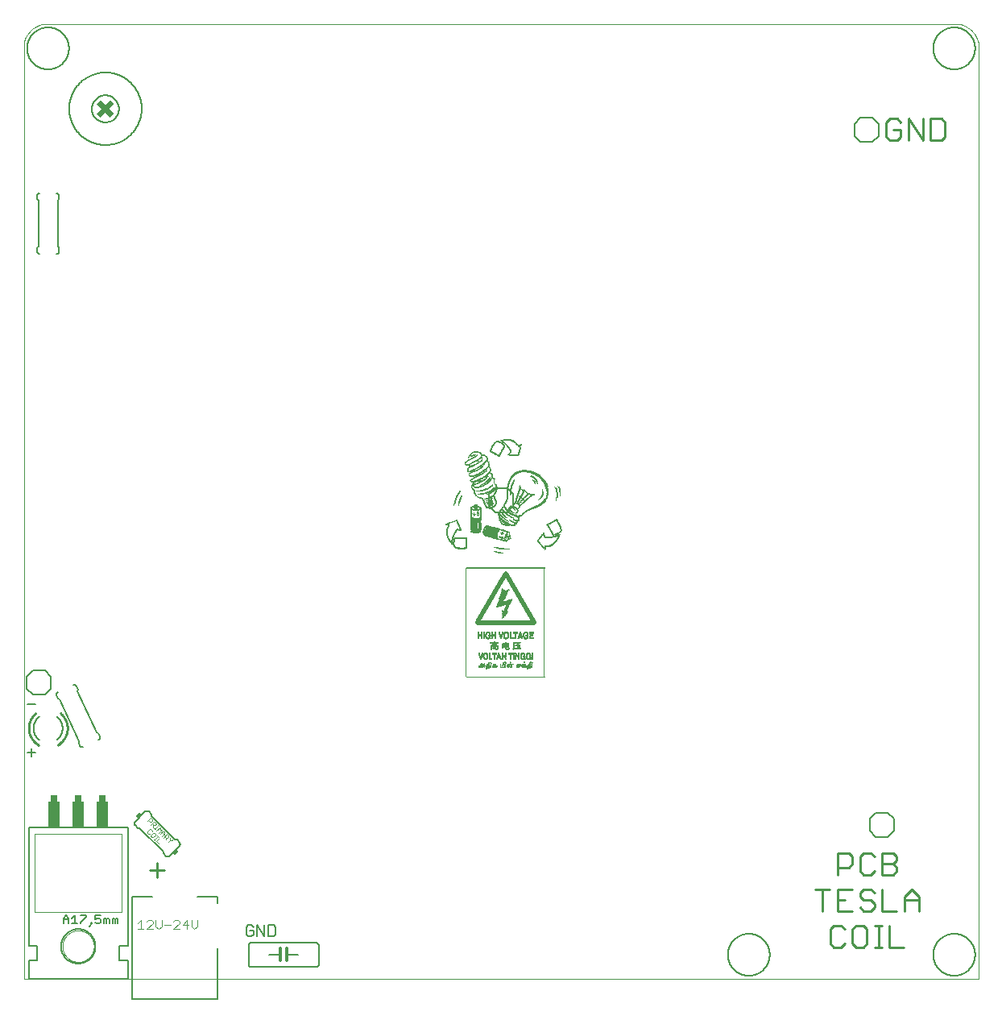
<source format=gto>
G75*
%MOIN*%
%OFA0B0*%
%FSLAX25Y25*%
%IPPOS*%
%LPD*%
%AMOC8*
5,1,8,0,0,1.08239X$1,22.5*
%
%ADD10C,0.00000*%
%ADD11C,0.00700*%
%ADD12C,0.01000*%
%ADD13R,0.02300X0.00100*%
%ADD14R,0.02100X0.00100*%
%ADD15R,0.01800X0.00100*%
%ADD16R,0.01500X0.00100*%
%ADD17R,0.01200X0.00100*%
%ADD18R,0.00900X0.00100*%
%ADD19R,0.00800X0.00100*%
%ADD20R,0.00400X0.00100*%
%ADD21R,0.00100X0.00100*%
%ADD22R,0.00300X0.00100*%
%ADD23R,0.03600X0.00100*%
%ADD24R,0.02000X0.00100*%
%ADD25R,0.00600X0.00100*%
%ADD26R,0.03400X0.00100*%
%ADD27R,0.03300X0.00100*%
%ADD28R,0.04200X0.00100*%
%ADD29R,0.02900X0.00100*%
%ADD30R,0.04500X0.00100*%
%ADD31R,0.02600X0.00100*%
%ADD32R,0.01000X0.00100*%
%ADD33R,0.04800X0.00100*%
%ADD34R,0.01100X0.00100*%
%ADD35R,0.00500X0.00100*%
%ADD36R,0.01400X0.00100*%
%ADD37R,0.02400X0.00100*%
%ADD38R,0.02700X0.00100*%
%ADD39R,0.01300X0.00100*%
%ADD40R,0.00200X0.00100*%
%ADD41R,0.00700X0.00100*%
%ADD42R,0.01700X0.00100*%
%ADD43R,0.01600X0.00100*%
%ADD44R,0.05300X0.00100*%
%ADD45R,0.01900X0.00100*%
%ADD46R,0.05200X0.00100*%
%ADD47R,0.05100X0.00100*%
%ADD48R,0.03200X0.00100*%
%ADD49R,0.03000X0.00100*%
%ADD50R,0.04100X0.00100*%
%ADD51R,0.04600X0.00100*%
%ADD52R,0.02800X0.00100*%
%ADD53R,0.02500X0.00100*%
%ADD54R,0.05500X0.00100*%
%ADD55R,0.03900X0.00100*%
%ADD56R,0.03500X0.00100*%
%ADD57R,0.03100X0.00100*%
%ADD58R,0.02200X0.00100*%
%ADD59R,0.03800X0.00100*%
%ADD60R,0.05600X0.00100*%
%ADD61R,0.05700X0.00100*%
%ADD62R,0.05800X0.00100*%
%ADD63R,0.04300X0.00100*%
%ADD64R,0.05900X0.00100*%
%ADD65R,0.06000X0.00100*%
%ADD66R,0.06100X0.00100*%
%ADD67R,0.04400X0.00100*%
%ADD68R,0.07800X0.00100*%
%ADD69R,0.07400X0.00100*%
%ADD70R,0.07000X0.00100*%
%ADD71R,0.06700X0.00100*%
%ADD72R,0.06300X0.00100*%
%ADD73R,0.04700X0.00100*%
%ADD74R,0.03700X0.00100*%
%ADD75R,0.05400X0.00100*%
%ADD76R,0.07300X0.00100*%
%ADD77R,0.06800X0.00100*%
%ADD78C,0.00400*%
%ADD79C,0.00500*%
%ADD80C,0.00200*%
%ADD81C,0.00600*%
%ADD82R,0.03000X0.02500*%
%ADD83R,0.05000X0.11000*%
%ADD84C,0.01200*%
%ADD85C,0.00787*%
%ADD86C,0.00800*%
%ADD87R,0.32550X0.00046*%
%ADD88R,0.32550X0.00045*%
%ADD89R,0.00320X0.00045*%
%ADD90R,0.00320X0.00046*%
%ADD91R,0.00320X0.00045*%
%ADD92R,0.00320X0.00046*%
%ADD93R,0.00360X0.00045*%
%ADD94R,0.00370X0.00045*%
%ADD95R,0.00410X0.00046*%
%ADD96R,0.00410X0.00046*%
%ADD97R,0.00460X0.00045*%
%ADD98R,0.01280X0.00045*%
%ADD99R,0.00540X0.00045*%
%ADD100R,0.01320X0.00046*%
%ADD101R,0.01230X0.00046*%
%ADD102R,0.01370X0.00045*%
%ADD103R,0.01310X0.00045*%
%ADD104R,0.01360X0.00046*%
%ADD105R,0.01310X0.00045*%
%ADD106R,0.01360X0.00045*%
%ADD107R,0.00630X0.00046*%
%ADD108R,0.01320X0.00046*%
%ADD109R,0.01090X0.00045*%
%ADD110R,0.00360X0.00045*%
%ADD111R,0.00540X0.00045*%
%ADD112R,0.01230X0.00045*%
%ADD113R,0.01280X0.00046*%
%ADD114R,0.00590X0.00046*%
%ADD115R,0.00500X0.00046*%
%ADD116R,0.00370X0.00046*%
%ADD117R,0.00270X0.00046*%
%ADD118R,0.01400X0.00046*%
%ADD119R,0.00230X0.00046*%
%ADD120R,0.00230X0.00046*%
%ADD121R,0.01500X0.00045*%
%ADD122R,0.00770X0.00045*%
%ADD123R,0.00450X0.00045*%
%ADD124R,0.00550X0.00045*%
%ADD125R,0.00410X0.00045*%
%ADD126R,0.00410X0.00045*%
%ADD127R,0.00590X0.00045*%
%ADD128R,0.01630X0.00046*%
%ADD129R,0.00860X0.00046*%
%ADD130R,0.00730X0.00046*%
%ADD131R,0.00630X0.00046*%
%ADD132R,0.01590X0.00046*%
%ADD133R,0.00590X0.00046*%
%ADD134R,0.00600X0.00046*%
%ADD135R,0.00810X0.00046*%
%ADD136R,0.01770X0.00045*%
%ADD137R,0.00950X0.00045*%
%ADD138R,0.01680X0.00045*%
%ADD139R,0.01630X0.00045*%
%ADD140R,0.00630X0.00045*%
%ADD141R,0.00640X0.00045*%
%ADD142R,0.00770X0.00045*%
%ADD143R,0.00780X0.00045*%
%ADD144R,0.00680X0.00045*%
%ADD145R,0.01000X0.00045*%
%ADD146R,0.00730X0.00045*%
%ADD147R,0.01050X0.00045*%
%ADD148R,0.01770X0.00045*%
%ADD149R,0.01730X0.00045*%
%ADD150R,0.01090X0.00045*%
%ADD151R,0.00360X0.00045*%
%ADD152R,0.00540X0.00046*%
%ADD153R,0.00540X0.00046*%
%ADD154R,0.00460X0.00046*%
%ADD155R,0.00360X0.00046*%
%ADD156R,0.01860X0.00046*%
%ADD157R,0.01720X0.00046*%
%ADD158R,0.00820X0.00046*%
%ADD159R,0.00820X0.00046*%
%ADD160R,0.01050X0.00046*%
%ADD161R,0.01770X0.00046*%
%ADD162R,0.01140X0.00046*%
%ADD163R,0.00500X0.00045*%
%ADD164R,0.00720X0.00045*%
%ADD165R,0.00310X0.00045*%
%ADD166R,0.00590X0.00045*%
%ADD167R,0.00820X0.00045*%
%ADD168R,0.01130X0.00045*%
%ADD169R,0.01870X0.00045*%
%ADD170R,0.00400X0.00046*%
%ADD171R,0.00450X0.00046*%
%ADD172R,0.00310X0.00046*%
%ADD173R,0.00360X0.00046*%
%ADD174R,0.00320X0.00046*%
%ADD175R,0.00640X0.00046*%
%ADD176R,0.00370X0.00045*%
%ADD177R,0.00410X0.00045*%
%ADD178R,0.00410X0.00045*%
%ADD179R,0.00310X0.00045*%
%ADD180R,0.00360X0.00045*%
%ADD181R,0.00360X0.00046*%
%ADD182R,0.00360X0.00046*%
%ADD183R,0.00370X0.00046*%
%ADD184R,0.00310X0.00046*%
%ADD185R,0.00320X0.00046*%
%ADD186R,0.00320X0.00045*%
%ADD187R,0.00630X0.00045*%
%ADD188R,0.00270X0.00045*%
%ADD189R,0.02690X0.00045*%
%ADD190R,0.00320X0.00045*%
%ADD191R,0.00270X0.00045*%
%ADD192R,0.02690X0.00046*%
%ADD193R,0.02640X0.00045*%
%ADD194R,0.02600X0.00045*%
%ADD195R,0.01910X0.00045*%
%ADD196R,0.02550X0.00046*%
%ADD197R,0.01950X0.00046*%
%ADD198R,0.01910X0.00046*%
%ADD199R,0.02500X0.00045*%
%ADD200R,0.01820X0.00045*%
%ADD201R,0.01950X0.00045*%
%ADD202R,0.00860X0.00045*%
%ADD203R,0.01820X0.00045*%
%ADD204R,0.01960X0.00045*%
%ADD205R,0.02370X0.00046*%
%ADD206R,0.01730X0.00046*%
%ADD207R,0.01820X0.00046*%
%ADD208R,0.01780X0.00046*%
%ADD209R,0.01590X0.00045*%
%ADD210R,0.01730X0.00045*%
%ADD211R,0.00720X0.00045*%
%ADD212R,0.01770X0.00045*%
%ADD213R,0.01860X0.00045*%
%ADD214R,0.00550X0.00046*%
%ADD215R,0.01500X0.00046*%
%ADD216R,0.01630X0.00046*%
%ADD217R,0.00680X0.00046*%
%ADD218R,0.01730X0.00046*%
%ADD219R,0.01770X0.00046*%
%ADD220R,0.01130X0.00045*%
%ADD221R,0.01550X0.00045*%
%ADD222R,0.01680X0.00045*%
%ADD223R,0.01630X0.00045*%
%ADD224R,0.01410X0.00045*%
%ADD225R,0.00770X0.00046*%
%ADD226R,0.01190X0.00046*%
%ADD227R,0.01550X0.00046*%
%ADD228R,0.01370X0.00046*%
%ADD229R,0.00770X0.00046*%
%ADD230R,0.00720X0.00045*%
%ADD231R,0.01320X0.00045*%
%ADD232R,0.01460X0.00045*%
%ADD233R,0.01460X0.00046*%
%ADD234R,0.00950X0.00046*%
%ADD235R,0.02460X0.00046*%
%ADD236R,0.01460X0.00046*%
%ADD237R,0.01450X0.00046*%
%ADD238R,0.01320X0.00045*%
%ADD239R,0.01460X0.00045*%
%ADD240R,0.00870X0.00045*%
%ADD241R,0.02410X0.00045*%
%ADD242R,0.01460X0.00045*%
%ADD243R,0.01450X0.00045*%
%ADD244R,0.01370X0.00045*%
%ADD245R,0.01230X0.00046*%
%ADD246R,0.01460X0.00046*%
%ADD247R,0.00770X0.00046*%
%ADD248R,0.02320X0.00046*%
%ADD249R,0.01460X0.00046*%
%ADD250R,0.01450X0.00046*%
%ADD251R,0.01370X0.00046*%
%ADD252R,0.01180X0.00045*%
%ADD253R,0.00690X0.00045*%
%ADD254R,0.00950X0.00045*%
%ADD255R,0.01270X0.00045*%
%ADD256R,0.01040X0.00046*%
%ADD257R,0.00550X0.00046*%
%ADD258R,0.00720X0.00046*%
%ADD259R,0.01180X0.00046*%
%ADD260R,0.00910X0.00045*%
%ADD261R,0.01460X0.00045*%
%ADD262R,0.01450X0.00045*%
%ADD263R,0.00280X0.00045*%
%ADD264R,0.00280X0.00046*%
%ADD265R,0.00230X0.00045*%
%ADD266R,0.00410X0.00046*%
%ADD267R,0.00220X0.00046*%
%ADD268R,0.00500X0.00045*%
%ADD269R,0.00450X0.00045*%
%ADD270R,0.00460X0.00045*%
%ADD271R,0.01100X0.00045*%
%ADD272R,0.01040X0.00045*%
%ADD273R,0.01000X0.00046*%
%ADD274R,0.00910X0.00045*%
%ADD275R,0.00960X0.00045*%
%ADD276R,0.00820X0.00045*%
%ADD277R,0.00690X0.00046*%
%ADD278R,0.00460X0.00045*%
%ADD279R,0.00270X0.00046*%
%ADD280R,0.00780X0.00045*%
%ADD281R,0.01590X0.00045*%
%ADD282R,0.00540X0.00045*%
%ADD283R,0.00770X0.00045*%
%ADD284R,0.00820X0.00045*%
%ADD285R,0.00500X0.00046*%
%ADD286R,0.00960X0.00046*%
%ADD287R,0.01590X0.00046*%
%ADD288R,0.00540X0.00046*%
%ADD289R,0.00540X0.00046*%
%ADD290R,0.00450X0.00046*%
%ADD291R,0.00460X0.00046*%
%ADD292R,0.00950X0.00046*%
%ADD293R,0.00590X0.00045*%
%ADD294R,0.01140X0.00045*%
%ADD295R,0.00550X0.00045*%
%ADD296R,0.01050X0.00045*%
%ADD297R,0.01320X0.00046*%
%ADD298R,0.01590X0.00046*%
%ADD299R,0.01400X0.00045*%
%ADD300R,0.01590X0.00045*%
%ADD301R,0.01280X0.00045*%
%ADD302R,0.01270X0.00045*%
%ADD303R,0.01500X0.00046*%
%ADD304R,0.01730X0.00046*%
%ADD305R,0.00690X0.00045*%
%ADD306R,0.01550X0.00045*%
%ADD307R,0.00540X0.00045*%
%ADD308R,0.01780X0.00045*%
%ADD309R,0.01640X0.00045*%
%ADD310R,0.01860X0.00045*%
%ADD311R,0.01680X0.00046*%
%ADD312R,0.00680X0.00046*%
%ADD313R,0.01870X0.00046*%
%ADD314R,0.00810X0.00045*%
%ADD315R,0.00720X0.00046*%
%ADD316R,0.00780X0.00046*%
%ADD317R,0.00730X0.00045*%
%ADD318R,0.00720X0.00045*%
%ADD319R,0.00680X0.00045*%
%ADD320R,0.00590X0.00046*%
%ADD321R,0.00590X0.00046*%
%ADD322R,0.00690X0.00046*%
%ADD323R,0.01770X0.00045*%
%ADD324R,0.00640X0.00045*%
%ADD325R,0.00870X0.00046*%
%ADD326R,0.00870X0.00045*%
%ADD327R,0.00600X0.00045*%
%ADD328R,0.01690X0.00046*%
%ADD329R,0.01690X0.00045*%
%ADD330R,0.00860X0.00045*%
%ADD331R,0.00910X0.00046*%
%ADD332R,0.01590X0.00045*%
%ADD333R,0.00460X0.00046*%
%ADD334R,0.00960X0.00046*%
%ADD335R,0.00460X0.00045*%
%ADD336R,0.01500X0.00045*%
%ADD337R,0.01000X0.00045*%
%ADD338R,0.00960X0.00045*%
%ADD339R,0.00460X0.00046*%
%ADD340R,0.01000X0.00046*%
%ADD341R,0.00400X0.00045*%
%ADD342R,0.00400X0.00045*%
%ADD343R,0.00910X0.00046*%
%ADD344R,0.00820X0.00045*%
%ADD345R,0.00820X0.00046*%
%ADD346R,0.00780X0.00045*%
%ADD347R,0.00640X0.00045*%
%ADD348R,0.01810X0.00046*%
%ADD349R,0.00640X0.00046*%
%ADD350R,0.01810X0.00045*%
%ADD351R,0.00780X0.00045*%
%ADD352R,0.01680X0.00046*%
%ADD353R,0.01410X0.00045*%
%ADD354R,0.01270X0.00046*%
%ADD355R,0.01220X0.00045*%
%ADD356R,0.01810X0.00045*%
%ADD357R,0.01820X0.00045*%
%ADD358R,0.00600X0.00045*%
%ADD359R,0.01230X0.00045*%
%ADD360R,0.01040X0.00046*%
%ADD361R,0.01810X0.00046*%
%ADD362R,0.01820X0.00046*%
%ADD363R,0.01050X0.00046*%
%ADD364R,0.00860X0.00045*%
%ADD365R,0.00680X0.00046*%
%ADD366R,0.00090X0.00045*%
%ADD367R,0.00040X0.00046*%
%ADD368R,0.00140X0.00045*%
%ADD369R,0.00180X0.00046*%
%ADD370R,0.01180X0.00045*%
%ADD371R,0.01730X0.00045*%
%ADD372R,0.02730X0.00045*%
%ADD373R,0.01960X0.00046*%
%ADD374R,0.02730X0.00046*%
%ADD375R,0.02000X0.00046*%
%ADD376R,0.02000X0.00045*%
%ADD377R,0.02730X0.00045*%
%ADD378R,0.00410X0.00046*%
%ADD379R,0.01590X0.00046*%
%ADD380R,0.02730X0.00046*%
%ADD381R,0.03270X0.00045*%
%ADD382R,0.00050X0.00046*%
%ADD383R,0.00180X0.00045*%
%ADD384R,0.00220X0.00045*%
%ADD385R,0.00140X0.00046*%
%ADD386R,0.00090X0.00045*%
%ADD387R,0.02640X0.00046*%
%ADD388R,0.02640X0.00045*%
%ADD389R,0.02640X0.00046*%
%ADD390R,0.03000X0.00046*%
%ADD391R,0.03000X0.00045*%
%ADD392R,0.03000X0.00045*%
%ADD393R,0.00090X0.00045*%
%ADD394R,0.03040X0.00046*%
%ADD395R,0.00040X0.00046*%
%ADD396R,0.03040X0.00045*%
%ADD397R,0.00230X0.00045*%
%ADD398R,0.03040X0.00046*%
%ADD399R,0.02230X0.00046*%
%ADD400R,0.02230X0.00045*%
%ADD401R,0.02180X0.00045*%
%ADD402R,0.02180X0.00046*%
%ADD403R,0.02140X0.00045*%
%ADD404R,0.02140X0.00046*%
%ADD405R,0.02140X0.00045*%
%ADD406R,0.02140X0.00046*%
%ADD407R,0.02180X0.00045*%
%ADD408R,0.03370X0.00046*%
%ADD409R,0.03370X0.00045*%
%ADD410R,0.00090X0.00046*%
%ADD411R,0.00100X0.00046*%
%ADD412R,0.03000X0.00046*%
%ADD413R,0.00230X0.00045*%
%ADD414R,0.00780X0.00046*%
%ADD415R,0.01680X0.00046*%
%ADD416R,0.01820X0.00046*%
%ADD417R,0.01040X0.00045*%
%ADD418R,0.00590X0.00045*%
%ADD419R,0.01820X0.00045*%
%ADD420R,0.01090X0.00046*%
%ADD421R,0.01220X0.00046*%
%ADD422R,0.01820X0.00046*%
%ADD423R,0.01320X0.00045*%
%ADD424R,0.01230X0.00045*%
%ADD425R,0.01220X0.00046*%
%ADD426R,0.01270X0.00046*%
%ADD427R,0.01600X0.00045*%
%ADD428R,0.01360X0.00045*%
%ADD429R,0.01900X0.00045*%
%ADD430R,0.01960X0.00046*%
%ADD431R,0.01960X0.00045*%
%ADD432R,0.00910X0.00045*%
%ADD433R,0.00910X0.00045*%
%ADD434R,0.00900X0.00045*%
%ADD435R,0.00730X0.00046*%
%ADD436R,0.00730X0.00046*%
%ADD437R,0.00730X0.00045*%
%ADD438R,0.01910X0.00046*%
%ADD439R,0.01720X0.00045*%
%ADD440R,0.01720X0.00045*%
%ADD441R,0.01720X0.00046*%
%ADD442R,0.01640X0.00045*%
%ADD443R,0.01040X0.00045*%
%ADD444R,0.01910X0.00045*%
%ADD445R,0.01640X0.00046*%
%ADD446R,0.01910X0.00045*%
%ADD447R,0.01910X0.00045*%
%ADD448R,0.01640X0.00045*%
%ADD449R,0.01910X0.00046*%
%ADD450R,0.01910X0.00046*%
%ADD451R,0.01640X0.00046*%
%ADD452R,0.00640X0.00045*%
%ADD453R,0.00680X0.00045*%
%ADD454R,0.01780X0.00045*%
%ADD455R,0.01780X0.00046*%
%ADD456R,0.01730X0.00045*%
%ADD457R,0.01950X0.00045*%
%ADD458R,0.01780X0.00045*%
%ADD459R,0.01680X0.00046*%
%ADD460R,0.01950X0.00046*%
%ADD461R,0.01780X0.00046*%
%ADD462R,0.01600X0.00045*%
%ADD463R,0.01360X0.00045*%
%ADD464R,0.00780X0.00046*%
%ADD465R,0.00730X0.00046*%
%ADD466R,0.23320X0.00045*%
%ADD467R,0.23730X0.00046*%
%ADD468R,0.23960X0.00045*%
%ADD469R,0.24140X0.00046*%
%ADD470R,0.24320X0.00045*%
%ADD471R,0.24450X0.00046*%
%ADD472R,0.24550X0.00045*%
%ADD473R,0.24630X0.00046*%
%ADD474R,0.24730X0.00045*%
%ADD475R,0.24770X0.00045*%
%ADD476R,0.24810X0.00046*%
%ADD477R,0.24860X0.00045*%
%ADD478R,0.24910X0.00046*%
%ADD479R,0.24910X0.00045*%
%ADD480R,0.25000X0.00046*%
%ADD481R,0.25000X0.00045*%
%ADD482R,0.25000X0.00046*%
%ADD483R,0.25090X0.00045*%
%ADD484R,0.25090X0.00046*%
%ADD485R,0.25140X0.00046*%
%ADD486R,0.25140X0.00045*%
%ADD487R,0.25090X0.00045*%
%ADD488R,0.25090X0.00046*%
%ADD489R,0.25040X0.00045*%
%ADD490R,0.25040X0.00046*%
%ADD491R,0.25000X0.00045*%
%ADD492R,0.24910X0.00045*%
%ADD493R,0.24810X0.00045*%
%ADD494R,0.01960X0.00045*%
%ADD495R,0.01960X0.00045*%
%ADD496R,0.01860X0.00045*%
%ADD497R,0.01860X0.00046*%
%ADD498R,0.01860X0.00045*%
%ADD499R,0.01870X0.00045*%
%ADD500R,0.01860X0.00046*%
%ADD501R,0.01860X0.00046*%
%ADD502R,0.01870X0.00046*%
%ADD503R,0.00050X0.00045*%
%ADD504R,0.00090X0.00046*%
%ADD505R,0.00140X0.00045*%
%ADD506R,0.00280X0.00045*%
%ADD507R,0.00860X0.00046*%
%ADD508R,0.01130X0.00046*%
%ADD509R,0.01220X0.00045*%
%ADD510R,0.01360X0.00045*%
%ADD511R,0.01410X0.00046*%
%ADD512R,0.01540X0.00045*%
%ADD513R,0.02050X0.00045*%
%ADD514R,0.02090X0.00046*%
%ADD515R,0.02140X0.00045*%
%ADD516R,0.02270X0.00046*%
%ADD517R,0.02320X0.00045*%
%ADD518R,0.02370X0.00046*%
%ADD519R,0.00680X0.00045*%
%ADD520R,0.00280X0.00046*%
%ADD521R,0.00220X0.00045*%
%ADD522R,0.00130X0.00045*%
%ADD523R,0.00040X0.00045*%
%ADD524R,0.01090X0.00046*%
%ADD525R,0.01130X0.00046*%
%ADD526R,0.01140X0.00045*%
%ADD527R,0.01900X0.00046*%
%ADD528R,0.01410X0.00046*%
%ADD529R,0.01410X0.00046*%
%ADD530R,0.01410X0.00045*%
%ADD531R,0.01410X0.00046*%
%ADD532R,0.02320X0.00045*%
%ADD533R,0.02450X0.00046*%
%ADD534R,0.02590X0.00045*%
%ADD535R,0.02770X0.00046*%
%ADD536R,0.02910X0.00045*%
%ADD537R,0.03050X0.00046*%
%ADD538R,0.03230X0.00045*%
%ADD539R,0.03310X0.00046*%
%ADD540R,0.01540X0.00046*%
%ADD541R,0.03500X0.00045*%
%ADD542R,0.05090X0.00046*%
%ADD543R,0.05090X0.00045*%
%ADD544R,0.05090X0.00045*%
%ADD545R,0.05090X0.00046*%
%ADD546R,0.05140X0.00045*%
%ADD547R,0.05130X0.00045*%
%ADD548R,0.05130X0.00046*%
%ADD549R,0.05180X0.00045*%
%ADD550R,0.05140X0.00046*%
%ADD551R,0.05180X0.00045*%
%ADD552R,0.05180X0.00046*%
%ADD553R,0.05230X0.00046*%
%ADD554R,0.05190X0.00045*%
%ADD555R,0.05230X0.00046*%
%ADD556R,0.05230X0.00045*%
%ADD557R,0.05280X0.00046*%
%ADD558R,0.05270X0.00045*%
%ADD559R,0.05280X0.00045*%
%ADD560R,0.02100X0.00046*%
%ADD561R,0.03180X0.00046*%
%ADD562R,0.02090X0.00045*%
%ADD563R,0.03040X0.00045*%
%ADD564R,0.02960X0.00046*%
%ADD565R,0.02140X0.00045*%
%ADD566R,0.02770X0.00045*%
%ADD567R,0.02090X0.00046*%
%ADD568R,0.02680X0.00046*%
%ADD569R,0.02130X0.00045*%
%ADD570R,0.02540X0.00045*%
%ADD571R,0.02130X0.00046*%
%ADD572R,0.02460X0.00046*%
%ADD573R,0.02320X0.00045*%
%ADD574R,0.02040X0.00045*%
%ADD575R,0.02220X0.00046*%
%ADD576R,0.02230X0.00046*%
%ADD577R,0.02230X0.00045*%
%ADD578R,0.02220X0.00046*%
%ADD579R,0.02220X0.00045*%
%ADD580R,0.02270X0.00045*%
%ADD581R,0.02280X0.00045*%
%ADD582R,0.02280X0.00046*%
%ADD583R,0.02360X0.00045*%
%ADD584R,0.02320X0.00046*%
%ADD585R,0.02360X0.00045*%
%ADD586R,0.02360X0.00046*%
%ADD587R,0.02370X0.00045*%
%ADD588R,0.02410X0.00045*%
%ADD589R,0.02410X0.00046*%
%ADD590R,0.02410X0.00046*%
%ADD591R,0.02450X0.00045*%
%ADD592R,0.02400X0.00046*%
%ADD593R,0.02460X0.00045*%
%ADD594R,0.02500X0.00046*%
%ADD595R,0.02500X0.00045*%
%ADD596R,0.02500X0.00046*%
%ADD597R,0.02540X0.00046*%
%ADD598R,0.02550X0.00045*%
%ADD599R,0.02540X0.00046*%
%ADD600R,0.02590X0.00046*%
%ADD601R,0.02550X0.00045*%
%ADD602R,0.02590X0.00046*%
%ADD603R,0.02590X0.00045*%
%ADD604R,0.02590X0.00046*%
%ADD605R,0.02590X0.00045*%
%ADD606R,0.02630X0.00046*%
%ADD607R,0.02630X0.00045*%
%ADD608R,0.02680X0.00045*%
%ADD609R,0.02680X0.00046*%
%ADD610R,0.02690X0.00045*%
%ADD611R,0.02720X0.00045*%
%ADD612R,0.02810X0.00046*%
%ADD613R,0.02770X0.00045*%
%ADD614R,0.02820X0.00046*%
%ADD615R,0.02820X0.00045*%
%ADD616R,0.02810X0.00046*%
%ADD617R,0.02810X0.00045*%
%ADD618R,0.02820X0.00046*%
%ADD619R,0.02820X0.00045*%
%ADD620R,0.02870X0.00046*%
%ADD621R,0.02870X0.00045*%
%ADD622R,0.02860X0.00046*%
%ADD623R,0.02860X0.00045*%
%ADD624R,0.02910X0.00046*%
%ADD625R,0.02870X0.00045*%
%ADD626R,0.02910X0.00046*%
%ADD627R,0.02910X0.00045*%
%ADD628R,0.02960X0.00045*%
%ADD629R,0.02950X0.00045*%
%ADD630R,0.02950X0.00046*%
%ADD631R,0.02960X0.00045*%
%ADD632R,0.00960X0.00046*%
%ADD633R,0.01280X0.00045*%
%ADD634R,0.00810X0.00045*%
%ADD635R,0.00190X0.00045*%
%ADD636R,0.00180X0.00046*%
%ADD637R,0.00220X0.00046*%
%ADD638R,0.00130X0.00046*%
%ADD639R,0.00050X0.00045*%
%ADD640R,0.03770X0.00046*%
%ADD641R,0.03680X0.00045*%
%ADD642R,0.03630X0.00046*%
%ADD643R,0.03590X0.00045*%
%ADD644R,0.03500X0.00046*%
%ADD645R,0.03410X0.00045*%
%ADD646R,0.03410X0.00046*%
%ADD647R,0.03320X0.00045*%
%ADD648R,0.03230X0.00046*%
%ADD649R,0.03140X0.00046*%
%ADD650R,0.03140X0.00045*%
%ADD651R,0.03040X0.00046*%
%ADD652R,0.02960X0.00046*%
%ADD653R,0.02860X0.00045*%
%ADD654R,0.02770X0.00045*%
%ADD655R,0.02680X0.00046*%
%ADD656R,0.02410X0.00045*%
%ADD657R,0.02410X0.00046*%
%ADD658R,0.02140X0.00046*%
%ADD659R,0.02040X0.00045*%
%ADD660R,0.01960X0.00046*%
%ADD661R,0.01270X0.00046*%
%ADD662R,0.01190X0.00045*%
%ADD663R,0.01500X0.02000*%
%ADD664R,0.08000X0.02000*%
%ADD665R,0.02000X0.08000*%
D10*
X0042595Y0025000D02*
X0042595Y0412500D01*
X0050095Y0420000D02*
X0430095Y0420000D01*
X0437595Y0412500D02*
X0437595Y0025000D01*
X0042595Y0025000D01*
X0058595Y0038500D02*
X0058597Y0038661D01*
X0058603Y0038821D01*
X0058613Y0038982D01*
X0058627Y0039142D01*
X0058645Y0039302D01*
X0058666Y0039461D01*
X0058692Y0039620D01*
X0058722Y0039778D01*
X0058755Y0039935D01*
X0058793Y0040092D01*
X0058834Y0040247D01*
X0058879Y0040401D01*
X0058928Y0040554D01*
X0058981Y0040706D01*
X0059037Y0040857D01*
X0059098Y0041006D01*
X0059161Y0041154D01*
X0059229Y0041300D01*
X0059300Y0041444D01*
X0059374Y0041586D01*
X0059452Y0041727D01*
X0059534Y0041865D01*
X0059619Y0042002D01*
X0059707Y0042136D01*
X0059799Y0042268D01*
X0059894Y0042398D01*
X0059992Y0042526D01*
X0060093Y0042651D01*
X0060197Y0042773D01*
X0060304Y0042893D01*
X0060414Y0043010D01*
X0060527Y0043125D01*
X0060643Y0043236D01*
X0060762Y0043345D01*
X0060883Y0043450D01*
X0061007Y0043553D01*
X0061133Y0043653D01*
X0061261Y0043749D01*
X0061392Y0043842D01*
X0061526Y0043932D01*
X0061661Y0044019D01*
X0061799Y0044102D01*
X0061938Y0044182D01*
X0062080Y0044258D01*
X0062223Y0044331D01*
X0062368Y0044400D01*
X0062515Y0044466D01*
X0062663Y0044528D01*
X0062813Y0044586D01*
X0062964Y0044641D01*
X0063117Y0044692D01*
X0063271Y0044739D01*
X0063426Y0044782D01*
X0063582Y0044821D01*
X0063738Y0044857D01*
X0063896Y0044888D01*
X0064054Y0044916D01*
X0064213Y0044940D01*
X0064373Y0044960D01*
X0064533Y0044976D01*
X0064693Y0044988D01*
X0064854Y0044996D01*
X0065015Y0045000D01*
X0065175Y0045000D01*
X0065336Y0044996D01*
X0065497Y0044988D01*
X0065657Y0044976D01*
X0065817Y0044960D01*
X0065977Y0044940D01*
X0066136Y0044916D01*
X0066294Y0044888D01*
X0066452Y0044857D01*
X0066608Y0044821D01*
X0066764Y0044782D01*
X0066919Y0044739D01*
X0067073Y0044692D01*
X0067226Y0044641D01*
X0067377Y0044586D01*
X0067527Y0044528D01*
X0067675Y0044466D01*
X0067822Y0044400D01*
X0067967Y0044331D01*
X0068110Y0044258D01*
X0068252Y0044182D01*
X0068391Y0044102D01*
X0068529Y0044019D01*
X0068664Y0043932D01*
X0068798Y0043842D01*
X0068929Y0043749D01*
X0069057Y0043653D01*
X0069183Y0043553D01*
X0069307Y0043450D01*
X0069428Y0043345D01*
X0069547Y0043236D01*
X0069663Y0043125D01*
X0069776Y0043010D01*
X0069886Y0042893D01*
X0069993Y0042773D01*
X0070097Y0042651D01*
X0070198Y0042526D01*
X0070296Y0042398D01*
X0070391Y0042268D01*
X0070483Y0042136D01*
X0070571Y0042002D01*
X0070656Y0041865D01*
X0070738Y0041727D01*
X0070816Y0041586D01*
X0070890Y0041444D01*
X0070961Y0041300D01*
X0071029Y0041154D01*
X0071092Y0041006D01*
X0071153Y0040857D01*
X0071209Y0040706D01*
X0071262Y0040554D01*
X0071311Y0040401D01*
X0071356Y0040247D01*
X0071397Y0040092D01*
X0071435Y0039935D01*
X0071468Y0039778D01*
X0071498Y0039620D01*
X0071524Y0039461D01*
X0071545Y0039302D01*
X0071563Y0039142D01*
X0071577Y0038982D01*
X0071587Y0038821D01*
X0071593Y0038661D01*
X0071595Y0038500D01*
X0071593Y0038339D01*
X0071587Y0038179D01*
X0071577Y0038018D01*
X0071563Y0037858D01*
X0071545Y0037698D01*
X0071524Y0037539D01*
X0071498Y0037380D01*
X0071468Y0037222D01*
X0071435Y0037065D01*
X0071397Y0036908D01*
X0071356Y0036753D01*
X0071311Y0036599D01*
X0071262Y0036446D01*
X0071209Y0036294D01*
X0071153Y0036143D01*
X0071092Y0035994D01*
X0071029Y0035846D01*
X0070961Y0035700D01*
X0070890Y0035556D01*
X0070816Y0035414D01*
X0070738Y0035273D01*
X0070656Y0035135D01*
X0070571Y0034998D01*
X0070483Y0034864D01*
X0070391Y0034732D01*
X0070296Y0034602D01*
X0070198Y0034474D01*
X0070097Y0034349D01*
X0069993Y0034227D01*
X0069886Y0034107D01*
X0069776Y0033990D01*
X0069663Y0033875D01*
X0069547Y0033764D01*
X0069428Y0033655D01*
X0069307Y0033550D01*
X0069183Y0033447D01*
X0069057Y0033347D01*
X0068929Y0033251D01*
X0068798Y0033158D01*
X0068664Y0033068D01*
X0068529Y0032981D01*
X0068391Y0032898D01*
X0068252Y0032818D01*
X0068110Y0032742D01*
X0067967Y0032669D01*
X0067822Y0032600D01*
X0067675Y0032534D01*
X0067527Y0032472D01*
X0067377Y0032414D01*
X0067226Y0032359D01*
X0067073Y0032308D01*
X0066919Y0032261D01*
X0066764Y0032218D01*
X0066608Y0032179D01*
X0066452Y0032143D01*
X0066294Y0032112D01*
X0066136Y0032084D01*
X0065977Y0032060D01*
X0065817Y0032040D01*
X0065657Y0032024D01*
X0065497Y0032012D01*
X0065336Y0032004D01*
X0065175Y0032000D01*
X0065015Y0032000D01*
X0064854Y0032004D01*
X0064693Y0032012D01*
X0064533Y0032024D01*
X0064373Y0032040D01*
X0064213Y0032060D01*
X0064054Y0032084D01*
X0063896Y0032112D01*
X0063738Y0032143D01*
X0063582Y0032179D01*
X0063426Y0032218D01*
X0063271Y0032261D01*
X0063117Y0032308D01*
X0062964Y0032359D01*
X0062813Y0032414D01*
X0062663Y0032472D01*
X0062515Y0032534D01*
X0062368Y0032600D01*
X0062223Y0032669D01*
X0062080Y0032742D01*
X0061938Y0032818D01*
X0061799Y0032898D01*
X0061661Y0032981D01*
X0061526Y0033068D01*
X0061392Y0033158D01*
X0061261Y0033251D01*
X0061133Y0033347D01*
X0061007Y0033447D01*
X0060883Y0033550D01*
X0060762Y0033655D01*
X0060643Y0033764D01*
X0060527Y0033875D01*
X0060414Y0033990D01*
X0060304Y0034107D01*
X0060197Y0034227D01*
X0060093Y0034349D01*
X0059992Y0034474D01*
X0059894Y0034602D01*
X0059799Y0034732D01*
X0059707Y0034864D01*
X0059619Y0034998D01*
X0059534Y0035135D01*
X0059452Y0035273D01*
X0059374Y0035414D01*
X0059300Y0035556D01*
X0059229Y0035700D01*
X0059161Y0035846D01*
X0059098Y0035994D01*
X0059037Y0036143D01*
X0058981Y0036294D01*
X0058928Y0036446D01*
X0058879Y0036599D01*
X0058834Y0036753D01*
X0058793Y0036908D01*
X0058755Y0037065D01*
X0058722Y0037222D01*
X0058692Y0037380D01*
X0058666Y0037539D01*
X0058645Y0037698D01*
X0058627Y0037858D01*
X0058613Y0038018D01*
X0058603Y0038179D01*
X0058597Y0038339D01*
X0058595Y0038500D01*
X0042596Y0412499D02*
X0042667Y0412748D01*
X0042743Y0412994D01*
X0042826Y0413238D01*
X0042915Y0413481D01*
X0043009Y0413721D01*
X0043110Y0413959D01*
X0043216Y0414194D01*
X0043327Y0414427D01*
X0043445Y0414657D01*
X0043567Y0414884D01*
X0043696Y0415108D01*
X0043829Y0415329D01*
X0043968Y0415546D01*
X0044112Y0415760D01*
X0044261Y0415971D01*
X0044415Y0416178D01*
X0044575Y0416381D01*
X0044739Y0416580D01*
X0044908Y0416776D01*
X0045081Y0416967D01*
X0045259Y0417153D01*
X0045442Y0417336D01*
X0045628Y0417514D01*
X0045819Y0417687D01*
X0046015Y0417856D01*
X0046214Y0418020D01*
X0046417Y0418180D01*
X0046624Y0418334D01*
X0046835Y0418483D01*
X0047049Y0418627D01*
X0047266Y0418766D01*
X0047487Y0418899D01*
X0047711Y0419028D01*
X0047938Y0419150D01*
X0048168Y0419268D01*
X0048401Y0419379D01*
X0048636Y0419485D01*
X0048874Y0419586D01*
X0049114Y0419680D01*
X0049357Y0419769D01*
X0049601Y0419852D01*
X0049847Y0419928D01*
X0050096Y0419999D01*
X0430095Y0419999D02*
X0430344Y0419928D01*
X0430590Y0419852D01*
X0430834Y0419769D01*
X0431077Y0419680D01*
X0431317Y0419586D01*
X0431555Y0419485D01*
X0431790Y0419379D01*
X0432023Y0419268D01*
X0432253Y0419150D01*
X0432480Y0419028D01*
X0432704Y0418899D01*
X0432925Y0418766D01*
X0433142Y0418627D01*
X0433356Y0418483D01*
X0433567Y0418334D01*
X0433774Y0418180D01*
X0433977Y0418020D01*
X0434176Y0417856D01*
X0434372Y0417687D01*
X0434563Y0417514D01*
X0434749Y0417336D01*
X0434932Y0417153D01*
X0435110Y0416967D01*
X0435283Y0416776D01*
X0435452Y0416580D01*
X0435616Y0416381D01*
X0435776Y0416178D01*
X0435930Y0415971D01*
X0436079Y0415760D01*
X0436223Y0415546D01*
X0436362Y0415329D01*
X0436495Y0415108D01*
X0436624Y0414884D01*
X0436746Y0414657D01*
X0436864Y0414427D01*
X0436975Y0414194D01*
X0437081Y0413959D01*
X0437182Y0413721D01*
X0437276Y0413481D01*
X0437365Y0413238D01*
X0437448Y0412994D01*
X0437524Y0412748D01*
X0437595Y0412499D01*
D11*
X0047386Y0138752D02*
X0044117Y0138752D01*
X0045752Y0120387D02*
X0045752Y0117117D01*
X0047386Y0118752D02*
X0044117Y0118752D01*
D12*
X0056564Y0121804D02*
X0056733Y0121903D01*
X0056899Y0122007D01*
X0057063Y0122114D01*
X0057224Y0122225D01*
X0057382Y0122340D01*
X0057537Y0122459D01*
X0057690Y0122582D01*
X0057839Y0122708D01*
X0057985Y0122838D01*
X0058128Y0122972D01*
X0058268Y0123109D01*
X0058404Y0123249D01*
X0058537Y0123393D01*
X0058666Y0123540D01*
X0058792Y0123690D01*
X0058913Y0123843D01*
X0059032Y0123999D01*
X0059146Y0124158D01*
X0059256Y0124319D01*
X0059362Y0124484D01*
X0059465Y0124650D01*
X0059563Y0124820D01*
X0059657Y0124991D01*
X0059747Y0125165D01*
X0059832Y0125341D01*
X0059914Y0125519D01*
X0059990Y0125699D01*
X0060063Y0125881D01*
X0060131Y0126064D01*
X0060194Y0126249D01*
X0060253Y0126436D01*
X0060307Y0126624D01*
X0060357Y0126813D01*
X0060402Y0127003D01*
X0060442Y0127195D01*
X0060478Y0127387D01*
X0060509Y0127580D01*
X0060535Y0127774D01*
X0060557Y0127969D01*
X0060573Y0128164D01*
X0060585Y0128359D01*
X0060593Y0128555D01*
X0060595Y0128750D01*
X0048830Y0121691D02*
X0048662Y0121784D01*
X0048496Y0121880D01*
X0048332Y0121980D01*
X0048171Y0122085D01*
X0048012Y0122193D01*
X0047856Y0122305D01*
X0047702Y0122421D01*
X0047552Y0122540D01*
X0047404Y0122663D01*
X0047259Y0122789D01*
X0047118Y0122919D01*
X0046979Y0123052D01*
X0046844Y0123189D01*
X0046712Y0123329D01*
X0046584Y0123471D01*
X0046459Y0123617D01*
X0046337Y0123766D01*
X0046219Y0123918D01*
X0046105Y0124072D01*
X0045995Y0124230D01*
X0045888Y0124389D01*
X0045785Y0124552D01*
X0045686Y0124717D01*
X0045591Y0124884D01*
X0045501Y0125053D01*
X0045414Y0125224D01*
X0045331Y0125398D01*
X0045253Y0125573D01*
X0045179Y0125751D01*
X0045109Y0125930D01*
X0045043Y0126110D01*
X0044982Y0126292D01*
X0044925Y0126476D01*
X0044873Y0126661D01*
X0044825Y0126847D01*
X0044781Y0127034D01*
X0044742Y0127222D01*
X0044708Y0127411D01*
X0044678Y0127601D01*
X0044653Y0127791D01*
X0044632Y0127982D01*
X0044616Y0128174D01*
X0044604Y0128366D01*
X0044597Y0128558D01*
X0044595Y0128750D01*
X0057763Y0134857D02*
X0057909Y0134730D01*
X0058051Y0134601D01*
X0058191Y0134467D01*
X0058327Y0134331D01*
X0058460Y0134191D01*
X0058590Y0134048D01*
X0058716Y0133901D01*
X0058838Y0133752D01*
X0058957Y0133600D01*
X0059072Y0133445D01*
X0059184Y0133288D01*
X0059291Y0133128D01*
X0059395Y0132965D01*
X0059494Y0132799D01*
X0059590Y0132632D01*
X0059682Y0132462D01*
X0059769Y0132290D01*
X0059853Y0132116D01*
X0059932Y0131940D01*
X0060006Y0131762D01*
X0060077Y0131582D01*
X0060143Y0131401D01*
X0060205Y0131218D01*
X0060262Y0131034D01*
X0060315Y0130848D01*
X0060363Y0130661D01*
X0060407Y0130473D01*
X0060446Y0130284D01*
X0060481Y0130094D01*
X0060511Y0129904D01*
X0060537Y0129713D01*
X0060558Y0129521D01*
X0060574Y0129328D01*
X0060586Y0129136D01*
X0060593Y0128943D01*
X0060595Y0128750D01*
X0047473Y0134896D02*
X0047325Y0134769D01*
X0047180Y0134639D01*
X0047039Y0134506D01*
X0046900Y0134369D01*
X0046765Y0134229D01*
X0046634Y0134085D01*
X0046506Y0133938D01*
X0046381Y0133789D01*
X0046260Y0133636D01*
X0046143Y0133481D01*
X0046030Y0133322D01*
X0045921Y0133161D01*
X0045816Y0132997D01*
X0045714Y0132831D01*
X0045617Y0132662D01*
X0045524Y0132492D01*
X0045435Y0132318D01*
X0045350Y0132143D01*
X0045270Y0131966D01*
X0045194Y0131787D01*
X0045122Y0131606D01*
X0045055Y0131423D01*
X0044992Y0131239D01*
X0044934Y0131053D01*
X0044880Y0130866D01*
X0044831Y0130678D01*
X0044786Y0130488D01*
X0044746Y0130298D01*
X0044711Y0130106D01*
X0044680Y0129914D01*
X0044654Y0129721D01*
X0044633Y0129527D01*
X0044616Y0129333D01*
X0044604Y0129139D01*
X0044597Y0128945D01*
X0044595Y0128750D01*
X0097844Y0073106D02*
X0097844Y0067101D01*
X0094841Y0070104D02*
X0100846Y0070104D01*
X0370175Y0062108D02*
X0376181Y0062108D01*
X0373178Y0062108D02*
X0373178Y0053100D01*
X0379383Y0053100D02*
X0379383Y0062108D01*
X0385388Y0062108D01*
X0388591Y0060606D02*
X0388591Y0059105D01*
X0390092Y0057604D01*
X0393095Y0057604D01*
X0394596Y0056103D01*
X0394596Y0054601D01*
X0393095Y0053100D01*
X0390092Y0053100D01*
X0388591Y0054601D01*
X0385388Y0053100D02*
X0379383Y0053100D01*
X0379383Y0057604D02*
X0382386Y0057604D01*
X0388591Y0060606D02*
X0390092Y0062108D01*
X0393095Y0062108D01*
X0394596Y0060606D01*
X0397799Y0062108D02*
X0397799Y0053100D01*
X0403804Y0053100D01*
X0407007Y0053100D02*
X0407007Y0059105D01*
X0410009Y0062108D01*
X0413012Y0059105D01*
X0413012Y0053100D01*
X0413012Y0057604D02*
X0407007Y0057604D01*
X0402303Y0068100D02*
X0397799Y0068100D01*
X0397799Y0077108D01*
X0402303Y0077108D01*
X0403804Y0075606D01*
X0403804Y0074105D01*
X0402303Y0072604D01*
X0397799Y0072604D01*
X0394596Y0075606D02*
X0393095Y0077108D01*
X0390092Y0077108D01*
X0388591Y0075606D01*
X0388591Y0069601D01*
X0390092Y0068100D01*
X0393095Y0068100D01*
X0394596Y0069601D01*
X0402303Y0068100D02*
X0403804Y0069601D01*
X0403804Y0071103D01*
X0402303Y0072604D01*
X0385388Y0072604D02*
X0383887Y0071103D01*
X0379383Y0071103D01*
X0379383Y0068100D02*
X0379383Y0077108D01*
X0383887Y0077108D01*
X0385388Y0075606D01*
X0385388Y0072604D01*
X0387023Y0047108D02*
X0385522Y0045606D01*
X0385522Y0039601D01*
X0387023Y0038100D01*
X0390026Y0038100D01*
X0391527Y0039601D01*
X0391527Y0045606D01*
X0390026Y0047108D01*
X0387023Y0047108D01*
X0382319Y0045606D02*
X0380818Y0047108D01*
X0377815Y0047108D01*
X0376314Y0045606D01*
X0376314Y0039601D01*
X0377815Y0038100D01*
X0380818Y0038100D01*
X0382319Y0039601D01*
X0394730Y0038100D02*
X0397732Y0038100D01*
X0396231Y0038100D02*
X0396231Y0047108D01*
X0394730Y0047108D02*
X0397732Y0047108D01*
X0400868Y0047108D02*
X0400868Y0038100D01*
X0406873Y0038100D01*
X0408591Y0371850D02*
X0408591Y0380858D01*
X0414596Y0371850D01*
X0414596Y0380858D01*
X0417799Y0380858D02*
X0422303Y0380858D01*
X0423804Y0379356D01*
X0423804Y0373351D01*
X0422303Y0371850D01*
X0417799Y0371850D01*
X0417799Y0380858D01*
X0405388Y0379356D02*
X0403887Y0380858D01*
X0400885Y0380858D01*
X0399383Y0379356D01*
X0399383Y0373351D01*
X0400885Y0371850D01*
X0403887Y0371850D01*
X0405388Y0373351D01*
X0405388Y0376354D01*
X0402386Y0376354D01*
D13*
X0253495Y0234100D03*
X0247395Y0234400D03*
X0243995Y0241700D03*
X0238795Y0247000D03*
X0227795Y0237100D03*
X0229995Y0230800D03*
X0235495Y0219600D03*
X0242595Y0212400D03*
X0246995Y0216100D03*
X0237395Y0207300D03*
X0240195Y0201000D03*
X0229595Y0209300D03*
X0262395Y0207900D03*
X0263095Y0208000D03*
D14*
X0263295Y0208100D03*
X0252795Y0225200D03*
X0254195Y0233800D03*
X0253995Y0233900D03*
X0249695Y0235200D03*
X0234095Y0223400D03*
X0234595Y0222700D03*
X0231795Y0226800D03*
X0228095Y0232800D03*
X0235595Y0207800D03*
X0239595Y0201100D03*
D15*
X0239145Y0201200D03*
X0237645Y0208600D03*
X0234845Y0208000D03*
X0234545Y0208100D03*
X0234245Y0208200D03*
X0241545Y0213900D03*
X0241645Y0213800D03*
X0241945Y0213600D03*
X0242145Y0213500D03*
X0244945Y0212400D03*
X0247045Y0216000D03*
X0245845Y0216500D03*
X0253245Y0219600D03*
X0253545Y0219700D03*
X0254045Y0219900D03*
X0255145Y0220400D03*
X0263445Y0208200D03*
X0260245Y0204100D03*
X0235445Y0219500D03*
X0234845Y0222000D03*
X0229645Y0220400D03*
X0230845Y0226600D03*
X0230045Y0228000D03*
X0227945Y0232700D03*
X0231745Y0236800D03*
X0229845Y0238900D03*
X0242845Y0248000D03*
X0247045Y0234300D03*
X0254745Y0233500D03*
X0254945Y0233400D03*
X0255245Y0233200D03*
D16*
X0256095Y0232600D03*
X0256195Y0232500D03*
X0256295Y0232400D03*
X0256395Y0232300D03*
X0251595Y0225400D03*
X0256195Y0221000D03*
X0256495Y0221200D03*
X0262795Y0214400D03*
X0262995Y0208900D03*
X0246195Y0213400D03*
X0243495Y0212900D03*
X0241195Y0214200D03*
X0240095Y0215000D03*
X0239695Y0217900D03*
X0240395Y0218800D03*
X0240395Y0218900D03*
X0236595Y0220000D03*
X0235595Y0220700D03*
X0236695Y0224400D03*
X0233395Y0225700D03*
X0229295Y0220300D03*
X0228595Y0209600D03*
X0229695Y0209200D03*
X0237795Y0208500D03*
X0239595Y0206600D03*
X0239995Y0206500D03*
X0240395Y0206400D03*
X0240795Y0206300D03*
X0238395Y0203200D03*
X0238695Y0201300D03*
X0246295Y0221700D03*
X0246395Y0234000D03*
X0246595Y0234100D03*
X0238995Y0241500D03*
X0232695Y0241500D03*
D17*
X0232545Y0241600D03*
X0230045Y0239200D03*
X0228845Y0241400D03*
X0228645Y0241300D03*
X0227945Y0236900D03*
X0228545Y0235300D03*
X0228345Y0235200D03*
X0228145Y0235100D03*
X0227845Y0232600D03*
X0230945Y0231300D03*
X0231145Y0231400D03*
X0231345Y0231500D03*
X0233545Y0235400D03*
X0231645Y0236900D03*
X0236645Y0232000D03*
X0234145Y0227500D03*
X0234045Y0225900D03*
X0235145Y0223700D03*
X0235345Y0223800D03*
X0235545Y0223000D03*
X0236745Y0224600D03*
X0236845Y0220100D03*
X0234445Y0220000D03*
X0230745Y0220100D03*
X0229045Y0216900D03*
X0231245Y0211600D03*
X0231245Y0211500D03*
X0231245Y0211400D03*
X0231245Y0211300D03*
X0231245Y0211200D03*
X0231245Y0211100D03*
X0231245Y0211000D03*
X0231245Y0210900D03*
X0231245Y0210800D03*
X0230945Y0209700D03*
X0228345Y0209700D03*
X0234345Y0212200D03*
X0237945Y0208400D03*
X0240645Y0207100D03*
X0243445Y0207000D03*
X0238345Y0201400D03*
X0240945Y0213000D03*
X0240845Y0214500D03*
X0239845Y0215300D03*
X0239745Y0218100D03*
X0244545Y0217100D03*
X0244745Y0217000D03*
X0245845Y0219900D03*
X0246845Y0219300D03*
X0248145Y0216500D03*
X0257145Y0221700D03*
X0257345Y0221900D03*
X0260445Y0213300D03*
X0260045Y0213100D03*
X0259845Y0213000D03*
X0259645Y0212900D03*
X0262045Y0208500D03*
X0263545Y0209100D03*
X0258245Y0230100D03*
X0258145Y0230300D03*
X0258045Y0230400D03*
X0257945Y0230600D03*
X0257845Y0230700D03*
X0257745Y0230800D03*
X0257645Y0231000D03*
X0257545Y0231100D03*
X0246045Y0233800D03*
X0245745Y0233600D03*
X0245645Y0233500D03*
X0239545Y0246900D03*
X0238745Y0247300D03*
X0231345Y0224000D03*
X0231545Y0223900D03*
X0231745Y0223800D03*
X0218045Y0212600D03*
X0225345Y0203200D03*
D18*
X0221095Y0203500D03*
X0219495Y0205400D03*
X0222195Y0210900D03*
X0223195Y0210300D03*
X0220395Y0214000D03*
X0220095Y0213900D03*
X0219595Y0213700D03*
X0218395Y0212400D03*
X0227995Y0219200D03*
X0229195Y0220500D03*
X0229795Y0219200D03*
X0231395Y0215500D03*
X0234195Y0220100D03*
X0234895Y0221200D03*
X0234795Y0221800D03*
X0235595Y0222200D03*
X0235895Y0223200D03*
X0236195Y0224300D03*
X0236995Y0224900D03*
X0237095Y0225000D03*
X0236195Y0226100D03*
X0235895Y0225900D03*
X0235195Y0225500D03*
X0234995Y0225400D03*
X0234995Y0226300D03*
X0234895Y0227900D03*
X0233095Y0229100D03*
X0232895Y0229000D03*
X0232695Y0228900D03*
X0231295Y0230200D03*
X0231095Y0230100D03*
X0230895Y0230000D03*
X0232595Y0232200D03*
X0232695Y0232300D03*
X0233495Y0232800D03*
X0233595Y0232900D03*
X0233795Y0233000D03*
X0233895Y0233100D03*
X0234295Y0233400D03*
X0234395Y0233500D03*
X0232895Y0235000D03*
X0232695Y0234900D03*
X0232295Y0234600D03*
X0232095Y0234500D03*
X0231995Y0234400D03*
X0231795Y0234300D03*
X0231495Y0234100D03*
X0231295Y0234000D03*
X0231095Y0233900D03*
X0230895Y0233800D03*
X0230695Y0233700D03*
X0228495Y0234600D03*
X0228295Y0234500D03*
X0227995Y0234400D03*
X0229495Y0235800D03*
X0229895Y0236000D03*
X0230095Y0236100D03*
X0230295Y0236200D03*
X0230495Y0236300D03*
X0230795Y0236500D03*
X0230995Y0236600D03*
X0231195Y0236700D03*
X0231595Y0237000D03*
X0232695Y0237800D03*
X0232795Y0237900D03*
X0233195Y0238200D03*
X0233295Y0238300D03*
X0233395Y0238400D03*
X0233495Y0238500D03*
X0234195Y0236100D03*
X0234095Y0236000D03*
X0233995Y0235900D03*
X0233895Y0235800D03*
X0233795Y0235700D03*
X0228795Y0237300D03*
X0227095Y0236500D03*
X0226795Y0237600D03*
X0227395Y0239800D03*
X0227595Y0239900D03*
X0227795Y0240000D03*
X0227995Y0240100D03*
X0228795Y0240500D03*
X0228995Y0240600D03*
X0228395Y0242500D03*
X0235895Y0243100D03*
X0240095Y0246600D03*
X0240295Y0246500D03*
X0240695Y0247200D03*
X0240595Y0247300D03*
X0240495Y0247400D03*
X0241095Y0246900D03*
X0241195Y0246800D03*
X0245695Y0246900D03*
X0247395Y0245200D03*
X0247995Y0245600D03*
X0244895Y0232800D03*
X0244595Y0232400D03*
X0244495Y0232300D03*
X0244395Y0232200D03*
X0244395Y0232100D03*
X0244295Y0232000D03*
X0244195Y0231900D03*
X0244195Y0231800D03*
X0244095Y0231700D03*
X0243995Y0231500D03*
X0243895Y0231300D03*
X0243795Y0231100D03*
X0243695Y0230900D03*
X0243595Y0230700D03*
X0243495Y0230500D03*
X0243495Y0230400D03*
X0243395Y0230200D03*
X0243295Y0229900D03*
X0243195Y0229600D03*
X0243095Y0229200D03*
X0242995Y0228900D03*
X0242995Y0228800D03*
X0248195Y0224500D03*
X0248295Y0224000D03*
X0249095Y0223400D03*
X0249295Y0223100D03*
X0249495Y0223800D03*
X0251095Y0225700D03*
X0252495Y0224600D03*
X0252895Y0224900D03*
X0258395Y0223000D03*
X0258595Y0223300D03*
X0258695Y0223400D03*
X0258695Y0223500D03*
X0258795Y0223600D03*
X0258795Y0223700D03*
X0258895Y0223800D03*
X0258995Y0224000D03*
X0258995Y0224100D03*
X0259095Y0224300D03*
X0259095Y0224400D03*
X0259095Y0224500D03*
X0259195Y0224600D03*
X0259195Y0224700D03*
X0259195Y0224800D03*
X0259195Y0224900D03*
X0259295Y0225000D03*
X0259295Y0225100D03*
X0259295Y0225200D03*
X0259295Y0225300D03*
X0259295Y0225400D03*
X0259295Y0225500D03*
X0259395Y0225800D03*
X0259395Y0225900D03*
X0259395Y0226000D03*
X0259395Y0226100D03*
X0259395Y0226200D03*
X0259395Y0226300D03*
X0259395Y0226400D03*
X0259395Y0226500D03*
X0259295Y0227000D03*
X0259295Y0227100D03*
X0259295Y0227200D03*
X0259295Y0227300D03*
X0259195Y0227700D03*
X0253895Y0232000D03*
X0253795Y0232100D03*
X0253595Y0232200D03*
X0253495Y0232300D03*
X0252695Y0232800D03*
X0247295Y0221300D03*
X0247895Y0220800D03*
X0246195Y0219700D03*
X0243295Y0218000D03*
X0243195Y0218100D03*
X0243095Y0218200D03*
X0242695Y0218700D03*
X0240495Y0219200D03*
X0239795Y0218200D03*
X0239295Y0217800D03*
X0239195Y0217400D03*
X0239695Y0215600D03*
X0237195Y0220300D03*
X0237295Y0220400D03*
X0236395Y0221100D03*
X0235395Y0219400D03*
X0232095Y0223600D03*
X0231295Y0210000D03*
X0231195Y0209900D03*
X0239695Y0207400D03*
X0240795Y0207000D03*
X0242195Y0205900D03*
X0243295Y0206700D03*
X0243395Y0206800D03*
X0243595Y0208200D03*
X0243195Y0209600D03*
X0246095Y0213000D03*
X0246195Y0213100D03*
X0246695Y0214200D03*
X0245795Y0214600D03*
X0245195Y0213800D03*
X0250495Y0218300D03*
X0257595Y0208900D03*
X0258195Y0207800D03*
X0259495Y0203700D03*
X0258195Y0202900D03*
X0261595Y0204700D03*
X0261695Y0204800D03*
X0264095Y0209400D03*
X0262095Y0214200D03*
X0262295Y0214300D03*
X0237995Y0201500D03*
D19*
X0237745Y0201600D03*
X0240145Y0207800D03*
X0240445Y0207700D03*
X0243045Y0209700D03*
X0243845Y0207900D03*
X0244945Y0213900D03*
X0244745Y0214000D03*
X0244545Y0214100D03*
X0244345Y0214200D03*
X0245545Y0214700D03*
X0246745Y0214100D03*
X0247145Y0215800D03*
X0248545Y0216700D03*
X0249845Y0217800D03*
X0249945Y0217900D03*
X0250045Y0218000D03*
X0250245Y0218100D03*
X0250345Y0218200D03*
X0247845Y0220700D03*
X0246445Y0219500D03*
X0246345Y0219600D03*
X0246845Y0219100D03*
X0244645Y0218000D03*
X0244445Y0218100D03*
X0244345Y0218200D03*
X0244145Y0218300D03*
X0242945Y0218300D03*
X0242845Y0218400D03*
X0242745Y0218500D03*
X0241845Y0217600D03*
X0241745Y0217700D03*
X0241645Y0217800D03*
X0241545Y0217900D03*
X0241445Y0218000D03*
X0241345Y0218100D03*
X0241245Y0218200D03*
X0241145Y0218300D03*
X0241045Y0218400D03*
X0240945Y0218500D03*
X0240845Y0218600D03*
X0239845Y0218500D03*
X0239845Y0218400D03*
X0239845Y0218300D03*
X0239245Y0217700D03*
X0239145Y0217500D03*
X0239445Y0216000D03*
X0239645Y0215700D03*
X0240545Y0213200D03*
X0243245Y0216500D03*
X0243545Y0216300D03*
X0242845Y0216800D03*
X0242545Y0217000D03*
X0242445Y0217100D03*
X0242345Y0217200D03*
X0241945Y0217500D03*
X0240845Y0219800D03*
X0237545Y0220600D03*
X0237445Y0220500D03*
X0236545Y0221200D03*
X0235945Y0221700D03*
X0236045Y0223300D03*
X0237145Y0225100D03*
X0237245Y0225200D03*
X0236345Y0226200D03*
X0235345Y0226500D03*
X0235145Y0226400D03*
X0234745Y0225300D03*
X0235145Y0228000D03*
X0235245Y0228100D03*
X0235445Y0228200D03*
X0233645Y0229400D03*
X0233445Y0229300D03*
X0233245Y0229200D03*
X0232345Y0230700D03*
X0231445Y0233300D03*
X0231945Y0233600D03*
X0232145Y0233700D03*
X0232345Y0233800D03*
X0232645Y0234000D03*
X0232945Y0234200D03*
X0233445Y0234600D03*
X0234145Y0233300D03*
X0234045Y0233200D03*
X0234545Y0233600D03*
X0234645Y0233700D03*
X0234745Y0233800D03*
X0236545Y0232200D03*
X0234345Y0236200D03*
X0234445Y0236300D03*
X0232945Y0238000D03*
X0233045Y0238100D03*
X0232545Y0237700D03*
X0232445Y0237600D03*
X0232245Y0237500D03*
X0232145Y0237400D03*
X0232045Y0237300D03*
X0231845Y0237200D03*
X0231745Y0237100D03*
X0230645Y0236400D03*
X0229745Y0235900D03*
X0230345Y0238100D03*
X0230845Y0238400D03*
X0229145Y0238800D03*
X0229145Y0240700D03*
X0229345Y0240800D03*
X0227145Y0239700D03*
X0226945Y0237700D03*
X0226945Y0236400D03*
X0227845Y0234300D03*
X0227645Y0234200D03*
X0228745Y0230200D03*
X0229345Y0229400D03*
X0231145Y0220000D03*
X0234045Y0220200D03*
X0227845Y0215600D03*
X0219545Y0205300D03*
X0220945Y0203600D03*
X0242745Y0227100D03*
X0242745Y0227200D03*
X0242745Y0227300D03*
X0242745Y0227400D03*
X0242745Y0227500D03*
X0242745Y0227600D03*
X0242745Y0227700D03*
X0242845Y0227800D03*
X0242845Y0227900D03*
X0242845Y0228000D03*
X0242845Y0228100D03*
X0242845Y0228200D03*
X0242845Y0228300D03*
X0242945Y0228400D03*
X0242945Y0228500D03*
X0242945Y0228600D03*
X0242945Y0228700D03*
X0243045Y0229000D03*
X0243045Y0229100D03*
X0243145Y0229300D03*
X0243145Y0229400D03*
X0243145Y0229500D03*
X0243245Y0229700D03*
X0243245Y0229800D03*
X0243345Y0230000D03*
X0243345Y0230100D03*
X0243445Y0230300D03*
X0243545Y0230600D03*
X0243645Y0230800D03*
X0243745Y0231000D03*
X0243845Y0231200D03*
X0243945Y0231400D03*
X0244045Y0231600D03*
X0247945Y0227800D03*
X0247945Y0227700D03*
X0250945Y0225800D03*
X0252245Y0224400D03*
X0252145Y0224300D03*
X0252045Y0224200D03*
X0251845Y0224100D03*
X0251745Y0224000D03*
X0251645Y0223900D03*
X0251545Y0223800D03*
X0251445Y0223700D03*
X0251045Y0223400D03*
X0250945Y0223300D03*
X0250845Y0223200D03*
X0250745Y0223100D03*
X0250645Y0223000D03*
X0250045Y0222500D03*
X0249945Y0222400D03*
X0249845Y0222300D03*
X0249745Y0222200D03*
X0249245Y0223300D03*
X0248345Y0224100D03*
X0246145Y0221800D03*
X0252345Y0224500D03*
X0252645Y0224700D03*
X0252745Y0224800D03*
X0258945Y0223900D03*
X0259045Y0224200D03*
X0254045Y0231800D03*
X0253945Y0231900D03*
X0243345Y0241800D03*
X0243345Y0241900D03*
X0243445Y0242000D03*
X0243545Y0242100D03*
X0243645Y0242200D03*
X0243745Y0242300D03*
X0243845Y0242400D03*
X0243945Y0242500D03*
X0242345Y0245700D03*
X0242245Y0245800D03*
X0242145Y0245900D03*
X0242045Y0246000D03*
X0241945Y0246100D03*
X0241845Y0246200D03*
X0241745Y0246300D03*
X0241645Y0246400D03*
X0241545Y0246500D03*
X0241445Y0246600D03*
X0241345Y0246700D03*
X0240945Y0247000D03*
X0240845Y0247100D03*
X0240445Y0246400D03*
X0240545Y0246300D03*
X0237945Y0246900D03*
X0237845Y0246800D03*
X0237745Y0246700D03*
X0237645Y0246600D03*
X0237545Y0246500D03*
X0237445Y0246400D03*
X0237345Y0246300D03*
X0239145Y0241200D03*
X0234145Y0239200D03*
X0233845Y0238800D03*
X0233745Y0238700D03*
X0233645Y0238600D03*
X0233345Y0241300D03*
X0245845Y0246800D03*
X0245945Y0246700D03*
X0246045Y0246600D03*
X0248045Y0245700D03*
X0262945Y0214700D03*
X0263245Y0214300D03*
X0259445Y0212700D03*
X0257645Y0209000D03*
X0261845Y0204900D03*
X0261945Y0205000D03*
X0264145Y0208600D03*
X0264245Y0209500D03*
X0264345Y0209600D03*
X0258245Y0202800D03*
D20*
X0258345Y0202600D03*
X0256945Y0204000D03*
X0255345Y0205900D03*
X0257145Y0208600D03*
X0257645Y0209300D03*
X0261345Y0209100D03*
X0261445Y0208900D03*
X0263845Y0207600D03*
X0263945Y0207800D03*
X0263545Y0207000D03*
X0263045Y0214900D03*
X0263245Y0224000D03*
X0263245Y0224100D03*
X0263245Y0224200D03*
X0263245Y0224300D03*
X0263245Y0224400D03*
X0263245Y0224500D03*
X0263245Y0224600D03*
X0264545Y0226300D03*
X0264545Y0226400D03*
X0264545Y0226500D03*
X0264545Y0226600D03*
X0264545Y0226700D03*
X0264545Y0226800D03*
X0264145Y0228100D03*
X0264045Y0228200D03*
X0262745Y0227800D03*
X0262645Y0227900D03*
X0262645Y0228000D03*
X0257445Y0226200D03*
X0257445Y0226100D03*
X0257445Y0226000D03*
X0257445Y0225900D03*
X0257445Y0225800D03*
X0256045Y0223300D03*
X0255945Y0223200D03*
X0254145Y0230100D03*
X0254045Y0230300D03*
X0253945Y0230400D03*
X0253845Y0230600D03*
X0253545Y0231000D03*
X0253445Y0231100D03*
X0254845Y0230800D03*
X0254945Y0230700D03*
X0254945Y0230600D03*
X0255045Y0230500D03*
X0249445Y0226500D03*
X0249345Y0226300D03*
X0249345Y0226200D03*
X0249245Y0226100D03*
X0249245Y0226000D03*
X0249145Y0225900D03*
X0249045Y0225700D03*
X0247345Y0226100D03*
X0247245Y0225900D03*
X0247245Y0225800D03*
X0247145Y0225600D03*
X0247045Y0225300D03*
X0246945Y0225000D03*
X0246845Y0224700D03*
X0246745Y0224400D03*
X0246645Y0224100D03*
X0246545Y0223700D03*
X0246445Y0223400D03*
X0246345Y0223000D03*
X0246345Y0222900D03*
X0246245Y0222700D03*
X0246245Y0222600D03*
X0246245Y0222500D03*
X0246245Y0222400D03*
X0246145Y0222300D03*
X0246145Y0222200D03*
X0246145Y0222100D03*
X0246145Y0222000D03*
X0246045Y0221900D03*
X0246945Y0221800D03*
X0247045Y0222000D03*
X0247145Y0222200D03*
X0247245Y0222300D03*
X0247245Y0222400D03*
X0247345Y0222500D03*
X0247345Y0222600D03*
X0247445Y0222700D03*
X0247445Y0222800D03*
X0247545Y0222900D03*
X0247645Y0223100D03*
X0247745Y0223300D03*
X0247845Y0223500D03*
X0247945Y0223700D03*
X0248845Y0222900D03*
X0248945Y0223000D03*
X0248745Y0222700D03*
X0248645Y0222600D03*
X0248545Y0222500D03*
X0248245Y0222100D03*
X0248145Y0222000D03*
X0249545Y0222900D03*
X0249745Y0223900D03*
X0249845Y0224000D03*
X0247445Y0226400D03*
X0247845Y0228300D03*
X0245345Y0230600D03*
X0245345Y0230700D03*
X0245445Y0230800D03*
X0245245Y0230500D03*
X0244045Y0225200D03*
X0241645Y0221300D03*
X0241545Y0221100D03*
X0241545Y0221000D03*
X0241545Y0220900D03*
X0241545Y0220800D03*
X0241545Y0220700D03*
X0241445Y0220500D03*
X0241545Y0220400D03*
X0241545Y0220300D03*
X0241845Y0219600D03*
X0242045Y0219300D03*
X0243045Y0218900D03*
X0243145Y0219000D03*
X0243245Y0219200D03*
X0243345Y0219300D03*
X0243445Y0219400D03*
X0243745Y0218700D03*
X0245245Y0219500D03*
X0245345Y0219400D03*
X0245445Y0219300D03*
X0245445Y0217600D03*
X0246545Y0217600D03*
X0246545Y0217500D03*
X0246645Y0217700D03*
X0246745Y0217800D03*
X0246745Y0217900D03*
X0246845Y0218000D03*
X0246845Y0218100D03*
X0246945Y0218400D03*
X0246945Y0218500D03*
X0247445Y0215300D03*
X0245245Y0214900D03*
X0245045Y0215500D03*
X0243845Y0214500D03*
X0242245Y0214700D03*
X0242145Y0214800D03*
X0241845Y0215000D03*
X0241545Y0215200D03*
X0242345Y0215700D03*
X0241845Y0216100D03*
X0241745Y0216200D03*
X0241645Y0216300D03*
X0241545Y0216400D03*
X0241445Y0216500D03*
X0241345Y0216600D03*
X0241245Y0216700D03*
X0241145Y0216800D03*
X0240745Y0217200D03*
X0240645Y0217300D03*
X0239045Y0216800D03*
X0238945Y0217000D03*
X0238945Y0217100D03*
X0236745Y0221500D03*
X0236245Y0222600D03*
X0232845Y0222600D03*
X0232745Y0222700D03*
X0232745Y0222800D03*
X0232645Y0223000D03*
X0230545Y0224200D03*
X0230245Y0224400D03*
X0229745Y0224900D03*
X0229645Y0225000D03*
X0229445Y0225300D03*
X0229345Y0225500D03*
X0229245Y0225700D03*
X0229145Y0226000D03*
X0229145Y0226100D03*
X0229045Y0226400D03*
X0229045Y0226500D03*
X0228645Y0227200D03*
X0228545Y0227300D03*
X0228345Y0227600D03*
X0228245Y0227800D03*
X0228145Y0228100D03*
X0228145Y0228800D03*
X0228145Y0228900D03*
X0228145Y0229000D03*
X0228145Y0229100D03*
X0228245Y0229200D03*
X0228245Y0229300D03*
X0228245Y0229400D03*
X0228345Y0229500D03*
X0228345Y0229600D03*
X0228445Y0229700D03*
X0228545Y0229800D03*
X0228945Y0229200D03*
X0228845Y0228700D03*
X0228945Y0228400D03*
X0227645Y0230600D03*
X0227945Y0231400D03*
X0228045Y0231500D03*
X0227045Y0233000D03*
X0226245Y0235100D03*
X0226245Y0235200D03*
X0226245Y0235300D03*
X0226245Y0235400D03*
X0226245Y0235500D03*
X0226245Y0235600D03*
X0226345Y0235800D03*
X0225445Y0237600D03*
X0225445Y0237700D03*
X0225445Y0238300D03*
X0225545Y0238500D03*
X0225645Y0238600D03*
X0227145Y0241200D03*
X0227245Y0241400D03*
X0227345Y0241500D03*
X0227345Y0241600D03*
X0227445Y0241700D03*
X0227545Y0241800D03*
X0227645Y0241900D03*
X0230145Y0241400D03*
X0231545Y0242300D03*
X0231645Y0242200D03*
X0231745Y0242100D03*
X0231845Y0242000D03*
X0231945Y0240800D03*
X0231845Y0240600D03*
X0231745Y0240500D03*
X0231645Y0240400D03*
X0231545Y0240300D03*
X0232145Y0239300D03*
X0232045Y0239200D03*
X0234345Y0239600D03*
X0234345Y0239700D03*
X0234345Y0239800D03*
X0234345Y0239900D03*
X0234345Y0240000D03*
X0234345Y0240100D03*
X0234345Y0240200D03*
X0234345Y0240300D03*
X0234145Y0240700D03*
X0234045Y0240800D03*
X0233945Y0240900D03*
X0233845Y0241000D03*
X0234945Y0238500D03*
X0235145Y0238000D03*
X0235145Y0237900D03*
X0235145Y0237800D03*
X0235145Y0237700D03*
X0235145Y0237600D03*
X0235745Y0235600D03*
X0235745Y0235500D03*
X0235745Y0235400D03*
X0235745Y0235300D03*
X0235645Y0235100D03*
X0235945Y0234000D03*
X0236045Y0233900D03*
X0236145Y0233800D03*
X0236245Y0233700D03*
X0236345Y0233600D03*
X0236345Y0233500D03*
X0236445Y0233400D03*
X0236445Y0233300D03*
X0236545Y0233100D03*
X0236545Y0233000D03*
X0236545Y0232900D03*
X0236545Y0232800D03*
X0236545Y0232700D03*
X0236245Y0231900D03*
X0236145Y0231800D03*
X0236045Y0231600D03*
X0235945Y0231500D03*
X0235845Y0231400D03*
X0235745Y0231200D03*
X0235645Y0231100D03*
X0235545Y0231000D03*
X0235445Y0230900D03*
X0234945Y0231400D03*
X0234845Y0231300D03*
X0234745Y0231200D03*
X0234645Y0231100D03*
X0234545Y0231000D03*
X0234445Y0230900D03*
X0234245Y0230700D03*
X0235045Y0231500D03*
X0235145Y0231600D03*
X0235245Y0231700D03*
X0235345Y0231800D03*
X0235445Y0231900D03*
X0234145Y0232100D03*
X0234045Y0232000D03*
X0233945Y0231900D03*
X0233845Y0231800D03*
X0232145Y0229200D03*
X0236245Y0228800D03*
X0236345Y0228900D03*
X0236445Y0229000D03*
X0237845Y0229400D03*
X0237945Y0229200D03*
X0238045Y0229000D03*
X0238145Y0228700D03*
X0238145Y0228600D03*
X0238245Y0228300D03*
X0238245Y0228200D03*
X0238245Y0228100D03*
X0238245Y0228000D03*
X0238245Y0227900D03*
X0238245Y0227800D03*
X0238245Y0227700D03*
X0238245Y0227600D03*
X0238245Y0227500D03*
X0238245Y0227400D03*
X0238145Y0227200D03*
X0238145Y0227100D03*
X0238145Y0227000D03*
X0238145Y0226900D03*
X0238045Y0226800D03*
X0238045Y0226700D03*
X0238045Y0226600D03*
X0237945Y0226500D03*
X0237945Y0226400D03*
X0237845Y0226200D03*
X0237245Y0227000D03*
X0237345Y0227100D03*
X0236645Y0227400D03*
X0237345Y0231500D03*
X0237245Y0231700D03*
X0237145Y0231800D03*
X0233945Y0235000D03*
X0232345Y0236700D03*
X0232145Y0236500D03*
X0232045Y0236400D03*
X0232545Y0236900D03*
X0239245Y0241000D03*
X0241145Y0244600D03*
X0241245Y0244800D03*
X0241345Y0245000D03*
X0241445Y0245200D03*
X0243845Y0243600D03*
X0243945Y0243400D03*
X0244045Y0243200D03*
X0244145Y0243000D03*
X0244145Y0242900D03*
X0247345Y0242100D03*
X0247345Y0242000D03*
X0247345Y0241900D03*
X0247245Y0241700D03*
X0247445Y0242200D03*
X0247445Y0242300D03*
X0247445Y0242400D03*
X0247545Y0242600D03*
X0247545Y0242700D03*
X0247645Y0242900D03*
X0247645Y0243000D03*
X0247745Y0243200D03*
X0247745Y0243300D03*
X0247745Y0243400D03*
X0247845Y0243500D03*
X0247845Y0243600D03*
X0247845Y0243700D03*
X0247945Y0243900D03*
X0247945Y0244000D03*
X0247945Y0244100D03*
X0248045Y0244300D03*
X0248045Y0244400D03*
X0248145Y0244800D03*
X0248345Y0246000D03*
X0230045Y0220800D03*
X0230145Y0220500D03*
X0231045Y0219100D03*
X0231645Y0218500D03*
X0231645Y0218400D03*
X0231645Y0218300D03*
X0231645Y0218200D03*
X0231645Y0218100D03*
X0231645Y0218000D03*
X0231645Y0217900D03*
X0231645Y0217800D03*
X0231645Y0217700D03*
X0231645Y0217600D03*
X0231645Y0217500D03*
X0231645Y0217400D03*
X0231645Y0217300D03*
X0231645Y0217200D03*
X0231645Y0217100D03*
X0231645Y0217000D03*
X0231645Y0216900D03*
X0231645Y0216800D03*
X0231645Y0216700D03*
X0231645Y0216600D03*
X0231645Y0216500D03*
X0231645Y0216400D03*
X0231645Y0216300D03*
X0231645Y0216200D03*
X0231645Y0216100D03*
X0231645Y0216000D03*
X0231645Y0215900D03*
X0231645Y0215800D03*
X0230845Y0217200D03*
X0230845Y0217300D03*
X0230845Y0217400D03*
X0230845Y0217500D03*
X0230845Y0217600D03*
X0228945Y0216800D03*
X0227645Y0216800D03*
X0227645Y0216900D03*
X0227645Y0217000D03*
X0227645Y0217100D03*
X0227645Y0217200D03*
X0227645Y0217300D03*
X0227645Y0217400D03*
X0227645Y0217500D03*
X0227645Y0217600D03*
X0227645Y0217700D03*
X0227645Y0217800D03*
X0227645Y0217900D03*
X0227645Y0218000D03*
X0227645Y0218100D03*
X0227645Y0218200D03*
X0227645Y0218300D03*
X0227645Y0218400D03*
X0227645Y0218500D03*
X0227645Y0218600D03*
X0227645Y0218700D03*
X0227745Y0219600D03*
X0227845Y0219900D03*
X0227645Y0216700D03*
X0227645Y0216600D03*
X0227645Y0216500D03*
X0227645Y0216400D03*
X0227645Y0216300D03*
X0227645Y0216200D03*
X0227645Y0216100D03*
X0227645Y0216000D03*
X0227645Y0215900D03*
X0227645Y0215800D03*
X0230845Y0214100D03*
X0230845Y0214000D03*
X0230845Y0213900D03*
X0230845Y0213800D03*
X0230845Y0213700D03*
X0230845Y0213600D03*
X0223245Y0211000D03*
X0223245Y0210900D03*
X0223145Y0211200D03*
X0223045Y0211400D03*
X0222945Y0211700D03*
X0222845Y0211900D03*
X0222045Y0211000D03*
X0218245Y0211900D03*
X0218645Y0206400D03*
X0218745Y0206200D03*
X0218945Y0205900D03*
X0219745Y0204800D03*
X0220845Y0206800D03*
X0220845Y0206900D03*
X0220945Y0221700D03*
X0220945Y0221800D03*
X0220945Y0221900D03*
X0221045Y0222000D03*
X0221045Y0222100D03*
X0221045Y0222200D03*
X0222745Y0221900D03*
X0222745Y0221800D03*
X0222745Y0221700D03*
X0222845Y0222100D03*
X0222845Y0222200D03*
X0223545Y0224000D03*
X0223545Y0224100D03*
X0223645Y0224200D03*
X0222745Y0226000D03*
X0222845Y0226100D03*
X0222945Y0226300D03*
X0223045Y0226400D03*
X0240645Y0209600D03*
X0240645Y0209500D03*
X0240545Y0209400D03*
X0240345Y0208600D03*
X0241945Y0208100D03*
X0241945Y0208000D03*
X0241945Y0207900D03*
X0241945Y0207800D03*
X0241845Y0207500D03*
X0241845Y0207400D03*
X0241845Y0207300D03*
X0241845Y0207200D03*
X0242445Y0207500D03*
X0242445Y0207600D03*
X0242445Y0207700D03*
X0243045Y0207800D03*
X0243145Y0208000D03*
X0243245Y0208100D03*
X0243645Y0208400D03*
X0243545Y0207600D03*
X0243945Y0207100D03*
X0243045Y0206600D03*
X0242945Y0206500D03*
X0242845Y0206400D03*
X0242745Y0206300D03*
X0242045Y0208200D03*
X0242045Y0208300D03*
X0242145Y0208500D03*
X0242145Y0208600D03*
X0242245Y0208700D03*
X0242345Y0208900D03*
X0237545Y0201700D03*
D21*
X0237495Y0201800D03*
X0237395Y0203400D03*
X0240895Y0207500D03*
X0240995Y0208900D03*
X0242395Y0207000D03*
X0242395Y0206900D03*
X0241895Y0206500D03*
X0241895Y0206400D03*
X0243595Y0214700D03*
X0246295Y0217100D03*
X0244495Y0220500D03*
X0236695Y0222400D03*
X0236495Y0223700D03*
X0237795Y0227700D03*
X0237895Y0227800D03*
X0237895Y0227900D03*
X0237295Y0228100D03*
X0237195Y0228000D03*
X0235795Y0232400D03*
X0233095Y0237400D03*
X0233195Y0237500D03*
X0233295Y0237600D03*
X0229795Y0241700D03*
X0239295Y0240900D03*
X0249795Y0227300D03*
X0254395Y0229700D03*
X0254495Y0229500D03*
X0255395Y0229500D03*
X0255395Y0229600D03*
X0257295Y0227300D03*
X0257395Y0227100D03*
X0257395Y0227000D03*
X0262995Y0222700D03*
X0262995Y0222600D03*
X0262995Y0222500D03*
X0264595Y0224600D03*
X0264595Y0224700D03*
X0264595Y0224800D03*
X0264595Y0224900D03*
X0264595Y0225000D03*
X0264595Y0225100D03*
X0264595Y0225200D03*
X0263695Y0228600D03*
X0258395Y0202400D03*
X0230395Y0216700D03*
X0228895Y0217700D03*
X0223995Y0224700D03*
X0223495Y0226800D03*
X0222595Y0220900D03*
X0222595Y0220800D03*
X0222595Y0220700D03*
X0220795Y0220800D03*
X0220795Y0220900D03*
X0219795Y0204600D03*
D22*
X0228895Y0216400D03*
X0228895Y0216500D03*
X0228895Y0216600D03*
X0228895Y0216700D03*
X0228895Y0217200D03*
X0228895Y0217300D03*
X0228895Y0217400D03*
X0228895Y0217500D03*
X0228895Y0217600D03*
X0228395Y0217200D03*
X0227695Y0218800D03*
X0227695Y0218900D03*
X0227695Y0219000D03*
X0227695Y0219700D03*
X0228995Y0219500D03*
X0230095Y0220700D03*
X0230195Y0220600D03*
X0230895Y0217700D03*
X0230895Y0217100D03*
X0230895Y0217000D03*
X0230895Y0216900D03*
X0230895Y0216800D03*
X0230895Y0216700D03*
X0230895Y0216600D03*
X0236795Y0221600D03*
X0236495Y0222100D03*
X0236595Y0222200D03*
X0236395Y0222700D03*
X0236495Y0222800D03*
X0236395Y0223600D03*
X0234495Y0225200D03*
X0232495Y0223400D03*
X0232495Y0223300D03*
X0232595Y0223200D03*
X0232595Y0223100D03*
X0232695Y0222900D03*
X0230395Y0224300D03*
X0230095Y0224500D03*
X0229995Y0224600D03*
X0229895Y0224700D03*
X0229795Y0224800D03*
X0229595Y0225100D03*
X0229495Y0225200D03*
X0229395Y0225400D03*
X0229295Y0225600D03*
X0229195Y0225800D03*
X0229195Y0225900D03*
X0229095Y0226200D03*
X0229095Y0226300D03*
X0228995Y0226600D03*
X0228995Y0226700D03*
X0228995Y0226800D03*
X0228995Y0226900D03*
X0228495Y0227400D03*
X0228395Y0227500D03*
X0228295Y0227700D03*
X0228195Y0227900D03*
X0228195Y0228000D03*
X0228095Y0228200D03*
X0228095Y0228300D03*
X0228095Y0228400D03*
X0228095Y0228500D03*
X0228095Y0228600D03*
X0228095Y0228700D03*
X0228795Y0228800D03*
X0228795Y0228900D03*
X0228795Y0229000D03*
X0228895Y0229100D03*
X0228895Y0228600D03*
X0228895Y0228500D03*
X0227595Y0230700D03*
X0227595Y0230800D03*
X0227695Y0231200D03*
X0227795Y0231300D03*
X0226995Y0233100D03*
X0226995Y0233200D03*
X0226995Y0233300D03*
X0226995Y0233400D03*
X0226995Y0233500D03*
X0226995Y0233600D03*
X0226995Y0233700D03*
X0227095Y0233800D03*
X0227195Y0233900D03*
X0226295Y0235000D03*
X0225395Y0237800D03*
X0225395Y0237900D03*
X0225395Y0238000D03*
X0225395Y0238100D03*
X0225395Y0238200D03*
X0225495Y0238400D03*
X0226895Y0240600D03*
X0226895Y0240700D03*
X0226995Y0240800D03*
X0226995Y0240900D03*
X0227095Y0241000D03*
X0227095Y0241100D03*
X0227195Y0241300D03*
X0227795Y0241000D03*
X0230295Y0241500D03*
X0231895Y0241900D03*
X0231995Y0241800D03*
X0232095Y0241700D03*
X0232095Y0241300D03*
X0232095Y0241200D03*
X0232095Y0241100D03*
X0232095Y0241000D03*
X0231995Y0240900D03*
X0231895Y0240700D03*
X0232395Y0240200D03*
X0232495Y0240100D03*
X0232495Y0240000D03*
X0232295Y0239500D03*
X0232195Y0239400D03*
X0234295Y0240400D03*
X0234295Y0240500D03*
X0234195Y0240600D03*
X0234895Y0238600D03*
X0234995Y0238400D03*
X0235095Y0238300D03*
X0235095Y0238200D03*
X0235095Y0238100D03*
X0235495Y0236500D03*
X0235695Y0236100D03*
X0235695Y0236000D03*
X0235795Y0235800D03*
X0235795Y0235700D03*
X0235795Y0234100D03*
X0234695Y0232900D03*
X0234695Y0232800D03*
X0234395Y0232400D03*
X0234395Y0232300D03*
X0234295Y0232200D03*
X0235495Y0232000D03*
X0235595Y0232100D03*
X0237295Y0231600D03*
X0237395Y0231400D03*
X0237395Y0231300D03*
X0237495Y0231100D03*
X0237495Y0231000D03*
X0237495Y0230900D03*
X0237595Y0229800D03*
X0237695Y0229700D03*
X0237695Y0229600D03*
X0237795Y0229500D03*
X0237895Y0229300D03*
X0237995Y0229100D03*
X0238095Y0228900D03*
X0238095Y0228800D03*
X0238195Y0228500D03*
X0238195Y0228400D03*
X0238195Y0227300D03*
X0237495Y0227200D03*
X0236895Y0227700D03*
X0236795Y0227600D03*
X0236695Y0227500D03*
X0236595Y0229100D03*
X0236695Y0229200D03*
X0231895Y0229100D03*
X0231695Y0229000D03*
X0233995Y0235100D03*
X0233995Y0235200D03*
X0232295Y0236600D03*
X0232695Y0237000D03*
X0223195Y0226500D03*
X0223795Y0224400D03*
X0223695Y0224300D03*
X0222695Y0221600D03*
X0222695Y0221500D03*
X0222695Y0221400D03*
X0220895Y0221400D03*
X0220895Y0221500D03*
X0220895Y0221600D03*
X0241495Y0220600D03*
X0243195Y0219100D03*
X0242995Y0218800D03*
X0243695Y0218800D03*
X0245595Y0219200D03*
X0245695Y0219100D03*
X0245795Y0219000D03*
X0246495Y0217400D03*
X0246395Y0217300D03*
X0243695Y0214600D03*
X0242595Y0214500D03*
X0242395Y0214600D03*
X0241995Y0214900D03*
X0242495Y0215600D03*
X0242195Y0215800D03*
X0242095Y0215900D03*
X0241995Y0216000D03*
X0240695Y0209700D03*
X0240395Y0208900D03*
X0240395Y0208800D03*
X0240395Y0208700D03*
X0240395Y0208500D03*
X0241895Y0207700D03*
X0241895Y0207600D03*
X0241795Y0207100D03*
X0241795Y0207000D03*
X0242395Y0207100D03*
X0242395Y0207200D03*
X0242395Y0207300D03*
X0242395Y0207400D03*
X0242495Y0207800D03*
X0242495Y0207900D03*
X0242595Y0208000D03*
X0242595Y0208100D03*
X0242695Y0208200D03*
X0242695Y0208300D03*
X0242795Y0208400D03*
X0242895Y0208500D03*
X0243095Y0207900D03*
X0242995Y0207700D03*
X0242995Y0207600D03*
X0242995Y0207500D03*
X0242995Y0207200D03*
X0242995Y0207100D03*
X0243495Y0207100D03*
X0243495Y0207200D03*
X0243495Y0207300D03*
X0243495Y0207400D03*
X0243495Y0207500D03*
X0243595Y0207700D03*
X0243595Y0207800D03*
X0244095Y0207800D03*
X0244095Y0207700D03*
X0244095Y0207600D03*
X0244095Y0207500D03*
X0244095Y0207400D03*
X0243995Y0207200D03*
X0243595Y0209300D03*
X0243595Y0209400D03*
X0247695Y0221500D03*
X0247795Y0221600D03*
X0247895Y0221700D03*
X0247995Y0221800D03*
X0248095Y0221900D03*
X0248295Y0222200D03*
X0248395Y0222300D03*
X0248495Y0222400D03*
X0248795Y0222800D03*
X0247095Y0222100D03*
X0246995Y0221900D03*
X0244095Y0225000D03*
X0244095Y0225100D03*
X0248395Y0227500D03*
X0248495Y0227400D03*
X0247895Y0228400D03*
X0247895Y0228500D03*
X0247895Y0228600D03*
X0247895Y0228700D03*
X0247895Y0228800D03*
X0247995Y0228900D03*
X0249795Y0227200D03*
X0249395Y0226400D03*
X0245495Y0230900D03*
X0245595Y0231000D03*
X0245595Y0231100D03*
X0245695Y0231200D03*
X0254095Y0230200D03*
X0254195Y0230000D03*
X0254295Y0229900D03*
X0255095Y0230300D03*
X0255095Y0230400D03*
X0255195Y0230200D03*
X0255195Y0230100D03*
X0257495Y0226600D03*
X0257495Y0226500D03*
X0257495Y0226400D03*
X0257495Y0226300D03*
X0262395Y0228300D03*
X0262495Y0228200D03*
X0262595Y0228100D03*
X0263795Y0228500D03*
X0263895Y0228400D03*
X0263995Y0228300D03*
X0264595Y0226200D03*
X0264595Y0226100D03*
X0264595Y0226000D03*
X0264595Y0225900D03*
X0264595Y0225800D03*
X0264595Y0225700D03*
X0264595Y0225600D03*
X0264595Y0225500D03*
X0264595Y0225400D03*
X0263195Y0223900D03*
X0263195Y0223800D03*
X0263195Y0223700D03*
X0263195Y0223600D03*
X0263095Y0223200D03*
X0264395Y0208800D03*
X0258395Y0202500D03*
X0247895Y0243800D03*
X0247995Y0244200D03*
X0248095Y0244500D03*
X0248095Y0244600D03*
X0248095Y0244700D03*
X0248195Y0244900D03*
X0248195Y0245000D03*
X0248195Y0245100D03*
X0248195Y0245200D03*
X0247295Y0244900D03*
D23*
X0231345Y0231000D03*
X0229245Y0214300D03*
X0241145Y0202700D03*
X0241945Y0202600D03*
D24*
X0238945Y0203100D03*
X0241845Y0206100D03*
X0237545Y0208000D03*
X0235945Y0207700D03*
X0233645Y0209000D03*
X0229645Y0210000D03*
X0228445Y0215300D03*
X0229645Y0218700D03*
X0234945Y0222100D03*
X0235645Y0220900D03*
X0240345Y0214600D03*
X0244845Y0220200D03*
X0233645Y0232500D03*
X0233745Y0232600D03*
X0232945Y0234700D03*
X0230145Y0239000D03*
X0222545Y0210600D03*
X0221945Y0203200D03*
X0223745Y0202700D03*
D25*
X0220545Y0204400D03*
X0220545Y0204500D03*
X0220545Y0205400D03*
X0220545Y0205500D03*
X0220545Y0205600D03*
X0220545Y0205700D03*
X0220645Y0206100D03*
X0219845Y0206100D03*
X0219845Y0206200D03*
X0219845Y0206300D03*
X0219945Y0206500D03*
X0219945Y0206600D03*
X0219945Y0206700D03*
X0220045Y0206900D03*
X0220045Y0207000D03*
X0220045Y0207100D03*
X0220145Y0207300D03*
X0220145Y0207400D03*
X0220245Y0207600D03*
X0220245Y0207700D03*
X0220345Y0207900D03*
X0220445Y0208200D03*
X0220545Y0208400D03*
X0220645Y0208700D03*
X0220745Y0208900D03*
X0220845Y0209100D03*
X0220945Y0209300D03*
X0221245Y0209800D03*
X0221445Y0210100D03*
X0221645Y0210400D03*
X0222245Y0213200D03*
X0222145Y0213400D03*
X0222045Y0213600D03*
X0221945Y0213900D03*
X0217845Y0211100D03*
X0217745Y0210800D03*
X0217645Y0210300D03*
X0217645Y0210200D03*
X0217645Y0209200D03*
X0217645Y0209100D03*
X0217645Y0209000D03*
X0217745Y0208600D03*
X0219745Y0205800D03*
X0219745Y0205700D03*
X0219645Y0205100D03*
X0219645Y0205000D03*
X0225745Y0206900D03*
X0230945Y0211700D03*
X0230945Y0211800D03*
X0230945Y0212000D03*
X0230945Y0212100D03*
X0231545Y0213300D03*
X0231545Y0213400D03*
X0231545Y0213500D03*
X0231545Y0213600D03*
X0231545Y0213700D03*
X0231545Y0213800D03*
X0231545Y0213900D03*
X0231545Y0214000D03*
X0231545Y0214100D03*
X0231545Y0214200D03*
X0231545Y0214300D03*
X0231545Y0214400D03*
X0234245Y0212300D03*
X0233245Y0211200D03*
X0233145Y0211100D03*
X0233145Y0211000D03*
X0233045Y0210800D03*
X0232845Y0210000D03*
X0232845Y0209700D03*
X0232845Y0209600D03*
X0232845Y0209500D03*
X0232845Y0209400D03*
X0239445Y0207500D03*
X0240645Y0207600D03*
X0242645Y0206200D03*
X0243845Y0208000D03*
X0243845Y0208100D03*
X0242745Y0209300D03*
X0242845Y0209400D03*
X0240245Y0213400D03*
X0240145Y0213500D03*
X0240145Y0213600D03*
X0240045Y0213700D03*
X0239945Y0213900D03*
X0239845Y0214200D03*
X0239745Y0214500D03*
X0241145Y0215500D03*
X0239845Y0216800D03*
X0239745Y0216900D03*
X0239645Y0217000D03*
X0239545Y0217100D03*
X0239145Y0216500D03*
X0239245Y0216400D03*
X0239245Y0216300D03*
X0240245Y0217800D03*
X0240545Y0219300D03*
X0240545Y0219400D03*
X0240645Y0219600D03*
X0242245Y0219000D03*
X0242345Y0218900D03*
X0242445Y0218800D03*
X0243645Y0219600D03*
X0244945Y0219700D03*
X0244945Y0220500D03*
X0245045Y0220600D03*
X0245145Y0220800D03*
X0245245Y0220900D03*
X0245345Y0221100D03*
X0245445Y0221200D03*
X0245545Y0221300D03*
X0247445Y0221100D03*
X0247545Y0221000D03*
X0247845Y0220600D03*
X0247845Y0220500D03*
X0247845Y0220400D03*
X0247845Y0220300D03*
X0247845Y0220200D03*
X0247745Y0220100D03*
X0247745Y0220000D03*
X0247645Y0219900D03*
X0247545Y0219800D03*
X0247445Y0219600D03*
X0247345Y0219500D03*
X0246845Y0219000D03*
X0246845Y0218900D03*
X0246945Y0218800D03*
X0246945Y0218700D03*
X0248345Y0221000D03*
X0248445Y0221100D03*
X0248645Y0223800D03*
X0250345Y0224500D03*
X0250445Y0224600D03*
X0250545Y0224700D03*
X0250945Y0225200D03*
X0250745Y0226000D03*
X0248745Y0227200D03*
X0247845Y0227600D03*
X0247745Y0227400D03*
X0247745Y0227300D03*
X0247645Y0227000D03*
X0247945Y0227900D03*
X0244645Y0229100D03*
X0244645Y0229200D03*
X0244745Y0229400D03*
X0244745Y0229500D03*
X0244845Y0229600D03*
X0244845Y0229700D03*
X0244945Y0229900D03*
X0244545Y0228900D03*
X0244545Y0228800D03*
X0244445Y0228600D03*
X0244445Y0228500D03*
X0244345Y0228300D03*
X0244345Y0228200D03*
X0244245Y0227900D03*
X0244245Y0227800D03*
X0244145Y0227400D03*
X0244145Y0227300D03*
X0244145Y0227200D03*
X0244145Y0227100D03*
X0244045Y0226800D03*
X0244045Y0226700D03*
X0244045Y0226600D03*
X0244045Y0226500D03*
X0244045Y0226400D03*
X0244045Y0226300D03*
X0244045Y0226200D03*
X0244045Y0226100D03*
X0244045Y0226000D03*
X0244045Y0225900D03*
X0244045Y0225800D03*
X0244045Y0225700D03*
X0242645Y0225700D03*
X0242645Y0225600D03*
X0242645Y0225500D03*
X0242645Y0225400D03*
X0242645Y0225300D03*
X0242645Y0225200D03*
X0242645Y0225100D03*
X0242645Y0225000D03*
X0242645Y0224900D03*
X0242645Y0224800D03*
X0242745Y0224100D03*
X0242745Y0224000D03*
X0242745Y0223900D03*
X0242745Y0223800D03*
X0242745Y0223700D03*
X0242745Y0223600D03*
X0242645Y0223400D03*
X0242645Y0223300D03*
X0242645Y0223200D03*
X0242545Y0223100D03*
X0242545Y0223000D03*
X0242445Y0222900D03*
X0242445Y0222800D03*
X0242345Y0222700D03*
X0242345Y0222600D03*
X0242245Y0222500D03*
X0242245Y0222400D03*
X0242145Y0222300D03*
X0242045Y0222100D03*
X0241945Y0222000D03*
X0238045Y0222000D03*
X0238045Y0222100D03*
X0238045Y0221900D03*
X0238045Y0221800D03*
X0238045Y0221700D03*
X0238045Y0221600D03*
X0238045Y0221500D03*
X0238045Y0221400D03*
X0237945Y0221300D03*
X0237945Y0221200D03*
X0237845Y0221100D03*
X0237845Y0221000D03*
X0237945Y0222400D03*
X0237945Y0222500D03*
X0237845Y0222600D03*
X0237845Y0222700D03*
X0237745Y0222900D03*
X0237545Y0223400D03*
X0237445Y0223700D03*
X0237345Y0223900D03*
X0237245Y0224100D03*
X0237245Y0224200D03*
X0237445Y0225500D03*
X0237545Y0225600D03*
X0237545Y0225700D03*
X0237645Y0225800D03*
X0237745Y0226000D03*
X0236845Y0226600D03*
X0236745Y0226500D03*
X0236145Y0227000D03*
X0236245Y0227100D03*
X0235845Y0226800D03*
X0235745Y0228400D03*
X0235845Y0228500D03*
X0234645Y0230100D03*
X0234745Y0230200D03*
X0234845Y0230300D03*
X0234945Y0230400D03*
X0235045Y0230500D03*
X0234445Y0230000D03*
X0234345Y0229900D03*
X0234245Y0229800D03*
X0233945Y0229600D03*
X0233645Y0230200D03*
X0233745Y0230300D03*
X0233245Y0229900D03*
X0232945Y0229700D03*
X0232645Y0229500D03*
X0232945Y0231100D03*
X0233245Y0231300D03*
X0233345Y0231400D03*
X0230445Y0232800D03*
X0229845Y0232500D03*
X0229645Y0232400D03*
X0229345Y0232300D03*
X0229145Y0232200D03*
X0228945Y0232100D03*
X0228745Y0232000D03*
X0228645Y0231900D03*
X0228445Y0231800D03*
X0227445Y0234100D03*
X0226545Y0236100D03*
X0227645Y0238000D03*
X0227845Y0238100D03*
X0228545Y0238500D03*
X0228745Y0238600D03*
X0228945Y0238700D03*
X0229745Y0237800D03*
X0229945Y0237900D03*
X0230145Y0238000D03*
X0231345Y0238700D03*
X0231545Y0238800D03*
X0231645Y0238900D03*
X0230645Y0239700D03*
X0230445Y0239600D03*
X0230245Y0239500D03*
X0230045Y0241300D03*
X0231245Y0242500D03*
X0233545Y0241200D03*
X0234245Y0239400D03*
X0234645Y0238800D03*
X0235045Y0237200D03*
X0234945Y0237000D03*
X0234845Y0236800D03*
X0234745Y0236700D03*
X0235445Y0234700D03*
X0235445Y0234600D03*
X0235345Y0234500D03*
X0235245Y0234400D03*
X0231145Y0235800D03*
X0230645Y0235500D03*
X0230445Y0235400D03*
X0230245Y0235300D03*
X0226445Y0239300D03*
X0226145Y0239100D03*
X0226045Y0239000D03*
X0228045Y0241100D03*
X0227845Y0242100D03*
X0227945Y0242200D03*
X0228045Y0242300D03*
X0235745Y0243300D03*
X0235745Y0243400D03*
X0235845Y0243600D03*
X0235945Y0243900D03*
X0236045Y0244100D03*
X0236145Y0244400D03*
X0236245Y0244500D03*
X0236245Y0244600D03*
X0236345Y0244700D03*
X0236345Y0244800D03*
X0236445Y0244900D03*
X0236445Y0245000D03*
X0236545Y0245100D03*
X0236545Y0245200D03*
X0236645Y0245300D03*
X0236745Y0245500D03*
X0236945Y0245800D03*
X0238645Y0247400D03*
X0241245Y0245700D03*
X0241345Y0245600D03*
X0242845Y0245100D03*
X0242945Y0245000D03*
X0243045Y0244900D03*
X0243145Y0244700D03*
X0243245Y0244600D03*
X0243345Y0244400D03*
X0243445Y0244300D03*
X0243745Y0243800D03*
X0244145Y0242700D03*
X0244045Y0242600D03*
X0240545Y0243500D03*
X0240445Y0243300D03*
X0240345Y0243100D03*
X0240245Y0242900D03*
X0240145Y0242700D03*
X0240045Y0242600D03*
X0240045Y0242500D03*
X0239945Y0242400D03*
X0239945Y0242300D03*
X0239845Y0242200D03*
X0239745Y0242000D03*
X0239645Y0241900D03*
X0239545Y0241700D03*
X0239145Y0241100D03*
X0246545Y0246100D03*
X0246645Y0246000D03*
X0246745Y0245900D03*
X0248145Y0245800D03*
X0248245Y0245900D03*
X0254345Y0231500D03*
X0254445Y0231400D03*
X0254545Y0231300D03*
X0254645Y0231100D03*
X0257345Y0225400D03*
X0257345Y0225300D03*
X0257245Y0225100D03*
X0257245Y0225000D03*
X0257145Y0224900D03*
X0257145Y0224800D03*
X0257045Y0224600D03*
X0256945Y0224400D03*
X0256745Y0224100D03*
X0256545Y0223800D03*
X0256445Y0223700D03*
X0256345Y0223600D03*
X0263245Y0225600D03*
X0263245Y0225700D03*
X0263245Y0225800D03*
X0263245Y0225900D03*
X0263245Y0226000D03*
X0263245Y0226100D03*
X0263145Y0226400D03*
X0263145Y0226500D03*
X0263145Y0226600D03*
X0263145Y0226700D03*
X0263045Y0226900D03*
X0263045Y0227000D03*
X0262945Y0227300D03*
X0263045Y0214800D03*
X0263545Y0213900D03*
X0263645Y0213800D03*
X0263645Y0213700D03*
X0263745Y0213600D03*
X0263845Y0213500D03*
X0263845Y0213400D03*
X0263945Y0213300D03*
X0264045Y0213100D03*
X0264145Y0212900D03*
X0264245Y0212700D03*
X0264345Y0212600D03*
X0264345Y0212500D03*
X0264445Y0212300D03*
X0264545Y0212100D03*
X0264545Y0212000D03*
X0264645Y0211900D03*
X0264645Y0211800D03*
X0264645Y0211700D03*
X0264745Y0211500D03*
X0264745Y0211400D03*
X0264845Y0211000D03*
X0264845Y0210900D03*
X0264745Y0210000D03*
X0264645Y0209900D03*
X0264245Y0208700D03*
X0263245Y0206500D03*
X0263045Y0206200D03*
X0262845Y0205900D03*
X0262745Y0205800D03*
X0262645Y0205700D03*
X0262545Y0205600D03*
X0261845Y0208400D03*
X0260645Y0210300D03*
X0260545Y0210500D03*
X0260445Y0210700D03*
X0260345Y0210800D03*
X0260345Y0210900D03*
X0260245Y0211000D03*
X0260245Y0211100D03*
X0260145Y0211200D03*
X0260145Y0211300D03*
X0260045Y0211400D03*
X0260045Y0211500D03*
X0259945Y0211600D03*
X0259845Y0211800D03*
X0259745Y0212000D03*
X0259645Y0212200D03*
X0259545Y0212400D03*
X0259445Y0212600D03*
X0257645Y0209200D03*
X0257645Y0209100D03*
X0257745Y0208600D03*
X0257845Y0208400D03*
X0257945Y0207900D03*
X0256745Y0208000D03*
X0256645Y0207900D03*
X0256445Y0207600D03*
X0256345Y0207500D03*
X0256145Y0207200D03*
X0256045Y0207100D03*
X0255945Y0207000D03*
X0255945Y0206900D03*
X0255845Y0206800D03*
X0255745Y0206700D03*
X0255645Y0206500D03*
X0255545Y0206400D03*
X0255445Y0206300D03*
X0255345Y0206100D03*
X0255845Y0205300D03*
X0255945Y0205200D03*
X0256345Y0204700D03*
X0256445Y0204600D03*
X0258345Y0203700D03*
X0258345Y0203600D03*
X0258345Y0203500D03*
X0258345Y0203300D03*
X0258345Y0203200D03*
X0258245Y0202700D03*
X0246745Y0213800D03*
X0246745Y0213900D03*
X0247245Y0214700D03*
X0247345Y0214800D03*
X0247345Y0214900D03*
X0245345Y0214800D03*
X0244045Y0214400D03*
X0244245Y0215900D03*
X0244045Y0216000D03*
X0236145Y0221800D03*
X0233845Y0220400D03*
X0233745Y0220500D03*
X0233645Y0220700D03*
X0233545Y0220900D03*
X0233445Y0221100D03*
X0233345Y0221300D03*
X0233345Y0221400D03*
X0233245Y0221600D03*
X0233245Y0221700D03*
X0233145Y0221800D03*
X0233145Y0221900D03*
X0233045Y0222100D03*
X0233045Y0222200D03*
X0232245Y0223500D03*
X0230845Y0224100D03*
X0229645Y0221000D03*
X0229245Y0220800D03*
X0229145Y0220000D03*
X0229745Y0219700D03*
X0227845Y0219400D03*
X0227745Y0215700D03*
X0223145Y0223100D03*
X0223245Y0223400D03*
X0221645Y0224000D03*
X0221545Y0223800D03*
X0221445Y0223500D03*
X0221445Y0223400D03*
X0221345Y0223300D03*
X0221345Y0223200D03*
X0221345Y0223100D03*
X0221245Y0223000D03*
X0221245Y0222900D03*
X0221845Y0224500D03*
X0221945Y0224700D03*
X0222045Y0224900D03*
X0222145Y0225100D03*
X0222245Y0225200D03*
X0222245Y0225300D03*
X0222345Y0225400D03*
X0222445Y0225500D03*
X0222445Y0225600D03*
X0222545Y0225700D03*
X0229145Y0228300D03*
D26*
X0249845Y0235100D03*
X0223845Y0202800D03*
D27*
X0236895Y0207600D03*
X0236995Y0209000D03*
X0234995Y0211800D03*
X0235595Y0219900D03*
X0240595Y0202800D03*
X0242595Y0247900D03*
D28*
X0236645Y0209200D03*
X0223845Y0202900D03*
D29*
X0224595Y0207000D03*
X0237195Y0208900D03*
X0239995Y0202900D03*
X0259495Y0204000D03*
X0245895Y0241300D03*
D30*
X0230295Y0230600D03*
X0223695Y0203000D03*
D31*
X0237245Y0207400D03*
X0239445Y0203000D03*
X0230245Y0228200D03*
X0228545Y0235000D03*
D32*
X0228945Y0235500D03*
X0229145Y0235600D03*
X0229345Y0235700D03*
X0227245Y0236600D03*
X0229745Y0239100D03*
X0228645Y0240400D03*
X0228445Y0240300D03*
X0228245Y0240200D03*
X0228345Y0241200D03*
X0229345Y0241600D03*
X0230745Y0242700D03*
X0236045Y0243000D03*
X0236245Y0242900D03*
X0236345Y0242800D03*
X0236745Y0242600D03*
X0236945Y0242500D03*
X0237145Y0242400D03*
X0237445Y0242200D03*
X0237645Y0242100D03*
X0237845Y0242000D03*
X0238045Y0241900D03*
X0238345Y0241700D03*
X0238545Y0241600D03*
X0239945Y0246700D03*
X0245545Y0247000D03*
X0244945Y0232900D03*
X0244845Y0232700D03*
X0244745Y0232600D03*
X0244645Y0232500D03*
X0236645Y0232100D03*
X0232445Y0232100D03*
X0232245Y0232000D03*
X0232345Y0230800D03*
X0231445Y0230300D03*
X0230645Y0229900D03*
X0230345Y0229800D03*
X0230045Y0229700D03*
X0229545Y0229500D03*
X0232045Y0228600D03*
X0232545Y0228800D03*
X0234545Y0227700D03*
X0234745Y0227800D03*
X0234745Y0226200D03*
X0234545Y0226100D03*
X0235345Y0225600D03*
X0235545Y0225700D03*
X0235745Y0225800D03*
X0236045Y0226000D03*
X0236945Y0224800D03*
X0236845Y0224700D03*
X0236045Y0224200D03*
X0235945Y0224100D03*
X0235745Y0224000D03*
X0234545Y0222500D03*
X0235745Y0221600D03*
X0235545Y0220600D03*
X0237045Y0220200D03*
X0240445Y0219100D03*
X0239245Y0217300D03*
X0239245Y0217200D03*
X0239745Y0215500D03*
X0240745Y0213100D03*
X0240245Y0209300D03*
X0240745Y0209000D03*
X0242745Y0209800D03*
X0245445Y0213700D03*
X0246245Y0213200D03*
X0248345Y0216600D03*
X0250745Y0218400D03*
X0246845Y0219200D03*
X0246045Y0219800D03*
X0243945Y0217500D03*
X0243645Y0217700D03*
X0243545Y0217800D03*
X0243445Y0217900D03*
X0248345Y0223900D03*
X0251245Y0225600D03*
X0253045Y0225000D03*
X0258145Y0222700D03*
X0258245Y0222800D03*
X0258345Y0222900D03*
X0258445Y0223100D03*
X0258545Y0223200D03*
X0259345Y0225600D03*
X0259345Y0225700D03*
X0259345Y0226600D03*
X0259345Y0226700D03*
X0259345Y0226800D03*
X0259345Y0226900D03*
X0259245Y0227400D03*
X0259245Y0227500D03*
X0259245Y0227600D03*
X0259145Y0227800D03*
X0259145Y0227900D03*
X0259145Y0228000D03*
X0259145Y0228100D03*
X0259045Y0228200D03*
X0259045Y0228300D03*
X0259045Y0228400D03*
X0258945Y0228600D03*
X0258945Y0228700D03*
X0258845Y0228800D03*
X0258845Y0228900D03*
X0258745Y0229100D03*
X0253345Y0232400D03*
X0253045Y0232600D03*
X0252845Y0232700D03*
X0233645Y0235600D03*
X0233145Y0235200D03*
X0233045Y0235100D03*
X0231645Y0234200D03*
X0230445Y0233600D03*
X0230245Y0233500D03*
X0230745Y0220200D03*
X0228645Y0220200D03*
X0228445Y0219000D03*
X0228045Y0210000D03*
X0228045Y0209900D03*
X0229845Y0209900D03*
X0220645Y0214100D03*
X0219845Y0213800D03*
X0219345Y0213600D03*
X0218845Y0213400D03*
X0218645Y0213300D03*
X0217845Y0213000D03*
X0217645Y0212900D03*
X0217745Y0212800D03*
X0219545Y0205500D03*
X0237845Y0203300D03*
X0258145Y0203000D03*
X0261445Y0204600D03*
X0263945Y0208500D03*
X0263745Y0209200D03*
X0263945Y0209300D03*
X0261645Y0213900D03*
X0261745Y0214000D03*
X0261945Y0214100D03*
X0261445Y0213800D03*
X0261245Y0213700D03*
X0261045Y0213600D03*
X0260645Y0213400D03*
X0259545Y0212800D03*
X0257545Y0208800D03*
X0257545Y0208700D03*
D33*
X0243545Y0212500D03*
X0223545Y0203100D03*
D34*
X0221295Y0203400D03*
X0219495Y0205600D03*
X0223095Y0210400D03*
X0221495Y0214400D03*
X0219095Y0213500D03*
X0218395Y0213200D03*
X0218095Y0213100D03*
X0217895Y0212700D03*
X0218195Y0212500D03*
X0227995Y0215500D03*
X0228095Y0219100D03*
X0229695Y0219800D03*
X0229595Y0220900D03*
X0231895Y0223700D03*
X0233895Y0223200D03*
X0235695Y0223100D03*
X0235595Y0223900D03*
X0234295Y0226000D03*
X0234395Y0227600D03*
X0232295Y0228700D03*
X0231795Y0228500D03*
X0229895Y0227900D03*
X0229795Y0229600D03*
X0231595Y0231600D03*
X0231795Y0231700D03*
X0231895Y0231800D03*
X0232095Y0231900D03*
X0229995Y0233400D03*
X0229795Y0233300D03*
X0228795Y0235400D03*
X0227695Y0236800D03*
X0227495Y0236700D03*
X0227095Y0234600D03*
X0230195Y0239300D03*
X0228595Y0242600D03*
X0234195Y0239100D03*
X0233595Y0235500D03*
X0237295Y0242300D03*
X0236595Y0242700D03*
X0238195Y0241800D03*
X0239095Y0241300D03*
X0239795Y0246800D03*
X0240395Y0247500D03*
X0245195Y0247200D03*
X0245395Y0247100D03*
X0247895Y0245500D03*
X0245495Y0233400D03*
X0245395Y0233300D03*
X0245295Y0233200D03*
X0245195Y0233100D03*
X0245095Y0233000D03*
X0253195Y0232500D03*
X0257995Y0230500D03*
X0258195Y0230200D03*
X0258295Y0230000D03*
X0258395Y0229900D03*
X0258395Y0229800D03*
X0258495Y0229700D03*
X0258495Y0229600D03*
X0258595Y0229500D03*
X0258595Y0229400D03*
X0258695Y0229300D03*
X0258695Y0229200D03*
X0258795Y0229000D03*
X0258995Y0228500D03*
X0258095Y0222600D03*
X0257995Y0222500D03*
X0257895Y0222400D03*
X0257795Y0222300D03*
X0257695Y0222200D03*
X0257595Y0222100D03*
X0257495Y0222000D03*
X0251495Y0225500D03*
X0249095Y0223500D03*
X0248095Y0224300D03*
X0248095Y0224400D03*
X0247895Y0220900D03*
X0244695Y0220400D03*
X0243795Y0217600D03*
X0244095Y0217400D03*
X0244195Y0217300D03*
X0244395Y0217200D03*
X0241295Y0220100D03*
X0239795Y0215400D03*
X0242095Y0210000D03*
X0242395Y0209900D03*
X0243195Y0209500D03*
X0243395Y0206900D03*
X0239995Y0207300D03*
X0240595Y0209100D03*
X0237995Y0207700D03*
X0231095Y0209800D03*
X0228195Y0209800D03*
X0236195Y0221000D03*
X0245895Y0212900D03*
X0250895Y0218500D03*
X0251095Y0218600D03*
X0260295Y0213200D03*
X0260895Y0213500D03*
X0262895Y0214600D03*
X0260095Y0207300D03*
X0261295Y0204500D03*
X0261095Y0204400D03*
X0258095Y0203100D03*
D35*
X0258295Y0203400D03*
X0257695Y0203200D03*
X0257595Y0203300D03*
X0257495Y0203400D03*
X0257395Y0203500D03*
X0257295Y0203600D03*
X0257195Y0203700D03*
X0257095Y0203800D03*
X0256995Y0203900D03*
X0256895Y0204100D03*
X0256795Y0204200D03*
X0256695Y0204300D03*
X0256595Y0204400D03*
X0256495Y0204500D03*
X0256295Y0204800D03*
X0256195Y0204900D03*
X0256095Y0205000D03*
X0255995Y0205100D03*
X0255795Y0205400D03*
X0255695Y0205500D03*
X0255595Y0205600D03*
X0255495Y0205700D03*
X0255395Y0205800D03*
X0255295Y0206000D03*
X0255395Y0206200D03*
X0255695Y0206600D03*
X0256195Y0207300D03*
X0256295Y0207400D03*
X0256495Y0207700D03*
X0256595Y0207800D03*
X0256795Y0208100D03*
X0256895Y0208200D03*
X0256995Y0208300D03*
X0256995Y0208400D03*
X0257095Y0208500D03*
X0257795Y0208500D03*
X0257895Y0208300D03*
X0257895Y0208200D03*
X0257895Y0208100D03*
X0257895Y0208000D03*
X0260995Y0209600D03*
X0260995Y0209700D03*
X0260895Y0209800D03*
X0260895Y0209900D03*
X0260795Y0210000D03*
X0260795Y0210100D03*
X0260695Y0210200D03*
X0260595Y0210400D03*
X0260495Y0210600D03*
X0261095Y0209500D03*
X0261195Y0209400D03*
X0261195Y0209300D03*
X0261295Y0209200D03*
X0261395Y0209000D03*
X0261495Y0208800D03*
X0263895Y0207700D03*
X0263795Y0207500D03*
X0263795Y0207400D03*
X0263695Y0207300D03*
X0263695Y0207200D03*
X0263595Y0207100D03*
X0263495Y0206900D03*
X0263395Y0206800D03*
X0263395Y0206700D03*
X0263295Y0206600D03*
X0263195Y0206400D03*
X0263095Y0206300D03*
X0262995Y0206100D03*
X0262895Y0206000D03*
X0263995Y0207900D03*
X0264795Y0210100D03*
X0264895Y0210200D03*
X0264895Y0210300D03*
X0264895Y0210400D03*
X0264895Y0210500D03*
X0264895Y0210600D03*
X0264895Y0210700D03*
X0264895Y0210800D03*
X0264795Y0211100D03*
X0264795Y0211200D03*
X0264795Y0211300D03*
X0264695Y0211600D03*
X0264495Y0212200D03*
X0264395Y0212400D03*
X0264195Y0212800D03*
X0264095Y0213000D03*
X0263995Y0213200D03*
X0258395Y0204100D03*
X0247395Y0215000D03*
X0247395Y0215100D03*
X0247395Y0215200D03*
X0247395Y0215400D03*
X0247395Y0215500D03*
X0247395Y0215600D03*
X0247295Y0215700D03*
X0244795Y0215600D03*
X0244595Y0215700D03*
X0244395Y0215800D03*
X0245195Y0217700D03*
X0243795Y0218600D03*
X0243495Y0219500D03*
X0242195Y0219100D03*
X0242095Y0219200D03*
X0241995Y0219400D03*
X0241895Y0219500D03*
X0241795Y0219700D03*
X0241695Y0219800D03*
X0240595Y0219500D03*
X0240295Y0217700D03*
X0240395Y0217600D03*
X0240495Y0217500D03*
X0240595Y0217400D03*
X0240795Y0217100D03*
X0240895Y0217000D03*
X0240995Y0216900D03*
X0240295Y0216300D03*
X0240195Y0216400D03*
X0240095Y0216500D03*
X0239995Y0216600D03*
X0239895Y0216700D03*
X0240395Y0216200D03*
X0240495Y0216100D03*
X0240595Y0216000D03*
X0240695Y0215900D03*
X0240795Y0215800D03*
X0240895Y0215700D03*
X0240995Y0215600D03*
X0241295Y0215400D03*
X0241395Y0215300D03*
X0241695Y0215100D03*
X0239095Y0216600D03*
X0239095Y0216700D03*
X0238995Y0216900D03*
X0241595Y0221200D03*
X0241695Y0221400D03*
X0241695Y0221500D03*
X0241795Y0221600D03*
X0241795Y0221700D03*
X0241895Y0221800D03*
X0241895Y0221900D03*
X0242095Y0222200D03*
X0242695Y0224200D03*
X0242695Y0224300D03*
X0242695Y0224400D03*
X0242695Y0224500D03*
X0242695Y0224600D03*
X0242695Y0224700D03*
X0244095Y0225300D03*
X0244095Y0225400D03*
X0244095Y0225500D03*
X0244095Y0225600D03*
X0246795Y0224600D03*
X0246795Y0224500D03*
X0246695Y0224300D03*
X0246695Y0224200D03*
X0246595Y0224000D03*
X0246595Y0223900D03*
X0246595Y0223800D03*
X0246495Y0223600D03*
X0246495Y0223500D03*
X0246395Y0223300D03*
X0246395Y0223200D03*
X0246395Y0223100D03*
X0246295Y0222800D03*
X0247595Y0223000D03*
X0247695Y0223200D03*
X0247795Y0223400D03*
X0247895Y0223600D03*
X0247995Y0223800D03*
X0248495Y0224700D03*
X0248595Y0224800D03*
X0248595Y0224900D03*
X0248695Y0225000D03*
X0248695Y0225100D03*
X0248795Y0225200D03*
X0248795Y0225300D03*
X0248895Y0225400D03*
X0248895Y0225500D03*
X0248995Y0225600D03*
X0249095Y0225800D03*
X0250195Y0226500D03*
X0250295Y0226400D03*
X0250395Y0226300D03*
X0250495Y0226200D03*
X0250595Y0226100D03*
X0250895Y0225100D03*
X0250795Y0225000D03*
X0250695Y0224900D03*
X0250595Y0224800D03*
X0250295Y0224400D03*
X0250195Y0224300D03*
X0250095Y0224200D03*
X0249995Y0224100D03*
X0249495Y0223000D03*
X0246895Y0224800D03*
X0246895Y0224900D03*
X0246995Y0225100D03*
X0246995Y0225200D03*
X0247095Y0225400D03*
X0247095Y0225500D03*
X0247195Y0225700D03*
X0247295Y0226000D03*
X0247395Y0226200D03*
X0247395Y0226300D03*
X0247495Y0226500D03*
X0247495Y0226600D03*
X0247495Y0226700D03*
X0247595Y0226800D03*
X0247595Y0226900D03*
X0247695Y0227100D03*
X0247695Y0227200D03*
X0247795Y0227500D03*
X0247895Y0228000D03*
X0247895Y0228100D03*
X0247895Y0228200D03*
X0248595Y0227300D03*
X0244895Y0229800D03*
X0244995Y0230000D03*
X0245095Y0230100D03*
X0245095Y0230200D03*
X0245195Y0230300D03*
X0245195Y0230400D03*
X0237895Y0226300D03*
X0237795Y0226100D03*
X0237695Y0225900D03*
X0236995Y0226700D03*
X0237095Y0226800D03*
X0237195Y0226900D03*
X0236495Y0227300D03*
X0236395Y0227200D03*
X0235995Y0228600D03*
X0236095Y0228700D03*
X0235195Y0230600D03*
X0235295Y0230700D03*
X0235395Y0230800D03*
X0235795Y0231300D03*
X0236095Y0231700D03*
X0236495Y0232300D03*
X0236495Y0232400D03*
X0236495Y0232500D03*
X0236495Y0232600D03*
X0236495Y0233200D03*
X0235495Y0234800D03*
X0235595Y0234900D03*
X0235595Y0235000D03*
X0235695Y0235200D03*
X0233895Y0234900D03*
X0234895Y0236900D03*
X0234995Y0237100D03*
X0235095Y0237300D03*
X0235095Y0237400D03*
X0235095Y0237500D03*
X0234795Y0238700D03*
X0234295Y0239500D03*
X0233695Y0241100D03*
X0231395Y0240200D03*
X0231295Y0240100D03*
X0231095Y0240000D03*
X0230995Y0239900D03*
X0230795Y0239800D03*
X0231795Y0239000D03*
X0231895Y0239100D03*
X0231895Y0236300D03*
X0231795Y0236200D03*
X0231595Y0236100D03*
X0231495Y0236000D03*
X0231295Y0235900D03*
X0230995Y0235700D03*
X0230795Y0235600D03*
X0230095Y0235200D03*
X0229895Y0235100D03*
X0230295Y0232700D03*
X0230095Y0232600D03*
X0228295Y0231700D03*
X0228195Y0231600D03*
X0228795Y0230100D03*
X0228695Y0230000D03*
X0228595Y0229900D03*
X0229095Y0229300D03*
X0228795Y0227100D03*
X0228895Y0227000D03*
X0232295Y0229300D03*
X0232495Y0229400D03*
X0232795Y0229600D03*
X0233095Y0229800D03*
X0233395Y0230000D03*
X0233495Y0230100D03*
X0233895Y0230400D03*
X0233995Y0230500D03*
X0234095Y0230600D03*
X0234395Y0230800D03*
X0233595Y0231600D03*
X0233495Y0231500D03*
X0233695Y0231700D03*
X0231795Y0231100D03*
X0227295Y0234000D03*
X0226395Y0234900D03*
X0226295Y0235700D03*
X0226395Y0235900D03*
X0226495Y0236000D03*
X0227995Y0238200D03*
X0228195Y0238300D03*
X0228395Y0238400D03*
X0225895Y0238900D03*
X0225795Y0238800D03*
X0225695Y0238700D03*
X0227695Y0242000D03*
X0231395Y0242400D03*
X0235795Y0243500D03*
X0235895Y0243700D03*
X0235895Y0243800D03*
X0235995Y0244000D03*
X0236095Y0244200D03*
X0236095Y0244300D03*
X0240195Y0242800D03*
X0240295Y0243000D03*
X0240395Y0243200D03*
X0240495Y0243400D03*
X0240595Y0243600D03*
X0240695Y0243700D03*
X0240695Y0243800D03*
X0240795Y0243900D03*
X0240795Y0244000D03*
X0240895Y0244100D03*
X0240895Y0244200D03*
X0240995Y0244300D03*
X0240995Y0244400D03*
X0241095Y0244500D03*
X0241195Y0244700D03*
X0241295Y0244900D03*
X0241395Y0245100D03*
X0241495Y0245300D03*
X0241495Y0245400D03*
X0241395Y0245500D03*
X0243295Y0244500D03*
X0243495Y0244200D03*
X0243595Y0244100D03*
X0243595Y0244000D03*
X0243695Y0243900D03*
X0243795Y0243700D03*
X0243895Y0243500D03*
X0243995Y0243300D03*
X0244095Y0243100D03*
X0244195Y0242800D03*
X0247295Y0241800D03*
X0247495Y0242500D03*
X0247595Y0242800D03*
X0247695Y0243100D03*
X0247295Y0245000D03*
X0246995Y0245500D03*
X0246995Y0245600D03*
X0246895Y0245700D03*
X0246795Y0245800D03*
X0252595Y0232900D03*
X0253595Y0230900D03*
X0253695Y0230800D03*
X0253795Y0230700D03*
X0253895Y0230500D03*
X0254695Y0231000D03*
X0254795Y0230900D03*
X0254595Y0231200D03*
X0257395Y0225700D03*
X0257395Y0225600D03*
X0257395Y0225500D03*
X0257295Y0225200D03*
X0256295Y0223500D03*
X0256195Y0223400D03*
X0263295Y0224700D03*
X0263295Y0224800D03*
X0263295Y0224900D03*
X0263295Y0225000D03*
X0263295Y0225100D03*
X0263295Y0225200D03*
X0263295Y0225300D03*
X0263295Y0225400D03*
X0263295Y0225500D03*
X0263195Y0226200D03*
X0263195Y0226300D03*
X0263095Y0226800D03*
X0262995Y0227100D03*
X0262995Y0227200D03*
X0262895Y0227400D03*
X0262895Y0227500D03*
X0262795Y0227600D03*
X0262795Y0227700D03*
X0264195Y0227900D03*
X0264195Y0228000D03*
X0264295Y0227800D03*
X0264295Y0227700D03*
X0264295Y0227600D03*
X0264395Y0227500D03*
X0264395Y0227400D03*
X0264395Y0227300D03*
X0264495Y0227200D03*
X0264495Y0227100D03*
X0264495Y0227000D03*
X0264495Y0226900D03*
X0246995Y0218600D03*
X0246895Y0218300D03*
X0246895Y0218200D03*
X0245095Y0219600D03*
X0245095Y0220700D03*
X0245295Y0221000D03*
X0237995Y0222200D03*
X0237995Y0222300D03*
X0236695Y0221400D03*
X0236295Y0221900D03*
X0236395Y0222000D03*
X0236095Y0222500D03*
X0236295Y0223500D03*
X0232995Y0222300D03*
X0232895Y0222400D03*
X0232895Y0222500D03*
X0233095Y0222000D03*
X0233295Y0221500D03*
X0233395Y0221200D03*
X0233495Y0221000D03*
X0233595Y0220800D03*
X0233695Y0220600D03*
X0231595Y0219500D03*
X0231595Y0219400D03*
X0231595Y0219300D03*
X0231595Y0219100D03*
X0231595Y0219000D03*
X0231595Y0218900D03*
X0231595Y0218800D03*
X0231595Y0218700D03*
X0231595Y0218600D03*
X0231495Y0219600D03*
X0231495Y0219700D03*
X0230295Y0220000D03*
X0229095Y0220600D03*
X0229095Y0220700D03*
X0227795Y0219500D03*
X0231595Y0215700D03*
X0230795Y0214200D03*
X0230895Y0213500D03*
X0230895Y0213400D03*
X0230895Y0213300D03*
X0230895Y0213200D03*
X0230895Y0213100D03*
X0230895Y0213000D03*
X0230895Y0212900D03*
X0230895Y0212800D03*
X0230895Y0212700D03*
X0230895Y0212600D03*
X0230895Y0212500D03*
X0230895Y0212400D03*
X0230895Y0212300D03*
X0230895Y0212200D03*
X0230895Y0211900D03*
X0231595Y0211900D03*
X0231595Y0212000D03*
X0231595Y0212100D03*
X0231595Y0212200D03*
X0231595Y0212300D03*
X0231595Y0212400D03*
X0231595Y0212500D03*
X0231595Y0212600D03*
X0231595Y0212700D03*
X0231595Y0212800D03*
X0231595Y0212900D03*
X0231595Y0213000D03*
X0231595Y0213100D03*
X0231595Y0213200D03*
X0231595Y0211800D03*
X0231595Y0211700D03*
X0233095Y0210900D03*
X0232995Y0210700D03*
X0232995Y0210600D03*
X0232895Y0210500D03*
X0232895Y0210400D03*
X0232895Y0210300D03*
X0232895Y0210200D03*
X0232895Y0210100D03*
X0232795Y0209900D03*
X0232795Y0209800D03*
X0239995Y0209400D03*
X0242095Y0208400D03*
X0242295Y0208800D03*
X0242395Y0209000D03*
X0242495Y0209100D03*
X0242595Y0209200D03*
X0225695Y0206800D03*
X0225695Y0206700D03*
X0225695Y0206600D03*
X0225695Y0206500D03*
X0225695Y0206400D03*
X0225695Y0206300D03*
X0225695Y0206200D03*
X0225695Y0206100D03*
X0225695Y0206000D03*
X0225695Y0205900D03*
X0225695Y0205800D03*
X0225695Y0205700D03*
X0225695Y0205600D03*
X0225695Y0205500D03*
X0225695Y0205400D03*
X0225695Y0205300D03*
X0225695Y0205200D03*
X0225695Y0205100D03*
X0225695Y0205000D03*
X0225695Y0204900D03*
X0225695Y0204800D03*
X0225695Y0204700D03*
X0225695Y0204600D03*
X0225695Y0204500D03*
X0225695Y0204400D03*
X0225695Y0204300D03*
X0225695Y0204200D03*
X0225695Y0204100D03*
X0225695Y0204000D03*
X0225695Y0203900D03*
X0225695Y0203800D03*
X0225695Y0203700D03*
X0225695Y0203600D03*
X0225695Y0203500D03*
X0225695Y0203400D03*
X0225695Y0203300D03*
X0220795Y0203700D03*
X0220695Y0203800D03*
X0220695Y0203900D03*
X0220595Y0204000D03*
X0220595Y0204100D03*
X0220595Y0204200D03*
X0220595Y0204300D03*
X0220495Y0204600D03*
X0220495Y0204700D03*
X0220495Y0204800D03*
X0220495Y0204900D03*
X0220495Y0205000D03*
X0220495Y0205100D03*
X0220495Y0205200D03*
X0220495Y0205300D03*
X0220595Y0205800D03*
X0220595Y0205900D03*
X0220595Y0206000D03*
X0220695Y0206200D03*
X0220695Y0206300D03*
X0220695Y0206400D03*
X0220695Y0206500D03*
X0220795Y0206600D03*
X0220795Y0206700D03*
X0220895Y0207000D03*
X0220095Y0207200D03*
X0220195Y0207500D03*
X0220295Y0207800D03*
X0220395Y0208000D03*
X0220395Y0208100D03*
X0220495Y0208300D03*
X0220595Y0208500D03*
X0220595Y0208600D03*
X0220695Y0208800D03*
X0220795Y0209000D03*
X0220895Y0209200D03*
X0220995Y0209400D03*
X0221095Y0209500D03*
X0221095Y0209600D03*
X0221195Y0209700D03*
X0221295Y0209900D03*
X0221395Y0210000D03*
X0221495Y0210200D03*
X0221595Y0210300D03*
X0223195Y0211100D03*
X0223095Y0211300D03*
X0222995Y0211500D03*
X0222995Y0211600D03*
X0222895Y0211800D03*
X0222795Y0212000D03*
X0222795Y0212100D03*
X0222695Y0212200D03*
X0222695Y0212300D03*
X0222595Y0212400D03*
X0222595Y0212500D03*
X0222495Y0212600D03*
X0222495Y0212700D03*
X0222395Y0212800D03*
X0222395Y0212900D03*
X0222295Y0213000D03*
X0222295Y0213100D03*
X0222195Y0213300D03*
X0222095Y0213500D03*
X0221995Y0213700D03*
X0221995Y0213800D03*
X0221895Y0214000D03*
X0221895Y0214100D03*
X0218395Y0212200D03*
X0218395Y0212100D03*
X0218295Y0212000D03*
X0218195Y0211800D03*
X0218095Y0211700D03*
X0218095Y0211600D03*
X0217995Y0211500D03*
X0217995Y0211400D03*
X0217895Y0211300D03*
X0217895Y0211200D03*
X0217795Y0211000D03*
X0217795Y0210900D03*
X0217695Y0210700D03*
X0217695Y0210600D03*
X0217695Y0210500D03*
X0217695Y0210400D03*
X0217595Y0210100D03*
X0217595Y0210000D03*
X0217595Y0209900D03*
X0217595Y0209800D03*
X0217595Y0209700D03*
X0217595Y0209600D03*
X0217595Y0209500D03*
X0217595Y0209400D03*
X0217595Y0209300D03*
X0217695Y0208900D03*
X0217695Y0208800D03*
X0217695Y0208700D03*
X0217795Y0208500D03*
X0217795Y0208400D03*
X0217795Y0208300D03*
X0217795Y0208200D03*
X0217895Y0208100D03*
X0217895Y0208000D03*
X0217895Y0207900D03*
X0217995Y0207800D03*
X0217995Y0207700D03*
X0218095Y0207600D03*
X0218095Y0207500D03*
X0218095Y0207400D03*
X0218195Y0207300D03*
X0218195Y0207200D03*
X0218295Y0207100D03*
X0218295Y0207000D03*
X0218395Y0206900D03*
X0218395Y0206800D03*
X0218495Y0206700D03*
X0218495Y0206600D03*
X0218595Y0206500D03*
X0218695Y0206300D03*
X0218795Y0206100D03*
X0218895Y0206000D03*
X0218995Y0205800D03*
X0219095Y0205700D03*
X0219795Y0205900D03*
X0219795Y0206000D03*
X0219895Y0206400D03*
X0219995Y0206800D03*
X0219695Y0204900D03*
X0222795Y0222000D03*
X0222895Y0222300D03*
X0222895Y0222400D03*
X0222895Y0222500D03*
X0222995Y0222600D03*
X0222995Y0222700D03*
X0222995Y0222800D03*
X0223095Y0222900D03*
X0223095Y0223000D03*
X0223195Y0223200D03*
X0223195Y0223300D03*
X0223295Y0223500D03*
X0223295Y0223600D03*
X0223395Y0223700D03*
X0223395Y0223800D03*
X0223495Y0223900D03*
X0222595Y0225800D03*
X0222695Y0225900D03*
X0222895Y0226200D03*
X0221195Y0222800D03*
X0221195Y0222700D03*
X0221195Y0222600D03*
X0221095Y0222500D03*
X0221095Y0222400D03*
X0221095Y0222300D03*
D36*
X0229645Y0219900D03*
X0229745Y0219300D03*
X0228945Y0217100D03*
X0228945Y0217000D03*
X0228145Y0215400D03*
X0230645Y0209600D03*
X0233345Y0209300D03*
X0233345Y0209200D03*
X0241145Y0210300D03*
X0241445Y0210200D03*
X0243245Y0213000D03*
X0241045Y0214300D03*
X0240945Y0214400D03*
X0240045Y0215100D03*
X0239945Y0215200D03*
X0235345Y0221500D03*
X0234845Y0221900D03*
X0235245Y0222900D03*
X0236745Y0224500D03*
X0233345Y0227200D03*
X0233045Y0227100D03*
X0231445Y0230400D03*
X0230545Y0231100D03*
X0228345Y0237200D03*
X0234145Y0238900D03*
X0244745Y0247400D03*
X0256545Y0232200D03*
X0256645Y0232100D03*
X0256745Y0232000D03*
X0256845Y0231900D03*
X0256945Y0231800D03*
X0257045Y0231700D03*
X0257145Y0231600D03*
X0249345Y0227000D03*
X0249345Y0226900D03*
X0249245Y0227100D03*
X0249145Y0223700D03*
X0246845Y0219400D03*
X0251745Y0218900D03*
X0251945Y0219000D03*
X0256645Y0221300D03*
X0256745Y0221400D03*
X0263645Y0208300D03*
X0260645Y0204200D03*
X0242045Y0206000D03*
X0221545Y0203300D03*
D37*
X0244845Y0220100D03*
X0259245Y0203800D03*
D38*
X0259395Y0203900D03*
X0246995Y0216200D03*
X0244895Y0220000D03*
X0235495Y0219700D03*
X0234795Y0211900D03*
X0230295Y0233200D03*
X0228295Y0232900D03*
X0228295Y0234900D03*
X0229695Y0242800D03*
X0252895Y0234300D03*
D39*
X0257195Y0231500D03*
X0257295Y0231400D03*
X0257395Y0231300D03*
X0257495Y0231200D03*
X0257695Y0230900D03*
X0249695Y0226600D03*
X0249595Y0226700D03*
X0249495Y0226800D03*
X0249095Y0223600D03*
X0247195Y0221400D03*
X0251295Y0218700D03*
X0251495Y0218800D03*
X0247095Y0215900D03*
X0246695Y0214300D03*
X0246195Y0213300D03*
X0245095Y0212300D03*
X0241795Y0210100D03*
X0240395Y0209200D03*
X0240395Y0207200D03*
X0237895Y0207800D03*
X0231195Y0215400D03*
X0229595Y0218600D03*
X0228595Y0220100D03*
X0231395Y0225300D03*
X0233695Y0225800D03*
X0233595Y0227300D03*
X0233895Y0227400D03*
X0231495Y0228400D03*
X0230695Y0231200D03*
X0228595Y0230300D03*
X0233495Y0235300D03*
X0234195Y0239000D03*
X0238995Y0241400D03*
X0244995Y0247300D03*
X0246595Y0241200D03*
X0246195Y0233900D03*
X0245895Y0233700D03*
X0241195Y0220000D03*
X0241195Y0219900D03*
X0240395Y0219000D03*
X0239695Y0218000D03*
X0244895Y0216900D03*
X0245095Y0216800D03*
X0245295Y0216700D03*
X0234995Y0221300D03*
X0234895Y0223600D03*
X0226295Y0237300D03*
X0226095Y0237400D03*
X0228995Y0241500D03*
X0228895Y0242700D03*
X0221395Y0214300D03*
X0256895Y0221500D03*
X0256995Y0221600D03*
X0257295Y0221800D03*
X0262795Y0214500D03*
X0263295Y0209000D03*
X0263795Y0208400D03*
X0260895Y0204300D03*
D40*
X0257645Y0209400D03*
X0246345Y0217200D03*
X0246045Y0218800D03*
X0245945Y0218900D03*
X0245245Y0215400D03*
X0243345Y0214100D03*
X0243145Y0214200D03*
X0242945Y0214300D03*
X0242745Y0214400D03*
X0242645Y0215500D03*
X0240745Y0209800D03*
X0239845Y0207900D03*
X0239245Y0207600D03*
X0241045Y0206900D03*
X0241845Y0206900D03*
X0241845Y0206800D03*
X0241845Y0206700D03*
X0241845Y0206600D03*
X0241945Y0206300D03*
X0242345Y0205800D03*
X0242945Y0207300D03*
X0242945Y0207400D03*
X0244045Y0207300D03*
X0243645Y0208500D03*
X0243645Y0208600D03*
X0243645Y0208700D03*
X0243645Y0208800D03*
X0243645Y0208900D03*
X0243645Y0209000D03*
X0243645Y0209100D03*
X0243645Y0209200D03*
X0230845Y0216200D03*
X0230845Y0216300D03*
X0230845Y0216400D03*
X0230845Y0216500D03*
X0230345Y0216800D03*
X0230345Y0216900D03*
X0230345Y0217000D03*
X0230345Y0217100D03*
X0230345Y0217200D03*
X0230345Y0217300D03*
X0230345Y0217400D03*
X0230345Y0217500D03*
X0230345Y0217600D03*
X0230345Y0217700D03*
X0230345Y0217800D03*
X0230345Y0217900D03*
X0230845Y0217900D03*
X0230845Y0218000D03*
X0230845Y0218100D03*
X0230845Y0218200D03*
X0230845Y0217800D03*
X0228945Y0216300D03*
X0227745Y0219800D03*
X0229645Y0220200D03*
X0223945Y0224600D03*
X0223845Y0224500D03*
X0223245Y0226600D03*
X0223345Y0226700D03*
X0222645Y0221300D03*
X0222645Y0221200D03*
X0222645Y0221100D03*
X0222645Y0221000D03*
X0220845Y0221000D03*
X0220845Y0221100D03*
X0220845Y0221200D03*
X0220845Y0221300D03*
X0220745Y0220700D03*
X0220745Y0220600D03*
X0221645Y0214600D03*
X0219745Y0204700D03*
X0236645Y0222300D03*
X0236545Y0222900D03*
X0237545Y0227300D03*
X0237645Y0227400D03*
X0237645Y0227500D03*
X0237745Y0227600D03*
X0237145Y0227900D03*
X0237045Y0227800D03*
X0236745Y0229300D03*
X0237545Y0229900D03*
X0237545Y0230000D03*
X0237545Y0230100D03*
X0237545Y0230200D03*
X0237545Y0230300D03*
X0237545Y0230400D03*
X0237545Y0230500D03*
X0237545Y0230600D03*
X0237545Y0230700D03*
X0237545Y0230800D03*
X0237445Y0231200D03*
X0235745Y0232300D03*
X0235645Y0232200D03*
X0234745Y0233000D03*
X0235745Y0235900D03*
X0235645Y0236200D03*
X0235645Y0236300D03*
X0235545Y0236400D03*
X0235445Y0236600D03*
X0233045Y0237300D03*
X0232945Y0237200D03*
X0232845Y0237100D03*
X0232345Y0239600D03*
X0232445Y0239700D03*
X0232445Y0239800D03*
X0232445Y0239900D03*
X0232245Y0240300D03*
X0230445Y0241600D03*
X0226845Y0240500D03*
X0226845Y0240400D03*
X0226745Y0240300D03*
X0226745Y0240200D03*
X0227645Y0231100D03*
X0227545Y0231000D03*
X0227545Y0230900D03*
X0245745Y0231300D03*
X0245845Y0231400D03*
X0248045Y0229000D03*
X0248345Y0227600D03*
X0247645Y0224200D03*
X0249645Y0222800D03*
X0254445Y0229600D03*
X0254345Y0229800D03*
X0255245Y0229900D03*
X0255245Y0230000D03*
X0255345Y0229800D03*
X0255345Y0229700D03*
X0253445Y0231200D03*
X0257345Y0227200D03*
X0257445Y0226900D03*
X0257445Y0226800D03*
X0257445Y0226700D03*
X0255845Y0223100D03*
X0263045Y0223100D03*
X0263045Y0223000D03*
X0263045Y0222900D03*
X0263045Y0222800D03*
X0263145Y0223300D03*
X0263145Y0223400D03*
X0263145Y0223500D03*
X0264645Y0225300D03*
D41*
X0257095Y0224700D03*
X0256995Y0224500D03*
X0256895Y0224300D03*
X0256795Y0224200D03*
X0256695Y0224000D03*
X0256595Y0223900D03*
X0251295Y0223600D03*
X0251195Y0223500D03*
X0250495Y0222900D03*
X0250395Y0222800D03*
X0250295Y0222700D03*
X0250195Y0222600D03*
X0249595Y0222100D03*
X0249495Y0222000D03*
X0249395Y0221900D03*
X0249295Y0221800D03*
X0249195Y0221700D03*
X0249095Y0221600D03*
X0248895Y0221500D03*
X0248795Y0221400D03*
X0248695Y0221300D03*
X0248595Y0221200D03*
X0247395Y0221200D03*
X0247495Y0219700D03*
X0245595Y0221400D03*
X0243795Y0219700D03*
X0243895Y0218500D03*
X0243995Y0218400D03*
X0244795Y0217900D03*
X0244995Y0217800D03*
X0243895Y0216100D03*
X0243695Y0216200D03*
X0243395Y0216400D03*
X0243095Y0216600D03*
X0242995Y0216700D03*
X0242695Y0216900D03*
X0242195Y0217300D03*
X0242095Y0217400D03*
X0242695Y0218600D03*
X0241395Y0220200D03*
X0240695Y0219700D03*
X0239895Y0218600D03*
X0239195Y0217600D03*
X0239295Y0216200D03*
X0239395Y0216100D03*
X0239495Y0215900D03*
X0239595Y0215800D03*
X0239795Y0214400D03*
X0239795Y0214300D03*
X0239895Y0214100D03*
X0239895Y0214000D03*
X0239995Y0213800D03*
X0240395Y0213300D03*
X0244195Y0214300D03*
X0245195Y0212200D03*
X0246695Y0213700D03*
X0246795Y0214000D03*
X0247195Y0214600D03*
X0248795Y0216800D03*
X0248895Y0216900D03*
X0248995Y0217000D03*
X0249095Y0217100D03*
X0249195Y0217200D03*
X0249295Y0217300D03*
X0249395Y0217400D03*
X0249495Y0217500D03*
X0249595Y0217600D03*
X0249695Y0217700D03*
X0249295Y0223200D03*
X0248295Y0224200D03*
X0248295Y0224600D03*
X0250795Y0225900D03*
X0254295Y0231600D03*
X0254195Y0231700D03*
X0244695Y0229300D03*
X0244595Y0229000D03*
X0244495Y0228700D03*
X0244395Y0228400D03*
X0244295Y0228100D03*
X0244295Y0228000D03*
X0244195Y0227700D03*
X0244195Y0227600D03*
X0244195Y0227500D03*
X0244095Y0227000D03*
X0244095Y0226900D03*
X0242695Y0226900D03*
X0242695Y0227000D03*
X0242695Y0226800D03*
X0242695Y0226700D03*
X0242695Y0226600D03*
X0242695Y0226500D03*
X0242695Y0226400D03*
X0242695Y0226300D03*
X0242695Y0226200D03*
X0242695Y0226100D03*
X0242695Y0226000D03*
X0242695Y0225900D03*
X0242695Y0225800D03*
X0242695Y0223500D03*
X0237795Y0222800D03*
X0237695Y0223000D03*
X0237695Y0223100D03*
X0237595Y0223200D03*
X0237595Y0223300D03*
X0237495Y0223500D03*
X0237495Y0223600D03*
X0237395Y0223800D03*
X0237295Y0224000D03*
X0237195Y0224300D03*
X0237295Y0225300D03*
X0237395Y0225400D03*
X0236495Y0226300D03*
X0236595Y0226400D03*
X0235995Y0226900D03*
X0235695Y0226700D03*
X0235495Y0226600D03*
X0235595Y0228300D03*
X0234095Y0229700D03*
X0233795Y0229500D03*
X0233095Y0231200D03*
X0231795Y0233500D03*
X0231595Y0233400D03*
X0232495Y0233900D03*
X0232795Y0234100D03*
X0233095Y0234300D03*
X0233195Y0234400D03*
X0233295Y0234500D03*
X0234795Y0233900D03*
X0234895Y0234000D03*
X0234995Y0234100D03*
X0235095Y0234200D03*
X0235195Y0234300D03*
X0234495Y0236400D03*
X0234595Y0236500D03*
X0234695Y0236600D03*
X0234195Y0239300D03*
X0231195Y0238600D03*
X0230995Y0238500D03*
X0230695Y0238300D03*
X0230495Y0238200D03*
X0229595Y0237700D03*
X0229395Y0237600D03*
X0229195Y0237500D03*
X0228995Y0237400D03*
X0227395Y0237900D03*
X0227195Y0237800D03*
X0226795Y0236300D03*
X0226695Y0236200D03*
X0228795Y0234700D03*
X0230595Y0232900D03*
X0236995Y0231900D03*
X0230095Y0239400D03*
X0229495Y0240900D03*
X0229595Y0241000D03*
X0229795Y0241100D03*
X0229895Y0241200D03*
X0231095Y0242600D03*
X0229695Y0243100D03*
X0228195Y0242400D03*
X0226995Y0239600D03*
X0226795Y0239500D03*
X0226595Y0239400D03*
X0226295Y0239200D03*
X0235795Y0243200D03*
X0236695Y0245400D03*
X0236795Y0245600D03*
X0236895Y0245700D03*
X0236995Y0245900D03*
X0237095Y0246000D03*
X0237195Y0246100D03*
X0237295Y0246200D03*
X0240695Y0246200D03*
X0240795Y0246100D03*
X0240895Y0246000D03*
X0240995Y0245900D03*
X0241095Y0245800D03*
X0242395Y0245600D03*
X0242495Y0245500D03*
X0242595Y0245400D03*
X0242695Y0245300D03*
X0242795Y0245200D03*
X0243095Y0244800D03*
X0246195Y0246500D03*
X0246295Y0246400D03*
X0246395Y0246300D03*
X0246495Y0246200D03*
X0247395Y0245100D03*
X0239795Y0242100D03*
X0239595Y0241800D03*
X0239495Y0241600D03*
X0236195Y0223400D03*
X0235995Y0222400D03*
X0235795Y0222300D03*
X0236595Y0221300D03*
X0237595Y0220700D03*
X0237695Y0220800D03*
X0237795Y0220900D03*
X0233995Y0220300D03*
X0231395Y0219800D03*
X0231295Y0219900D03*
X0231495Y0219200D03*
X0230795Y0219000D03*
X0230595Y0220300D03*
X0228095Y0220000D03*
X0227895Y0219300D03*
X0231495Y0215600D03*
X0233395Y0211400D03*
X0233295Y0211300D03*
X0243595Y0208300D03*
X0259495Y0212500D03*
X0259595Y0212300D03*
X0259695Y0212100D03*
X0259795Y0211900D03*
X0259895Y0211700D03*
X0263295Y0214200D03*
X0263395Y0214100D03*
X0263495Y0214000D03*
X0264595Y0209800D03*
X0264495Y0209700D03*
X0262495Y0205500D03*
X0262395Y0205400D03*
X0262295Y0205300D03*
X0262195Y0205200D03*
X0262095Y0205100D03*
X0223295Y0210200D03*
X0221595Y0214500D03*
X0218395Y0212300D03*
X0219595Y0205200D03*
X0221495Y0223600D03*
X0221495Y0223700D03*
X0221595Y0223900D03*
X0221695Y0224100D03*
X0221695Y0224200D03*
X0221795Y0224300D03*
X0221795Y0224400D03*
X0221895Y0224600D03*
X0221995Y0224800D03*
X0222095Y0225000D03*
D42*
X0228595Y0230400D03*
X0232295Y0226900D03*
X0233995Y0223300D03*
X0235095Y0221400D03*
X0235595Y0220800D03*
X0240395Y0218700D03*
X0240195Y0214800D03*
X0241395Y0214000D03*
X0242295Y0213400D03*
X0241295Y0212900D03*
X0234495Y0212100D03*
X0237795Y0207100D03*
X0241295Y0206200D03*
X0246595Y0214400D03*
X0244295Y0219800D03*
X0244795Y0220300D03*
X0252795Y0219400D03*
X0255295Y0220500D03*
X0255495Y0220600D03*
X0255695Y0220700D03*
X0252895Y0225100D03*
X0255395Y0233100D03*
X0255095Y0233300D03*
X0246795Y0234200D03*
X0244495Y0247500D03*
X0229695Y0243000D03*
X0227895Y0237000D03*
X0233295Y0232400D03*
D43*
X0231045Y0228300D03*
X0232645Y0227000D03*
X0232945Y0225600D03*
X0234545Y0223500D03*
X0234545Y0222600D03*
X0229745Y0219400D03*
X0221245Y0214200D03*
X0233445Y0209100D03*
X0237745Y0207900D03*
X0238145Y0207000D03*
X0238545Y0206900D03*
X0238845Y0206800D03*
X0239245Y0206700D03*
X0240745Y0210400D03*
X0242545Y0212300D03*
X0242945Y0213100D03*
X0242745Y0213200D03*
X0242545Y0213300D03*
X0241245Y0214100D03*
X0240145Y0214900D03*
X0245545Y0216600D03*
X0246145Y0213500D03*
X0244345Y0219900D03*
X0246245Y0221600D03*
X0252145Y0219100D03*
X0252345Y0219200D03*
X0252545Y0219300D03*
X0253045Y0219500D03*
X0255845Y0220800D03*
X0256045Y0220900D03*
X0256345Y0221100D03*
X0262145Y0208600D03*
X0262745Y0208800D03*
X0255945Y0232700D03*
X0255845Y0232800D03*
X0255645Y0232900D03*
X0255545Y0233000D03*
X0247645Y0245300D03*
X0247645Y0245400D03*
X0238745Y0247200D03*
X0232745Y0241400D03*
X0226745Y0237200D03*
X0226145Y0237500D03*
X0227145Y0234700D03*
D44*
X0223395Y0207200D03*
X0223395Y0207100D03*
D45*
X0222595Y0210700D03*
X0222595Y0210800D03*
X0230895Y0215300D03*
X0234895Y0222800D03*
X0231395Y0230500D03*
X0233895Y0232700D03*
X0233095Y0234800D03*
X0238795Y0247100D03*
X0254395Y0233700D03*
X0254595Y0233600D03*
X0254895Y0220300D03*
X0254695Y0220200D03*
X0254495Y0220100D03*
X0254295Y0220000D03*
X0253795Y0219800D03*
X0246295Y0221500D03*
X0246495Y0214500D03*
X0246095Y0213600D03*
X0241795Y0213700D03*
X0240295Y0214700D03*
X0237595Y0207200D03*
X0235195Y0207900D03*
X0262295Y0208700D03*
D46*
X0236345Y0211200D03*
X0223445Y0207300D03*
D47*
X0223395Y0207400D03*
X0243495Y0212600D03*
X0260295Y0207700D03*
X0249895Y0234900D03*
X0242295Y0247700D03*
D48*
X0227845Y0234800D03*
X0229645Y0209500D03*
X0252345Y0225300D03*
X0259845Y0207400D03*
D49*
X0237045Y0207500D03*
X0237045Y0208200D03*
X0228945Y0211200D03*
X0228945Y0211300D03*
X0228945Y0211400D03*
X0228945Y0211500D03*
X0228945Y0211600D03*
X0228945Y0211700D03*
X0228945Y0211800D03*
X0228945Y0211900D03*
X0228945Y0212000D03*
X0228945Y0212100D03*
X0228945Y0212200D03*
X0228945Y0212300D03*
X0228945Y0212400D03*
X0228945Y0212500D03*
X0228945Y0212600D03*
X0228945Y0212700D03*
X0228945Y0212800D03*
X0228945Y0212900D03*
X0228945Y0213000D03*
X0228945Y0213100D03*
X0228945Y0213200D03*
X0228945Y0213300D03*
X0228945Y0213400D03*
X0228945Y0213500D03*
X0228945Y0213600D03*
X0228945Y0213700D03*
X0228945Y0213800D03*
X0228945Y0213900D03*
X0228945Y0214000D03*
X0228945Y0214100D03*
X0228945Y0214200D03*
X0235545Y0219800D03*
X0229645Y0233000D03*
X0252445Y0234400D03*
D50*
X0259895Y0207500D03*
D51*
X0260145Y0207600D03*
X0236445Y0209300D03*
X0235445Y0211500D03*
X0245145Y0241600D03*
D52*
X0229945Y0233100D03*
X0229545Y0218900D03*
X0229645Y0209400D03*
X0234145Y0208700D03*
X0261745Y0207800D03*
D53*
X0237395Y0208800D03*
X0237295Y0208100D03*
X0233995Y0208800D03*
X0229595Y0218800D03*
X0231595Y0225400D03*
X0231095Y0226700D03*
X0229795Y0230700D03*
X0253195Y0234200D03*
D54*
X0236495Y0211100D03*
X0235795Y0208300D03*
D55*
X0234895Y0208400D03*
D56*
X0234595Y0208500D03*
X0246895Y0216400D03*
D57*
X0246895Y0216300D03*
X0234395Y0208600D03*
X0228995Y0210800D03*
X0228995Y0210900D03*
X0228995Y0211000D03*
X0228995Y0211100D03*
D58*
X0233845Y0208900D03*
X0234645Y0212000D03*
X0237545Y0208700D03*
X0232345Y0225500D03*
X0230145Y0228100D03*
X0228645Y0230500D03*
X0229745Y0242900D03*
X0240845Y0247600D03*
X0244045Y0247600D03*
X0253745Y0234000D03*
X0222545Y0210500D03*
D59*
X0236845Y0209100D03*
X0231045Y0230900D03*
X0245445Y0241400D03*
D60*
X0249945Y0234800D03*
X0243445Y0212800D03*
X0236045Y0209500D03*
X0236045Y0209400D03*
D61*
X0236095Y0209600D03*
X0236095Y0209700D03*
D62*
X0236145Y0209800D03*
X0236245Y0209900D03*
X0236245Y0210000D03*
X0236645Y0211000D03*
D63*
X0235995Y0211400D03*
X0235295Y0211600D03*
X0229595Y0210400D03*
X0229595Y0210300D03*
X0229595Y0210200D03*
X0229595Y0210100D03*
X0249895Y0235000D03*
X0242395Y0247800D03*
D64*
X0236295Y0210100D03*
D65*
X0236345Y0210200D03*
X0236445Y0210300D03*
D66*
X0236495Y0210400D03*
D67*
X0229645Y0210500D03*
X0229645Y0210600D03*
X0229645Y0210700D03*
X0229645Y0214500D03*
X0229645Y0214600D03*
X0229645Y0214700D03*
X0229645Y0214800D03*
X0229645Y0214900D03*
X0229645Y0215000D03*
X0229645Y0215100D03*
X0229645Y0215200D03*
X0245145Y0241500D03*
D68*
X0237345Y0210500D03*
D69*
X0237245Y0210600D03*
D70*
X0237045Y0210700D03*
D71*
X0236995Y0210800D03*
D72*
X0236795Y0210900D03*
X0249995Y0234700D03*
D73*
X0236195Y0211300D03*
D74*
X0235095Y0211700D03*
X0229295Y0214400D03*
D75*
X0243445Y0212700D03*
D76*
X0250095Y0234500D03*
D77*
X0250045Y0234600D03*
D78*
X0114305Y0049203D02*
X0114305Y0046801D01*
X0113104Y0045600D01*
X0111903Y0046801D01*
X0111903Y0049203D01*
X0110021Y0049203D02*
X0108220Y0047402D01*
X0110622Y0047402D01*
X0110021Y0049203D02*
X0110021Y0045600D01*
X0106939Y0045600D02*
X0104537Y0045600D01*
X0106939Y0048002D01*
X0106939Y0048603D01*
X0106338Y0049203D01*
X0105137Y0049203D01*
X0104537Y0048603D01*
X0103256Y0047402D02*
X0100854Y0047402D01*
X0099572Y0046801D02*
X0099572Y0049203D01*
X0097170Y0049203D02*
X0097170Y0046801D01*
X0098371Y0045600D01*
X0099572Y0046801D01*
X0095889Y0045600D02*
X0093487Y0045600D01*
X0095889Y0048002D01*
X0095889Y0048603D01*
X0095289Y0049203D01*
X0094088Y0049203D01*
X0093487Y0048603D01*
X0091005Y0049203D02*
X0091005Y0045600D01*
X0089804Y0045600D02*
X0092206Y0045600D01*
X0089804Y0048002D02*
X0091005Y0049203D01*
D79*
X0081523Y0049551D02*
X0081523Y0047850D01*
X0080388Y0047850D02*
X0080388Y0049551D01*
X0080956Y0050119D01*
X0081523Y0049551D01*
X0080388Y0049551D02*
X0079821Y0050119D01*
X0079254Y0050119D01*
X0079254Y0047850D01*
X0077932Y0047850D02*
X0077932Y0049551D01*
X0077364Y0050119D01*
X0076797Y0049551D01*
X0076797Y0047850D01*
X0075663Y0047850D02*
X0075663Y0050119D01*
X0076230Y0050119D01*
X0076797Y0049551D01*
X0074341Y0049551D02*
X0074341Y0048417D01*
X0073773Y0047850D01*
X0072639Y0047850D01*
X0072072Y0048417D01*
X0072072Y0049551D02*
X0073206Y0050119D01*
X0073773Y0050119D01*
X0074341Y0049551D01*
X0074341Y0051253D02*
X0072072Y0051253D01*
X0072072Y0049551D01*
X0070812Y0048417D02*
X0070245Y0048417D01*
X0070245Y0047850D01*
X0070812Y0047850D01*
X0070812Y0048417D01*
X0070812Y0047850D02*
X0069678Y0046716D01*
X0066087Y0047850D02*
X0066087Y0048417D01*
X0068355Y0050686D01*
X0068355Y0051253D01*
X0066087Y0051253D01*
X0063630Y0051253D02*
X0063630Y0047850D01*
X0062496Y0047850D02*
X0064764Y0047850D01*
X0062496Y0050119D02*
X0063630Y0051253D01*
X0061173Y0050119D02*
X0061173Y0047850D01*
X0061173Y0049551D02*
X0058905Y0049551D01*
X0058905Y0050119D02*
X0060039Y0051253D01*
X0061173Y0050119D01*
X0058905Y0050119D02*
X0058905Y0047850D01*
X0057995Y0038500D02*
X0057997Y0038674D01*
X0058004Y0038848D01*
X0058014Y0039022D01*
X0058029Y0039196D01*
X0058048Y0039369D01*
X0058072Y0039542D01*
X0058100Y0039714D01*
X0058131Y0039885D01*
X0058168Y0040056D01*
X0058208Y0040225D01*
X0058252Y0040394D01*
X0058301Y0040561D01*
X0058353Y0040727D01*
X0058410Y0040892D01*
X0058471Y0041055D01*
X0058535Y0041217D01*
X0058604Y0041377D01*
X0058677Y0041536D01*
X0058753Y0041692D01*
X0058833Y0041847D01*
X0058917Y0042000D01*
X0059005Y0042150D01*
X0059097Y0042298D01*
X0059192Y0042445D01*
X0059290Y0042588D01*
X0059392Y0042729D01*
X0059498Y0042868D01*
X0059607Y0043004D01*
X0059719Y0043138D01*
X0059834Y0043268D01*
X0059953Y0043396D01*
X0060075Y0043520D01*
X0060199Y0043642D01*
X0060327Y0043761D01*
X0060457Y0043876D01*
X0060591Y0043988D01*
X0060727Y0044097D01*
X0060866Y0044203D01*
X0061007Y0044305D01*
X0061150Y0044403D01*
X0061297Y0044498D01*
X0061445Y0044590D01*
X0061595Y0044678D01*
X0061748Y0044762D01*
X0061903Y0044842D01*
X0062059Y0044918D01*
X0062218Y0044991D01*
X0062378Y0045060D01*
X0062540Y0045124D01*
X0062703Y0045185D01*
X0062868Y0045242D01*
X0063034Y0045294D01*
X0063201Y0045343D01*
X0063370Y0045387D01*
X0063539Y0045427D01*
X0063710Y0045464D01*
X0063881Y0045495D01*
X0064053Y0045523D01*
X0064226Y0045547D01*
X0064399Y0045566D01*
X0064573Y0045581D01*
X0064747Y0045591D01*
X0064921Y0045598D01*
X0065095Y0045600D01*
X0065269Y0045598D01*
X0065443Y0045591D01*
X0065617Y0045581D01*
X0065791Y0045566D01*
X0065964Y0045547D01*
X0066137Y0045523D01*
X0066309Y0045495D01*
X0066480Y0045464D01*
X0066651Y0045427D01*
X0066820Y0045387D01*
X0066989Y0045343D01*
X0067156Y0045294D01*
X0067322Y0045242D01*
X0067487Y0045185D01*
X0067650Y0045124D01*
X0067812Y0045060D01*
X0067972Y0044991D01*
X0068131Y0044918D01*
X0068287Y0044842D01*
X0068442Y0044762D01*
X0068595Y0044678D01*
X0068745Y0044590D01*
X0068893Y0044498D01*
X0069040Y0044403D01*
X0069183Y0044305D01*
X0069324Y0044203D01*
X0069463Y0044097D01*
X0069599Y0043988D01*
X0069733Y0043876D01*
X0069863Y0043761D01*
X0069991Y0043642D01*
X0070115Y0043520D01*
X0070237Y0043396D01*
X0070356Y0043268D01*
X0070471Y0043138D01*
X0070583Y0043004D01*
X0070692Y0042868D01*
X0070798Y0042729D01*
X0070900Y0042588D01*
X0070998Y0042445D01*
X0071093Y0042298D01*
X0071185Y0042150D01*
X0071273Y0042000D01*
X0071357Y0041847D01*
X0071437Y0041692D01*
X0071513Y0041536D01*
X0071586Y0041377D01*
X0071655Y0041217D01*
X0071719Y0041055D01*
X0071780Y0040892D01*
X0071837Y0040727D01*
X0071889Y0040561D01*
X0071938Y0040394D01*
X0071982Y0040225D01*
X0072022Y0040056D01*
X0072059Y0039885D01*
X0072090Y0039714D01*
X0072118Y0039542D01*
X0072142Y0039369D01*
X0072161Y0039196D01*
X0072176Y0039022D01*
X0072186Y0038848D01*
X0072193Y0038674D01*
X0072195Y0038500D01*
X0072193Y0038326D01*
X0072186Y0038152D01*
X0072176Y0037978D01*
X0072161Y0037804D01*
X0072142Y0037631D01*
X0072118Y0037458D01*
X0072090Y0037286D01*
X0072059Y0037115D01*
X0072022Y0036944D01*
X0071982Y0036775D01*
X0071938Y0036606D01*
X0071889Y0036439D01*
X0071837Y0036273D01*
X0071780Y0036108D01*
X0071719Y0035945D01*
X0071655Y0035783D01*
X0071586Y0035623D01*
X0071513Y0035464D01*
X0071437Y0035308D01*
X0071357Y0035153D01*
X0071273Y0035000D01*
X0071185Y0034850D01*
X0071093Y0034702D01*
X0070998Y0034555D01*
X0070900Y0034412D01*
X0070798Y0034271D01*
X0070692Y0034132D01*
X0070583Y0033996D01*
X0070471Y0033862D01*
X0070356Y0033732D01*
X0070237Y0033604D01*
X0070115Y0033480D01*
X0069991Y0033358D01*
X0069863Y0033239D01*
X0069733Y0033124D01*
X0069599Y0033012D01*
X0069463Y0032903D01*
X0069324Y0032797D01*
X0069183Y0032695D01*
X0069040Y0032597D01*
X0068893Y0032502D01*
X0068745Y0032410D01*
X0068595Y0032322D01*
X0068442Y0032238D01*
X0068287Y0032158D01*
X0068131Y0032082D01*
X0067972Y0032009D01*
X0067812Y0031940D01*
X0067650Y0031876D01*
X0067487Y0031815D01*
X0067322Y0031758D01*
X0067156Y0031706D01*
X0066989Y0031657D01*
X0066820Y0031613D01*
X0066651Y0031573D01*
X0066480Y0031536D01*
X0066309Y0031505D01*
X0066137Y0031477D01*
X0065964Y0031453D01*
X0065791Y0031434D01*
X0065617Y0031419D01*
X0065443Y0031409D01*
X0065269Y0031402D01*
X0065095Y0031400D01*
X0064921Y0031402D01*
X0064747Y0031409D01*
X0064573Y0031419D01*
X0064399Y0031434D01*
X0064226Y0031453D01*
X0064053Y0031477D01*
X0063881Y0031505D01*
X0063710Y0031536D01*
X0063539Y0031573D01*
X0063370Y0031613D01*
X0063201Y0031657D01*
X0063034Y0031706D01*
X0062868Y0031758D01*
X0062703Y0031815D01*
X0062540Y0031876D01*
X0062378Y0031940D01*
X0062218Y0032009D01*
X0062059Y0032082D01*
X0061903Y0032158D01*
X0061748Y0032238D01*
X0061595Y0032322D01*
X0061445Y0032410D01*
X0061297Y0032502D01*
X0061150Y0032597D01*
X0061007Y0032695D01*
X0060866Y0032797D01*
X0060727Y0032903D01*
X0060591Y0033012D01*
X0060457Y0033124D01*
X0060327Y0033239D01*
X0060199Y0033358D01*
X0060075Y0033480D01*
X0059953Y0033604D01*
X0059834Y0033732D01*
X0059719Y0033862D01*
X0059607Y0033996D01*
X0059498Y0034132D01*
X0059392Y0034271D01*
X0059290Y0034412D01*
X0059192Y0034555D01*
X0059097Y0034702D01*
X0059005Y0034850D01*
X0058917Y0035000D01*
X0058833Y0035153D01*
X0058753Y0035308D01*
X0058677Y0035464D01*
X0058604Y0035623D01*
X0058535Y0035783D01*
X0058471Y0035945D01*
X0058410Y0036108D01*
X0058353Y0036273D01*
X0058301Y0036439D01*
X0058252Y0036606D01*
X0058208Y0036775D01*
X0058168Y0036944D01*
X0058131Y0037115D01*
X0058100Y0037286D01*
X0058072Y0037458D01*
X0058048Y0037631D01*
X0058029Y0037804D01*
X0058014Y0037978D01*
X0058004Y0038152D01*
X0057997Y0038326D01*
X0057995Y0038500D01*
X0048095Y0038500D02*
X0048095Y0032500D01*
X0044595Y0032500D01*
X0044595Y0025000D01*
X0085595Y0025000D01*
X0085595Y0032500D01*
X0082095Y0032500D01*
X0082095Y0038500D01*
X0085595Y0038500D01*
X0085595Y0087500D01*
X0044595Y0087500D01*
X0044595Y0038500D01*
X0048095Y0038500D01*
X0134589Y0043401D02*
X0135340Y0042650D01*
X0136841Y0042650D01*
X0137592Y0043401D01*
X0137592Y0044902D01*
X0136091Y0044902D01*
X0137592Y0046403D02*
X0136841Y0047154D01*
X0135340Y0047154D01*
X0134589Y0046403D01*
X0134589Y0043401D01*
X0139193Y0042650D02*
X0139193Y0047154D01*
X0142196Y0042650D01*
X0142196Y0047154D01*
X0143797Y0047154D02*
X0146049Y0047154D01*
X0146800Y0046403D01*
X0146800Y0043401D01*
X0146049Y0042650D01*
X0143797Y0042650D01*
X0143797Y0047154D01*
D80*
X0104146Y0082518D02*
X0103910Y0082283D01*
X0102966Y0082283D01*
X0102259Y0081575D01*
X0102966Y0082283D02*
X0102966Y0083226D01*
X0103202Y0083462D01*
X0102477Y0083715D02*
X0102006Y0083243D01*
X0101534Y0083243D01*
X0100826Y0083951D01*
X0100354Y0083479D02*
X0101770Y0084894D01*
X0102477Y0084187D01*
X0102477Y0083715D01*
X0101298Y0083479D02*
X0101298Y0082535D01*
X0099866Y0083968D02*
X0100809Y0084911D01*
X0100809Y0085855D01*
X0099866Y0085855D01*
X0098922Y0084911D01*
X0098433Y0085400D02*
X0099849Y0086816D01*
X0098905Y0086816D01*
X0098905Y0087759D01*
X0097490Y0086344D01*
X0097006Y0086827D02*
X0096535Y0087299D01*
X0096771Y0087063D02*
X0098186Y0088478D01*
X0097950Y0088714D02*
X0098422Y0088242D01*
X0097225Y0088967D02*
X0096754Y0088495D01*
X0096282Y0088495D01*
X0095574Y0089203D01*
X0095102Y0088731D02*
X0096518Y0090147D01*
X0097225Y0089439D01*
X0097225Y0088967D01*
X0096046Y0088731D02*
X0096046Y0087788D01*
X0095136Y0086861D02*
X0094664Y0086861D01*
X0093721Y0085917D01*
X0093721Y0085446D01*
X0094193Y0084974D01*
X0094664Y0084974D01*
X0095153Y0084485D02*
X0095153Y0084013D01*
X0095625Y0083541D01*
X0096097Y0083541D01*
X0097040Y0084485D01*
X0097040Y0084957D01*
X0096569Y0085429D01*
X0096097Y0085429D01*
X0095153Y0084485D01*
X0095608Y0085917D02*
X0095608Y0086389D01*
X0095136Y0086861D01*
X0095321Y0089928D02*
X0094849Y0089928D01*
X0094142Y0090635D01*
X0093670Y0090164D02*
X0095085Y0091579D01*
X0095793Y0090871D01*
X0095793Y0090399D01*
X0095321Y0089928D01*
X0099630Y0085619D02*
X0100573Y0084676D01*
X0098720Y0083277D02*
X0097305Y0081862D01*
X0098248Y0080918D01*
X0096822Y0082345D02*
X0096350Y0082817D01*
X0096586Y0082581D02*
X0098001Y0083996D01*
X0097765Y0084232D02*
X0098237Y0083760D01*
X0083095Y0085000D02*
X0083095Y0052500D01*
X0047095Y0052500D01*
X0047095Y0085000D01*
X0083095Y0085000D01*
D81*
X0088580Y0088536D02*
X0089641Y0087475D01*
X0090348Y0087475D01*
X0100248Y0077575D01*
X0100248Y0076868D01*
X0101308Y0075808D01*
X0101352Y0075766D01*
X0101398Y0075728D01*
X0101447Y0075692D01*
X0101498Y0075659D01*
X0101550Y0075630D01*
X0101605Y0075603D01*
X0101660Y0075580D01*
X0101717Y0075560D01*
X0101776Y0075544D01*
X0101835Y0075531D01*
X0101894Y0075522D01*
X0101955Y0075517D01*
X0102015Y0075515D01*
X0102075Y0075517D01*
X0102136Y0075522D01*
X0102195Y0075531D01*
X0102254Y0075544D01*
X0102313Y0075560D01*
X0102370Y0075580D01*
X0102425Y0075603D01*
X0102480Y0075630D01*
X0102532Y0075659D01*
X0102583Y0075692D01*
X0102632Y0075728D01*
X0102678Y0075766D01*
X0102722Y0075808D01*
X0102723Y0075808D02*
X0106965Y0080050D01*
X0107007Y0080094D01*
X0107045Y0080140D01*
X0107081Y0080189D01*
X0107114Y0080240D01*
X0107143Y0080292D01*
X0107170Y0080347D01*
X0107193Y0080402D01*
X0107213Y0080459D01*
X0107229Y0080518D01*
X0107242Y0080577D01*
X0107251Y0080636D01*
X0107256Y0080697D01*
X0107258Y0080757D01*
X0107256Y0080817D01*
X0107251Y0080878D01*
X0107242Y0080937D01*
X0107229Y0080996D01*
X0107213Y0081055D01*
X0107193Y0081112D01*
X0107170Y0081167D01*
X0107143Y0081222D01*
X0107114Y0081274D01*
X0107081Y0081325D01*
X0107045Y0081374D01*
X0107007Y0081420D01*
X0106965Y0081464D01*
X0105905Y0082525D01*
X0105197Y0082525D01*
X0095298Y0092425D01*
X0095298Y0093132D01*
X0094237Y0094192D01*
X0094193Y0094234D01*
X0094147Y0094272D01*
X0094098Y0094308D01*
X0094047Y0094341D01*
X0093995Y0094370D01*
X0093940Y0094397D01*
X0093885Y0094420D01*
X0093828Y0094440D01*
X0093769Y0094456D01*
X0093710Y0094469D01*
X0093651Y0094478D01*
X0093590Y0094483D01*
X0093530Y0094485D01*
X0093470Y0094483D01*
X0093409Y0094478D01*
X0093350Y0094469D01*
X0093291Y0094456D01*
X0093232Y0094440D01*
X0093175Y0094420D01*
X0093120Y0094397D01*
X0093065Y0094370D01*
X0093013Y0094341D01*
X0092962Y0094308D01*
X0092913Y0094272D01*
X0092867Y0094234D01*
X0092823Y0094192D01*
X0088580Y0089950D01*
X0088538Y0089906D01*
X0088500Y0089860D01*
X0088464Y0089811D01*
X0088431Y0089760D01*
X0088402Y0089708D01*
X0088375Y0089653D01*
X0088352Y0089598D01*
X0088332Y0089541D01*
X0088316Y0089482D01*
X0088303Y0089423D01*
X0088294Y0089364D01*
X0088289Y0089303D01*
X0088287Y0089243D01*
X0088289Y0089183D01*
X0088294Y0089122D01*
X0088303Y0089063D01*
X0088316Y0089004D01*
X0088332Y0088945D01*
X0088352Y0088888D01*
X0088375Y0088833D01*
X0088402Y0088778D01*
X0088431Y0088726D01*
X0088464Y0088675D01*
X0088500Y0088626D01*
X0088538Y0088580D01*
X0088580Y0088536D01*
X0067206Y0120942D02*
X0067150Y0120918D01*
X0067093Y0120897D01*
X0067035Y0120880D01*
X0066976Y0120867D01*
X0066917Y0120857D01*
X0066857Y0120851D01*
X0066796Y0120848D01*
X0066736Y0120849D01*
X0066676Y0120854D01*
X0066616Y0120862D01*
X0066557Y0120874D01*
X0066498Y0120889D01*
X0066441Y0120908D01*
X0066385Y0120931D01*
X0066330Y0120956D01*
X0066277Y0120985D01*
X0066226Y0121017D01*
X0066177Y0121053D01*
X0066130Y0121091D01*
X0066085Y0121131D01*
X0066043Y0121175D01*
X0066004Y0121221D01*
X0065968Y0121269D01*
X0065934Y0121319D01*
X0065904Y0121371D01*
X0065877Y0121425D01*
X0065877Y0121426D02*
X0065243Y0122785D01*
X0065485Y0123450D01*
X0057455Y0140669D01*
X0056791Y0140911D01*
X0056157Y0142271D01*
X0056157Y0142270D02*
X0056133Y0142326D01*
X0056112Y0142383D01*
X0056095Y0142441D01*
X0056082Y0142500D01*
X0056072Y0142559D01*
X0056066Y0142619D01*
X0056063Y0142680D01*
X0056064Y0142740D01*
X0056069Y0142800D01*
X0056077Y0142860D01*
X0056089Y0142919D01*
X0056104Y0142978D01*
X0056123Y0143035D01*
X0056146Y0143091D01*
X0056171Y0143146D01*
X0056200Y0143199D01*
X0056232Y0143250D01*
X0056268Y0143299D01*
X0056306Y0143346D01*
X0056346Y0143391D01*
X0056390Y0143433D01*
X0056436Y0143472D01*
X0056484Y0143508D01*
X0056534Y0143542D01*
X0056586Y0143572D01*
X0056640Y0143599D01*
X0053845Y0145000D02*
X0051345Y0142500D01*
X0046345Y0142500D01*
X0043845Y0145000D01*
X0043845Y0150000D01*
X0046345Y0152500D01*
X0051345Y0152500D01*
X0053845Y0150000D01*
X0053845Y0145000D01*
X0062984Y0146558D02*
X0063040Y0146582D01*
X0063097Y0146603D01*
X0063155Y0146620D01*
X0063214Y0146633D01*
X0063273Y0146643D01*
X0063333Y0146649D01*
X0063394Y0146652D01*
X0063454Y0146651D01*
X0063514Y0146646D01*
X0063574Y0146638D01*
X0063633Y0146626D01*
X0063692Y0146611D01*
X0063749Y0146592D01*
X0063805Y0146569D01*
X0063860Y0146544D01*
X0063913Y0146515D01*
X0063964Y0146483D01*
X0064013Y0146447D01*
X0064060Y0146409D01*
X0064105Y0146369D01*
X0064147Y0146325D01*
X0064186Y0146279D01*
X0064222Y0146231D01*
X0064256Y0146181D01*
X0064286Y0146129D01*
X0064313Y0146075D01*
X0064313Y0146074D02*
X0064947Y0144715D01*
X0064705Y0144050D01*
X0072735Y0126831D01*
X0073400Y0126589D01*
X0074034Y0125229D01*
X0074033Y0125230D02*
X0074058Y0125172D01*
X0074079Y0125113D01*
X0074096Y0125052D01*
X0074110Y0124991D01*
X0074120Y0124929D01*
X0074125Y0124866D01*
X0074127Y0124804D01*
X0074125Y0124741D01*
X0074119Y0124678D01*
X0074109Y0124616D01*
X0074095Y0124555D01*
X0074077Y0124495D01*
X0074055Y0124436D01*
X0074030Y0124378D01*
X0074002Y0124322D01*
X0073969Y0124268D01*
X0073934Y0124216D01*
X0073895Y0124167D01*
X0073854Y0124120D01*
X0073809Y0124076D01*
X0073762Y0124034D01*
X0073712Y0123996D01*
X0073660Y0123961D01*
X0073606Y0123929D01*
X0073550Y0123901D01*
X0049108Y0133632D02*
X0048983Y0133541D01*
X0048861Y0133447D01*
X0048742Y0133349D01*
X0048625Y0133249D01*
X0048511Y0133145D01*
X0048399Y0133039D01*
X0048291Y0132930D01*
X0048185Y0132818D01*
X0048082Y0132703D01*
X0047982Y0132586D01*
X0047884Y0132466D01*
X0047791Y0132344D01*
X0047700Y0132220D01*
X0047612Y0132093D01*
X0047528Y0131964D01*
X0047447Y0131832D01*
X0047370Y0131699D01*
X0047296Y0131564D01*
X0047225Y0131427D01*
X0047158Y0131288D01*
X0047095Y0131148D01*
X0047035Y0131005D01*
X0046979Y0130862D01*
X0046927Y0130717D01*
X0046878Y0130571D01*
X0046833Y0130423D01*
X0046792Y0130275D01*
X0046755Y0130125D01*
X0046721Y0129975D01*
X0046692Y0129823D01*
X0046666Y0129671D01*
X0046644Y0129519D01*
X0046627Y0129366D01*
X0046613Y0129212D01*
X0046603Y0129058D01*
X0046597Y0128904D01*
X0046595Y0128750D01*
X0056278Y0124014D02*
X0056397Y0124108D01*
X0056513Y0124206D01*
X0056627Y0124306D01*
X0056738Y0124410D01*
X0056846Y0124516D01*
X0056952Y0124624D01*
X0057054Y0124736D01*
X0057154Y0124850D01*
X0057252Y0124966D01*
X0057346Y0125085D01*
X0057437Y0125206D01*
X0057525Y0125330D01*
X0057610Y0125456D01*
X0057691Y0125583D01*
X0057770Y0125713D01*
X0057845Y0125845D01*
X0057916Y0125978D01*
X0057985Y0126114D01*
X0058050Y0126251D01*
X0058111Y0126389D01*
X0058169Y0126530D01*
X0058223Y0126671D01*
X0058274Y0126814D01*
X0058321Y0126958D01*
X0058365Y0127103D01*
X0058404Y0127250D01*
X0058440Y0127397D01*
X0058473Y0127545D01*
X0058501Y0127694D01*
X0058526Y0127844D01*
X0058547Y0127994D01*
X0058564Y0128144D01*
X0058578Y0128296D01*
X0058587Y0128447D01*
X0058593Y0128598D01*
X0058595Y0128750D01*
X0048995Y0123950D02*
X0048876Y0124042D01*
X0048759Y0124136D01*
X0048645Y0124234D01*
X0048533Y0124334D01*
X0048423Y0124438D01*
X0048317Y0124543D01*
X0048212Y0124652D01*
X0048111Y0124763D01*
X0048013Y0124877D01*
X0047917Y0124993D01*
X0047824Y0125111D01*
X0047735Y0125232D01*
X0047648Y0125355D01*
X0047565Y0125480D01*
X0047484Y0125607D01*
X0047407Y0125736D01*
X0047333Y0125867D01*
X0047262Y0126000D01*
X0047195Y0126134D01*
X0047131Y0126270D01*
X0047071Y0126408D01*
X0047014Y0126547D01*
X0046961Y0126688D01*
X0046911Y0126830D01*
X0046864Y0126973D01*
X0046822Y0127117D01*
X0046782Y0127262D01*
X0046747Y0127408D01*
X0046715Y0127555D01*
X0046687Y0127703D01*
X0046663Y0127851D01*
X0046642Y0128000D01*
X0046625Y0128150D01*
X0046612Y0128299D01*
X0046603Y0128449D01*
X0046597Y0128600D01*
X0046595Y0128750D01*
X0056278Y0133486D02*
X0056397Y0133392D01*
X0056513Y0133294D01*
X0056627Y0133194D01*
X0056738Y0133090D01*
X0056846Y0132984D01*
X0056952Y0132876D01*
X0057054Y0132764D01*
X0057154Y0132650D01*
X0057252Y0132534D01*
X0057346Y0132415D01*
X0057437Y0132294D01*
X0057525Y0132170D01*
X0057610Y0132044D01*
X0057691Y0131917D01*
X0057770Y0131787D01*
X0057845Y0131655D01*
X0057916Y0131522D01*
X0057985Y0131386D01*
X0058050Y0131249D01*
X0058111Y0131111D01*
X0058169Y0130970D01*
X0058223Y0130829D01*
X0058274Y0130686D01*
X0058321Y0130542D01*
X0058365Y0130397D01*
X0058404Y0130250D01*
X0058440Y0130103D01*
X0058473Y0129955D01*
X0058501Y0129806D01*
X0058526Y0129656D01*
X0058547Y0129506D01*
X0058564Y0129356D01*
X0058578Y0129204D01*
X0058587Y0129053D01*
X0058593Y0128902D01*
X0058595Y0128750D01*
X0136595Y0040000D02*
X0163595Y0040000D01*
X0163655Y0039998D01*
X0163716Y0039993D01*
X0163775Y0039984D01*
X0163834Y0039971D01*
X0163893Y0039955D01*
X0163950Y0039935D01*
X0164005Y0039912D01*
X0164060Y0039885D01*
X0164112Y0039856D01*
X0164163Y0039823D01*
X0164212Y0039787D01*
X0164258Y0039749D01*
X0164302Y0039707D01*
X0164344Y0039663D01*
X0164382Y0039617D01*
X0164418Y0039568D01*
X0164451Y0039517D01*
X0164480Y0039465D01*
X0164507Y0039410D01*
X0164530Y0039355D01*
X0164550Y0039298D01*
X0164566Y0039239D01*
X0164579Y0039180D01*
X0164588Y0039121D01*
X0164593Y0039060D01*
X0164595Y0039000D01*
X0164595Y0031000D01*
X0164593Y0030940D01*
X0164588Y0030879D01*
X0164579Y0030820D01*
X0164566Y0030761D01*
X0164550Y0030702D01*
X0164530Y0030645D01*
X0164507Y0030590D01*
X0164480Y0030535D01*
X0164451Y0030483D01*
X0164418Y0030432D01*
X0164382Y0030383D01*
X0164344Y0030337D01*
X0164302Y0030293D01*
X0164258Y0030251D01*
X0164212Y0030213D01*
X0164163Y0030177D01*
X0164112Y0030144D01*
X0164060Y0030115D01*
X0164005Y0030088D01*
X0163950Y0030065D01*
X0163893Y0030045D01*
X0163834Y0030029D01*
X0163775Y0030016D01*
X0163716Y0030007D01*
X0163655Y0030002D01*
X0163595Y0030000D01*
X0136595Y0030000D01*
X0136535Y0030002D01*
X0136474Y0030007D01*
X0136415Y0030016D01*
X0136356Y0030029D01*
X0136297Y0030045D01*
X0136240Y0030065D01*
X0136185Y0030088D01*
X0136130Y0030115D01*
X0136078Y0030144D01*
X0136027Y0030177D01*
X0135978Y0030213D01*
X0135932Y0030251D01*
X0135888Y0030293D01*
X0135846Y0030337D01*
X0135808Y0030383D01*
X0135772Y0030432D01*
X0135739Y0030483D01*
X0135710Y0030535D01*
X0135683Y0030590D01*
X0135660Y0030645D01*
X0135640Y0030702D01*
X0135624Y0030761D01*
X0135611Y0030820D01*
X0135602Y0030879D01*
X0135597Y0030940D01*
X0135595Y0031000D01*
X0135595Y0039000D01*
X0135597Y0039060D01*
X0135602Y0039121D01*
X0135611Y0039180D01*
X0135624Y0039239D01*
X0135640Y0039298D01*
X0135660Y0039355D01*
X0135683Y0039410D01*
X0135710Y0039465D01*
X0135739Y0039517D01*
X0135772Y0039568D01*
X0135808Y0039617D01*
X0135846Y0039663D01*
X0135888Y0039707D01*
X0135932Y0039749D01*
X0135978Y0039787D01*
X0136027Y0039823D01*
X0136078Y0039856D01*
X0136130Y0039885D01*
X0136185Y0039912D01*
X0136240Y0039935D01*
X0136297Y0039955D01*
X0136356Y0039971D01*
X0136415Y0039984D01*
X0136474Y0039993D01*
X0136535Y0039998D01*
X0136595Y0040000D01*
X0144095Y0035000D02*
X0148795Y0035000D01*
X0151295Y0035000D02*
X0156095Y0035000D01*
X0237595Y0218000D02*
X0235095Y0220500D01*
X0235095Y0225500D01*
X0237595Y0228000D01*
X0242595Y0228000D01*
X0245095Y0225500D01*
X0245095Y0220500D01*
X0242595Y0218000D01*
X0237595Y0218000D01*
X0388845Y0371250D02*
X0386345Y0373750D01*
X0386345Y0378750D01*
X0388845Y0381250D01*
X0393845Y0381250D01*
X0396345Y0378750D01*
X0396345Y0373750D01*
X0393845Y0371250D01*
X0388845Y0371250D01*
X0395095Y0093750D02*
X0392595Y0091250D01*
X0392595Y0086250D01*
X0395095Y0083750D01*
X0400095Y0083750D01*
X0402595Y0086250D01*
X0402595Y0091250D01*
X0400095Y0093750D01*
X0395095Y0093750D01*
X0070755Y0385000D02*
X0070757Y0385149D01*
X0070763Y0385299D01*
X0070773Y0385448D01*
X0070787Y0385597D01*
X0070805Y0385745D01*
X0070827Y0385893D01*
X0070853Y0386040D01*
X0070882Y0386187D01*
X0070916Y0386332D01*
X0070954Y0386477D01*
X0070995Y0386620D01*
X0071040Y0386763D01*
X0071089Y0386904D01*
X0071142Y0387044D01*
X0071199Y0387182D01*
X0071259Y0387319D01*
X0071323Y0387454D01*
X0071390Y0387588D01*
X0071461Y0387719D01*
X0071535Y0387849D01*
X0071613Y0387976D01*
X0071694Y0388102D01*
X0071779Y0388225D01*
X0071867Y0388346D01*
X0071958Y0388464D01*
X0072052Y0388580D01*
X0072149Y0388694D01*
X0072250Y0388805D01*
X0072353Y0388913D01*
X0072459Y0389018D01*
X0072568Y0389121D01*
X0072679Y0389220D01*
X0072793Y0389317D01*
X0072910Y0389410D01*
X0073029Y0389500D01*
X0073151Y0389587D01*
X0073274Y0389671D01*
X0073400Y0389752D01*
X0073528Y0389829D01*
X0073659Y0389902D01*
X0073791Y0389972D01*
X0073924Y0390039D01*
X0074060Y0390102D01*
X0074197Y0390161D01*
X0074336Y0390216D01*
X0074476Y0390268D01*
X0074618Y0390316D01*
X0074760Y0390361D01*
X0074904Y0390401D01*
X0075049Y0390438D01*
X0075195Y0390470D01*
X0075342Y0390499D01*
X0075489Y0390524D01*
X0075637Y0390545D01*
X0075785Y0390562D01*
X0075934Y0390575D01*
X0076084Y0390584D01*
X0076233Y0390589D01*
X0076382Y0390590D01*
X0076532Y0390587D01*
X0076681Y0390580D01*
X0076830Y0390569D01*
X0076979Y0390554D01*
X0077127Y0390535D01*
X0077275Y0390512D01*
X0077422Y0390485D01*
X0077568Y0390455D01*
X0077713Y0390420D01*
X0077858Y0390381D01*
X0078001Y0390339D01*
X0078143Y0390293D01*
X0078284Y0390243D01*
X0078424Y0390189D01*
X0078562Y0390132D01*
X0078698Y0390071D01*
X0078833Y0390006D01*
X0078966Y0389938D01*
X0079097Y0389866D01*
X0079226Y0389790D01*
X0079353Y0389712D01*
X0079478Y0389630D01*
X0079600Y0389544D01*
X0079721Y0389456D01*
X0079839Y0389364D01*
X0079954Y0389269D01*
X0080067Y0389171D01*
X0080177Y0389070D01*
X0080284Y0388966D01*
X0080389Y0388859D01*
X0080491Y0388750D01*
X0080590Y0388638D01*
X0080685Y0388523D01*
X0080778Y0388405D01*
X0080867Y0388286D01*
X0080954Y0388164D01*
X0081037Y0388039D01*
X0081116Y0387913D01*
X0081192Y0387784D01*
X0081265Y0387654D01*
X0081334Y0387521D01*
X0081400Y0387387D01*
X0081462Y0387251D01*
X0081520Y0387113D01*
X0081575Y0386974D01*
X0081626Y0386834D01*
X0081673Y0386692D01*
X0081716Y0386549D01*
X0081756Y0386405D01*
X0081791Y0386259D01*
X0081823Y0386113D01*
X0081851Y0385967D01*
X0081875Y0385819D01*
X0081895Y0385671D01*
X0081911Y0385522D01*
X0081923Y0385373D01*
X0081931Y0385224D01*
X0081935Y0385075D01*
X0081935Y0384925D01*
X0081931Y0384776D01*
X0081923Y0384627D01*
X0081911Y0384478D01*
X0081895Y0384329D01*
X0081875Y0384181D01*
X0081851Y0384033D01*
X0081823Y0383887D01*
X0081791Y0383741D01*
X0081756Y0383595D01*
X0081716Y0383451D01*
X0081673Y0383308D01*
X0081626Y0383166D01*
X0081575Y0383026D01*
X0081520Y0382887D01*
X0081462Y0382749D01*
X0081400Y0382613D01*
X0081334Y0382479D01*
X0081265Y0382346D01*
X0081192Y0382216D01*
X0081116Y0382087D01*
X0081037Y0381961D01*
X0080954Y0381836D01*
X0080867Y0381714D01*
X0080778Y0381595D01*
X0080685Y0381477D01*
X0080590Y0381362D01*
X0080491Y0381250D01*
X0080389Y0381141D01*
X0080284Y0381034D01*
X0080177Y0380930D01*
X0080067Y0380829D01*
X0079954Y0380731D01*
X0079839Y0380636D01*
X0079721Y0380544D01*
X0079600Y0380456D01*
X0079478Y0380370D01*
X0079353Y0380288D01*
X0079226Y0380210D01*
X0079097Y0380134D01*
X0078966Y0380062D01*
X0078833Y0379994D01*
X0078698Y0379929D01*
X0078562Y0379868D01*
X0078424Y0379811D01*
X0078284Y0379757D01*
X0078143Y0379707D01*
X0078001Y0379661D01*
X0077858Y0379619D01*
X0077713Y0379580D01*
X0077568Y0379545D01*
X0077422Y0379515D01*
X0077275Y0379488D01*
X0077127Y0379465D01*
X0076979Y0379446D01*
X0076830Y0379431D01*
X0076681Y0379420D01*
X0076532Y0379413D01*
X0076382Y0379410D01*
X0076233Y0379411D01*
X0076084Y0379416D01*
X0075934Y0379425D01*
X0075785Y0379438D01*
X0075637Y0379455D01*
X0075489Y0379476D01*
X0075342Y0379501D01*
X0075195Y0379530D01*
X0075049Y0379562D01*
X0074904Y0379599D01*
X0074760Y0379639D01*
X0074618Y0379684D01*
X0074476Y0379732D01*
X0074336Y0379784D01*
X0074197Y0379839D01*
X0074060Y0379898D01*
X0073924Y0379961D01*
X0073791Y0380028D01*
X0073659Y0380098D01*
X0073528Y0380171D01*
X0073400Y0380248D01*
X0073274Y0380329D01*
X0073151Y0380413D01*
X0073029Y0380500D01*
X0072910Y0380590D01*
X0072793Y0380683D01*
X0072679Y0380780D01*
X0072568Y0380879D01*
X0072459Y0380982D01*
X0072353Y0381087D01*
X0072250Y0381195D01*
X0072149Y0381306D01*
X0072052Y0381420D01*
X0071958Y0381536D01*
X0071867Y0381654D01*
X0071779Y0381775D01*
X0071694Y0381898D01*
X0071613Y0382024D01*
X0071535Y0382151D01*
X0071461Y0382281D01*
X0071390Y0382412D01*
X0071323Y0382546D01*
X0071259Y0382681D01*
X0071199Y0382818D01*
X0071142Y0382956D01*
X0071089Y0383096D01*
X0071040Y0383237D01*
X0070995Y0383380D01*
X0070954Y0383523D01*
X0070916Y0383668D01*
X0070882Y0383813D01*
X0070853Y0383960D01*
X0070827Y0384107D01*
X0070805Y0384255D01*
X0070787Y0384403D01*
X0070773Y0384552D01*
X0070763Y0384701D01*
X0070757Y0384851D01*
X0070755Y0385000D01*
X0061345Y0385000D02*
X0061350Y0385368D01*
X0061363Y0385736D01*
X0061386Y0386103D01*
X0061417Y0386470D01*
X0061458Y0386836D01*
X0061507Y0387201D01*
X0061566Y0387564D01*
X0061633Y0387926D01*
X0061709Y0388287D01*
X0061795Y0388645D01*
X0061888Y0389001D01*
X0061991Y0389354D01*
X0062102Y0389705D01*
X0062222Y0390053D01*
X0062350Y0390398D01*
X0062487Y0390740D01*
X0062632Y0391079D01*
X0062785Y0391413D01*
X0062947Y0391744D01*
X0063116Y0392071D01*
X0063294Y0392393D01*
X0063479Y0392712D01*
X0063672Y0393025D01*
X0063873Y0393334D01*
X0064081Y0393637D01*
X0064297Y0393935D01*
X0064520Y0394228D01*
X0064750Y0394516D01*
X0064987Y0394798D01*
X0065231Y0395073D01*
X0065481Y0395343D01*
X0065738Y0395607D01*
X0066002Y0395864D01*
X0066272Y0396114D01*
X0066547Y0396358D01*
X0066829Y0396595D01*
X0067117Y0396825D01*
X0067410Y0397048D01*
X0067708Y0397264D01*
X0068011Y0397472D01*
X0068320Y0397673D01*
X0068633Y0397866D01*
X0068952Y0398051D01*
X0069274Y0398229D01*
X0069601Y0398398D01*
X0069932Y0398560D01*
X0070266Y0398713D01*
X0070605Y0398858D01*
X0070947Y0398995D01*
X0071292Y0399123D01*
X0071640Y0399243D01*
X0071991Y0399354D01*
X0072344Y0399457D01*
X0072700Y0399550D01*
X0073058Y0399636D01*
X0073419Y0399712D01*
X0073781Y0399779D01*
X0074144Y0399838D01*
X0074509Y0399887D01*
X0074875Y0399928D01*
X0075242Y0399959D01*
X0075609Y0399982D01*
X0075977Y0399995D01*
X0076345Y0400000D01*
X0076713Y0399995D01*
X0077081Y0399982D01*
X0077448Y0399959D01*
X0077815Y0399928D01*
X0078181Y0399887D01*
X0078546Y0399838D01*
X0078909Y0399779D01*
X0079271Y0399712D01*
X0079632Y0399636D01*
X0079990Y0399550D01*
X0080346Y0399457D01*
X0080699Y0399354D01*
X0081050Y0399243D01*
X0081398Y0399123D01*
X0081743Y0398995D01*
X0082085Y0398858D01*
X0082424Y0398713D01*
X0082758Y0398560D01*
X0083089Y0398398D01*
X0083416Y0398229D01*
X0083738Y0398051D01*
X0084057Y0397866D01*
X0084370Y0397673D01*
X0084679Y0397472D01*
X0084982Y0397264D01*
X0085280Y0397048D01*
X0085573Y0396825D01*
X0085861Y0396595D01*
X0086143Y0396358D01*
X0086418Y0396114D01*
X0086688Y0395864D01*
X0086952Y0395607D01*
X0087209Y0395343D01*
X0087459Y0395073D01*
X0087703Y0394798D01*
X0087940Y0394516D01*
X0088170Y0394228D01*
X0088393Y0393935D01*
X0088609Y0393637D01*
X0088817Y0393334D01*
X0089018Y0393025D01*
X0089211Y0392712D01*
X0089396Y0392393D01*
X0089574Y0392071D01*
X0089743Y0391744D01*
X0089905Y0391413D01*
X0090058Y0391079D01*
X0090203Y0390740D01*
X0090340Y0390398D01*
X0090468Y0390053D01*
X0090588Y0389705D01*
X0090699Y0389354D01*
X0090802Y0389001D01*
X0090895Y0388645D01*
X0090981Y0388287D01*
X0091057Y0387926D01*
X0091124Y0387564D01*
X0091183Y0387201D01*
X0091232Y0386836D01*
X0091273Y0386470D01*
X0091304Y0386103D01*
X0091327Y0385736D01*
X0091340Y0385368D01*
X0091345Y0385000D01*
X0091340Y0384632D01*
X0091327Y0384264D01*
X0091304Y0383897D01*
X0091273Y0383530D01*
X0091232Y0383164D01*
X0091183Y0382799D01*
X0091124Y0382436D01*
X0091057Y0382074D01*
X0090981Y0381713D01*
X0090895Y0381355D01*
X0090802Y0380999D01*
X0090699Y0380646D01*
X0090588Y0380295D01*
X0090468Y0379947D01*
X0090340Y0379602D01*
X0090203Y0379260D01*
X0090058Y0378921D01*
X0089905Y0378587D01*
X0089743Y0378256D01*
X0089574Y0377929D01*
X0089396Y0377607D01*
X0089211Y0377288D01*
X0089018Y0376975D01*
X0088817Y0376666D01*
X0088609Y0376363D01*
X0088393Y0376065D01*
X0088170Y0375772D01*
X0087940Y0375484D01*
X0087703Y0375202D01*
X0087459Y0374927D01*
X0087209Y0374657D01*
X0086952Y0374393D01*
X0086688Y0374136D01*
X0086418Y0373886D01*
X0086143Y0373642D01*
X0085861Y0373405D01*
X0085573Y0373175D01*
X0085280Y0372952D01*
X0084982Y0372736D01*
X0084679Y0372528D01*
X0084370Y0372327D01*
X0084057Y0372134D01*
X0083738Y0371949D01*
X0083416Y0371771D01*
X0083089Y0371602D01*
X0082758Y0371440D01*
X0082424Y0371287D01*
X0082085Y0371142D01*
X0081743Y0371005D01*
X0081398Y0370877D01*
X0081050Y0370757D01*
X0080699Y0370646D01*
X0080346Y0370543D01*
X0079990Y0370450D01*
X0079632Y0370364D01*
X0079271Y0370288D01*
X0078909Y0370221D01*
X0078546Y0370162D01*
X0078181Y0370113D01*
X0077815Y0370072D01*
X0077448Y0370041D01*
X0077081Y0370018D01*
X0076713Y0370005D01*
X0076345Y0370000D01*
X0075977Y0370005D01*
X0075609Y0370018D01*
X0075242Y0370041D01*
X0074875Y0370072D01*
X0074509Y0370113D01*
X0074144Y0370162D01*
X0073781Y0370221D01*
X0073419Y0370288D01*
X0073058Y0370364D01*
X0072700Y0370450D01*
X0072344Y0370543D01*
X0071991Y0370646D01*
X0071640Y0370757D01*
X0071292Y0370877D01*
X0070947Y0371005D01*
X0070605Y0371142D01*
X0070266Y0371287D01*
X0069932Y0371440D01*
X0069601Y0371602D01*
X0069274Y0371771D01*
X0068952Y0371949D01*
X0068633Y0372134D01*
X0068320Y0372327D01*
X0068011Y0372528D01*
X0067708Y0372736D01*
X0067410Y0372952D01*
X0067117Y0373175D01*
X0066829Y0373405D01*
X0066547Y0373642D01*
X0066272Y0373886D01*
X0066002Y0374136D01*
X0065738Y0374393D01*
X0065481Y0374657D01*
X0065231Y0374927D01*
X0064987Y0375202D01*
X0064750Y0375484D01*
X0064520Y0375772D01*
X0064297Y0376065D01*
X0064081Y0376363D01*
X0063873Y0376666D01*
X0063672Y0376975D01*
X0063479Y0377288D01*
X0063294Y0377607D01*
X0063116Y0377929D01*
X0062947Y0378256D01*
X0062785Y0378587D01*
X0062632Y0378921D01*
X0062487Y0379260D01*
X0062350Y0379602D01*
X0062222Y0379947D01*
X0062102Y0380295D01*
X0061991Y0380646D01*
X0061888Y0380999D01*
X0061795Y0381355D01*
X0061709Y0381713D01*
X0061633Y0382074D01*
X0061566Y0382436D01*
X0061507Y0382799D01*
X0061458Y0383164D01*
X0061417Y0383530D01*
X0061386Y0383897D01*
X0061363Y0384264D01*
X0061350Y0384632D01*
X0061345Y0385000D01*
X0057095Y0349000D02*
X0057095Y0347500D01*
X0056595Y0347000D01*
X0056595Y0328000D01*
X0057095Y0327500D01*
X0057095Y0326000D01*
X0057093Y0325940D01*
X0057088Y0325879D01*
X0057079Y0325820D01*
X0057066Y0325761D01*
X0057050Y0325702D01*
X0057030Y0325645D01*
X0057007Y0325590D01*
X0056980Y0325535D01*
X0056951Y0325483D01*
X0056918Y0325432D01*
X0056882Y0325383D01*
X0056844Y0325337D01*
X0056802Y0325293D01*
X0056758Y0325251D01*
X0056712Y0325213D01*
X0056663Y0325177D01*
X0056612Y0325144D01*
X0056560Y0325115D01*
X0056505Y0325088D01*
X0056450Y0325065D01*
X0056393Y0325045D01*
X0056334Y0325029D01*
X0056275Y0325016D01*
X0056216Y0325007D01*
X0056155Y0325002D01*
X0056095Y0325000D01*
X0049095Y0325000D02*
X0049035Y0325002D01*
X0048974Y0325007D01*
X0048915Y0325016D01*
X0048856Y0325029D01*
X0048797Y0325045D01*
X0048740Y0325065D01*
X0048685Y0325088D01*
X0048630Y0325115D01*
X0048578Y0325144D01*
X0048527Y0325177D01*
X0048478Y0325213D01*
X0048432Y0325251D01*
X0048388Y0325293D01*
X0048346Y0325337D01*
X0048308Y0325383D01*
X0048272Y0325432D01*
X0048239Y0325483D01*
X0048210Y0325535D01*
X0048183Y0325590D01*
X0048160Y0325645D01*
X0048140Y0325702D01*
X0048124Y0325761D01*
X0048111Y0325820D01*
X0048102Y0325879D01*
X0048097Y0325940D01*
X0048095Y0326000D01*
X0048095Y0327500D01*
X0048595Y0328000D01*
X0048595Y0347000D01*
X0048095Y0347500D01*
X0048095Y0349000D01*
X0048097Y0349060D01*
X0048102Y0349121D01*
X0048111Y0349180D01*
X0048124Y0349239D01*
X0048140Y0349298D01*
X0048160Y0349355D01*
X0048183Y0349410D01*
X0048210Y0349465D01*
X0048239Y0349517D01*
X0048272Y0349568D01*
X0048308Y0349617D01*
X0048346Y0349663D01*
X0048388Y0349707D01*
X0048432Y0349749D01*
X0048478Y0349787D01*
X0048527Y0349823D01*
X0048578Y0349856D01*
X0048630Y0349885D01*
X0048685Y0349912D01*
X0048740Y0349935D01*
X0048797Y0349955D01*
X0048856Y0349971D01*
X0048915Y0349984D01*
X0048974Y0349993D01*
X0049035Y0349998D01*
X0049095Y0350000D01*
X0056095Y0350000D02*
X0056155Y0349998D01*
X0056216Y0349993D01*
X0056275Y0349984D01*
X0056334Y0349971D01*
X0056393Y0349955D01*
X0056450Y0349935D01*
X0056505Y0349912D01*
X0056560Y0349885D01*
X0056612Y0349856D01*
X0056663Y0349823D01*
X0056712Y0349787D01*
X0056758Y0349749D01*
X0056802Y0349707D01*
X0056844Y0349663D01*
X0056882Y0349617D01*
X0056918Y0349568D01*
X0056951Y0349517D01*
X0056980Y0349465D01*
X0057007Y0349410D01*
X0057030Y0349355D01*
X0057050Y0349298D01*
X0057066Y0349239D01*
X0057079Y0349180D01*
X0057088Y0349121D01*
X0057093Y0349060D01*
X0057095Y0349000D01*
D82*
X0055095Y0099750D03*
X0065095Y0099750D03*
X0075095Y0099750D03*
D83*
X0075095Y0093000D03*
X0065095Y0093000D03*
X0055095Y0093000D03*
D84*
X0148795Y0037500D02*
X0148795Y0035000D01*
X0148795Y0032500D01*
X0151295Y0032500D02*
X0151295Y0035000D01*
X0151295Y0037500D01*
D85*
X0333934Y0035000D02*
X0333937Y0035213D01*
X0333944Y0035425D01*
X0333957Y0035637D01*
X0333976Y0035849D01*
X0333999Y0036060D01*
X0334028Y0036271D01*
X0334062Y0036481D01*
X0334100Y0036690D01*
X0334144Y0036898D01*
X0334194Y0037104D01*
X0334248Y0037310D01*
X0334307Y0037514D01*
X0334371Y0037717D01*
X0334440Y0037918D01*
X0334514Y0038117D01*
X0334593Y0038314D01*
X0334677Y0038510D01*
X0334766Y0038703D01*
X0334859Y0038894D01*
X0334957Y0039083D01*
X0335059Y0039269D01*
X0335166Y0039453D01*
X0335278Y0039634D01*
X0335394Y0039812D01*
X0335514Y0039987D01*
X0335638Y0040159D01*
X0335767Y0040329D01*
X0335900Y0040494D01*
X0336037Y0040657D01*
X0336178Y0040816D01*
X0336322Y0040972D01*
X0336471Y0041124D01*
X0336623Y0041273D01*
X0336779Y0041417D01*
X0336938Y0041558D01*
X0337101Y0041695D01*
X0337266Y0041828D01*
X0337436Y0041957D01*
X0337608Y0042081D01*
X0337783Y0042201D01*
X0337961Y0042317D01*
X0338142Y0042429D01*
X0338326Y0042536D01*
X0338512Y0042638D01*
X0338701Y0042736D01*
X0338892Y0042829D01*
X0339085Y0042918D01*
X0339281Y0043002D01*
X0339478Y0043081D01*
X0339677Y0043155D01*
X0339878Y0043224D01*
X0340081Y0043288D01*
X0340285Y0043347D01*
X0340491Y0043401D01*
X0340697Y0043451D01*
X0340905Y0043495D01*
X0341114Y0043533D01*
X0341324Y0043567D01*
X0341535Y0043596D01*
X0341746Y0043619D01*
X0341958Y0043638D01*
X0342170Y0043651D01*
X0342382Y0043658D01*
X0342595Y0043661D01*
X0342808Y0043658D01*
X0343020Y0043651D01*
X0343232Y0043638D01*
X0343444Y0043619D01*
X0343655Y0043596D01*
X0343866Y0043567D01*
X0344076Y0043533D01*
X0344285Y0043495D01*
X0344493Y0043451D01*
X0344699Y0043401D01*
X0344905Y0043347D01*
X0345109Y0043288D01*
X0345312Y0043224D01*
X0345513Y0043155D01*
X0345712Y0043081D01*
X0345909Y0043002D01*
X0346105Y0042918D01*
X0346298Y0042829D01*
X0346489Y0042736D01*
X0346678Y0042638D01*
X0346864Y0042536D01*
X0347048Y0042429D01*
X0347229Y0042317D01*
X0347407Y0042201D01*
X0347582Y0042081D01*
X0347754Y0041957D01*
X0347924Y0041828D01*
X0348089Y0041695D01*
X0348252Y0041558D01*
X0348411Y0041417D01*
X0348567Y0041273D01*
X0348719Y0041124D01*
X0348868Y0040972D01*
X0349012Y0040816D01*
X0349153Y0040657D01*
X0349290Y0040494D01*
X0349423Y0040329D01*
X0349552Y0040159D01*
X0349676Y0039987D01*
X0349796Y0039812D01*
X0349912Y0039634D01*
X0350024Y0039453D01*
X0350131Y0039269D01*
X0350233Y0039083D01*
X0350331Y0038894D01*
X0350424Y0038703D01*
X0350513Y0038510D01*
X0350597Y0038314D01*
X0350676Y0038117D01*
X0350750Y0037918D01*
X0350819Y0037717D01*
X0350883Y0037514D01*
X0350942Y0037310D01*
X0350996Y0037104D01*
X0351046Y0036898D01*
X0351090Y0036690D01*
X0351128Y0036481D01*
X0351162Y0036271D01*
X0351191Y0036060D01*
X0351214Y0035849D01*
X0351233Y0035637D01*
X0351246Y0035425D01*
X0351253Y0035213D01*
X0351256Y0035000D01*
X0351253Y0034787D01*
X0351246Y0034575D01*
X0351233Y0034363D01*
X0351214Y0034151D01*
X0351191Y0033940D01*
X0351162Y0033729D01*
X0351128Y0033519D01*
X0351090Y0033310D01*
X0351046Y0033102D01*
X0350996Y0032896D01*
X0350942Y0032690D01*
X0350883Y0032486D01*
X0350819Y0032283D01*
X0350750Y0032082D01*
X0350676Y0031883D01*
X0350597Y0031686D01*
X0350513Y0031490D01*
X0350424Y0031297D01*
X0350331Y0031106D01*
X0350233Y0030917D01*
X0350131Y0030731D01*
X0350024Y0030547D01*
X0349912Y0030366D01*
X0349796Y0030188D01*
X0349676Y0030013D01*
X0349552Y0029841D01*
X0349423Y0029671D01*
X0349290Y0029506D01*
X0349153Y0029343D01*
X0349012Y0029184D01*
X0348868Y0029028D01*
X0348719Y0028876D01*
X0348567Y0028727D01*
X0348411Y0028583D01*
X0348252Y0028442D01*
X0348089Y0028305D01*
X0347924Y0028172D01*
X0347754Y0028043D01*
X0347582Y0027919D01*
X0347407Y0027799D01*
X0347229Y0027683D01*
X0347048Y0027571D01*
X0346864Y0027464D01*
X0346678Y0027362D01*
X0346489Y0027264D01*
X0346298Y0027171D01*
X0346105Y0027082D01*
X0345909Y0026998D01*
X0345712Y0026919D01*
X0345513Y0026845D01*
X0345312Y0026776D01*
X0345109Y0026712D01*
X0344905Y0026653D01*
X0344699Y0026599D01*
X0344493Y0026549D01*
X0344285Y0026505D01*
X0344076Y0026467D01*
X0343866Y0026433D01*
X0343655Y0026404D01*
X0343444Y0026381D01*
X0343232Y0026362D01*
X0343020Y0026349D01*
X0342808Y0026342D01*
X0342595Y0026339D01*
X0342382Y0026342D01*
X0342170Y0026349D01*
X0341958Y0026362D01*
X0341746Y0026381D01*
X0341535Y0026404D01*
X0341324Y0026433D01*
X0341114Y0026467D01*
X0340905Y0026505D01*
X0340697Y0026549D01*
X0340491Y0026599D01*
X0340285Y0026653D01*
X0340081Y0026712D01*
X0339878Y0026776D01*
X0339677Y0026845D01*
X0339478Y0026919D01*
X0339281Y0026998D01*
X0339085Y0027082D01*
X0338892Y0027171D01*
X0338701Y0027264D01*
X0338512Y0027362D01*
X0338326Y0027464D01*
X0338142Y0027571D01*
X0337961Y0027683D01*
X0337783Y0027799D01*
X0337608Y0027919D01*
X0337436Y0028043D01*
X0337266Y0028172D01*
X0337101Y0028305D01*
X0336938Y0028442D01*
X0336779Y0028583D01*
X0336623Y0028727D01*
X0336471Y0028876D01*
X0336322Y0029028D01*
X0336178Y0029184D01*
X0336037Y0029343D01*
X0335900Y0029506D01*
X0335767Y0029671D01*
X0335638Y0029841D01*
X0335514Y0030013D01*
X0335394Y0030188D01*
X0335278Y0030366D01*
X0335166Y0030547D01*
X0335059Y0030731D01*
X0334957Y0030917D01*
X0334859Y0031106D01*
X0334766Y0031297D01*
X0334677Y0031490D01*
X0334593Y0031686D01*
X0334514Y0031883D01*
X0334440Y0032082D01*
X0334371Y0032283D01*
X0334307Y0032486D01*
X0334248Y0032690D01*
X0334194Y0032896D01*
X0334144Y0033102D01*
X0334100Y0033310D01*
X0334062Y0033519D01*
X0334028Y0033729D01*
X0333999Y0033940D01*
X0333976Y0034151D01*
X0333957Y0034363D01*
X0333944Y0034575D01*
X0333937Y0034787D01*
X0333934Y0035000D01*
X0418934Y0035000D02*
X0418937Y0035213D01*
X0418944Y0035425D01*
X0418957Y0035637D01*
X0418976Y0035849D01*
X0418999Y0036060D01*
X0419028Y0036271D01*
X0419062Y0036481D01*
X0419100Y0036690D01*
X0419144Y0036898D01*
X0419194Y0037104D01*
X0419248Y0037310D01*
X0419307Y0037514D01*
X0419371Y0037717D01*
X0419440Y0037918D01*
X0419514Y0038117D01*
X0419593Y0038314D01*
X0419677Y0038510D01*
X0419766Y0038703D01*
X0419859Y0038894D01*
X0419957Y0039083D01*
X0420059Y0039269D01*
X0420166Y0039453D01*
X0420278Y0039634D01*
X0420394Y0039812D01*
X0420514Y0039987D01*
X0420638Y0040159D01*
X0420767Y0040329D01*
X0420900Y0040494D01*
X0421037Y0040657D01*
X0421178Y0040816D01*
X0421322Y0040972D01*
X0421471Y0041124D01*
X0421623Y0041273D01*
X0421779Y0041417D01*
X0421938Y0041558D01*
X0422101Y0041695D01*
X0422266Y0041828D01*
X0422436Y0041957D01*
X0422608Y0042081D01*
X0422783Y0042201D01*
X0422961Y0042317D01*
X0423142Y0042429D01*
X0423326Y0042536D01*
X0423512Y0042638D01*
X0423701Y0042736D01*
X0423892Y0042829D01*
X0424085Y0042918D01*
X0424281Y0043002D01*
X0424478Y0043081D01*
X0424677Y0043155D01*
X0424878Y0043224D01*
X0425081Y0043288D01*
X0425285Y0043347D01*
X0425491Y0043401D01*
X0425697Y0043451D01*
X0425905Y0043495D01*
X0426114Y0043533D01*
X0426324Y0043567D01*
X0426535Y0043596D01*
X0426746Y0043619D01*
X0426958Y0043638D01*
X0427170Y0043651D01*
X0427382Y0043658D01*
X0427595Y0043661D01*
X0427808Y0043658D01*
X0428020Y0043651D01*
X0428232Y0043638D01*
X0428444Y0043619D01*
X0428655Y0043596D01*
X0428866Y0043567D01*
X0429076Y0043533D01*
X0429285Y0043495D01*
X0429493Y0043451D01*
X0429699Y0043401D01*
X0429905Y0043347D01*
X0430109Y0043288D01*
X0430312Y0043224D01*
X0430513Y0043155D01*
X0430712Y0043081D01*
X0430909Y0043002D01*
X0431105Y0042918D01*
X0431298Y0042829D01*
X0431489Y0042736D01*
X0431678Y0042638D01*
X0431864Y0042536D01*
X0432048Y0042429D01*
X0432229Y0042317D01*
X0432407Y0042201D01*
X0432582Y0042081D01*
X0432754Y0041957D01*
X0432924Y0041828D01*
X0433089Y0041695D01*
X0433252Y0041558D01*
X0433411Y0041417D01*
X0433567Y0041273D01*
X0433719Y0041124D01*
X0433868Y0040972D01*
X0434012Y0040816D01*
X0434153Y0040657D01*
X0434290Y0040494D01*
X0434423Y0040329D01*
X0434552Y0040159D01*
X0434676Y0039987D01*
X0434796Y0039812D01*
X0434912Y0039634D01*
X0435024Y0039453D01*
X0435131Y0039269D01*
X0435233Y0039083D01*
X0435331Y0038894D01*
X0435424Y0038703D01*
X0435513Y0038510D01*
X0435597Y0038314D01*
X0435676Y0038117D01*
X0435750Y0037918D01*
X0435819Y0037717D01*
X0435883Y0037514D01*
X0435942Y0037310D01*
X0435996Y0037104D01*
X0436046Y0036898D01*
X0436090Y0036690D01*
X0436128Y0036481D01*
X0436162Y0036271D01*
X0436191Y0036060D01*
X0436214Y0035849D01*
X0436233Y0035637D01*
X0436246Y0035425D01*
X0436253Y0035213D01*
X0436256Y0035000D01*
X0436253Y0034787D01*
X0436246Y0034575D01*
X0436233Y0034363D01*
X0436214Y0034151D01*
X0436191Y0033940D01*
X0436162Y0033729D01*
X0436128Y0033519D01*
X0436090Y0033310D01*
X0436046Y0033102D01*
X0435996Y0032896D01*
X0435942Y0032690D01*
X0435883Y0032486D01*
X0435819Y0032283D01*
X0435750Y0032082D01*
X0435676Y0031883D01*
X0435597Y0031686D01*
X0435513Y0031490D01*
X0435424Y0031297D01*
X0435331Y0031106D01*
X0435233Y0030917D01*
X0435131Y0030731D01*
X0435024Y0030547D01*
X0434912Y0030366D01*
X0434796Y0030188D01*
X0434676Y0030013D01*
X0434552Y0029841D01*
X0434423Y0029671D01*
X0434290Y0029506D01*
X0434153Y0029343D01*
X0434012Y0029184D01*
X0433868Y0029028D01*
X0433719Y0028876D01*
X0433567Y0028727D01*
X0433411Y0028583D01*
X0433252Y0028442D01*
X0433089Y0028305D01*
X0432924Y0028172D01*
X0432754Y0028043D01*
X0432582Y0027919D01*
X0432407Y0027799D01*
X0432229Y0027683D01*
X0432048Y0027571D01*
X0431864Y0027464D01*
X0431678Y0027362D01*
X0431489Y0027264D01*
X0431298Y0027171D01*
X0431105Y0027082D01*
X0430909Y0026998D01*
X0430712Y0026919D01*
X0430513Y0026845D01*
X0430312Y0026776D01*
X0430109Y0026712D01*
X0429905Y0026653D01*
X0429699Y0026599D01*
X0429493Y0026549D01*
X0429285Y0026505D01*
X0429076Y0026467D01*
X0428866Y0026433D01*
X0428655Y0026404D01*
X0428444Y0026381D01*
X0428232Y0026362D01*
X0428020Y0026349D01*
X0427808Y0026342D01*
X0427595Y0026339D01*
X0427382Y0026342D01*
X0427170Y0026349D01*
X0426958Y0026362D01*
X0426746Y0026381D01*
X0426535Y0026404D01*
X0426324Y0026433D01*
X0426114Y0026467D01*
X0425905Y0026505D01*
X0425697Y0026549D01*
X0425491Y0026599D01*
X0425285Y0026653D01*
X0425081Y0026712D01*
X0424878Y0026776D01*
X0424677Y0026845D01*
X0424478Y0026919D01*
X0424281Y0026998D01*
X0424085Y0027082D01*
X0423892Y0027171D01*
X0423701Y0027264D01*
X0423512Y0027362D01*
X0423326Y0027464D01*
X0423142Y0027571D01*
X0422961Y0027683D01*
X0422783Y0027799D01*
X0422608Y0027919D01*
X0422436Y0028043D01*
X0422266Y0028172D01*
X0422101Y0028305D01*
X0421938Y0028442D01*
X0421779Y0028583D01*
X0421623Y0028727D01*
X0421471Y0028876D01*
X0421322Y0029028D01*
X0421178Y0029184D01*
X0421037Y0029343D01*
X0420900Y0029506D01*
X0420767Y0029671D01*
X0420638Y0029841D01*
X0420514Y0030013D01*
X0420394Y0030188D01*
X0420278Y0030366D01*
X0420166Y0030547D01*
X0420059Y0030731D01*
X0419957Y0030917D01*
X0419859Y0031106D01*
X0419766Y0031297D01*
X0419677Y0031490D01*
X0419593Y0031686D01*
X0419514Y0031883D01*
X0419440Y0032082D01*
X0419371Y0032283D01*
X0419307Y0032486D01*
X0419248Y0032690D01*
X0419194Y0032896D01*
X0419144Y0033102D01*
X0419100Y0033310D01*
X0419062Y0033519D01*
X0419028Y0033729D01*
X0418999Y0033940D01*
X0418976Y0034151D01*
X0418957Y0034363D01*
X0418944Y0034575D01*
X0418937Y0034787D01*
X0418934Y0035000D01*
X0418934Y0410000D02*
X0418937Y0410213D01*
X0418944Y0410425D01*
X0418957Y0410637D01*
X0418976Y0410849D01*
X0418999Y0411060D01*
X0419028Y0411271D01*
X0419062Y0411481D01*
X0419100Y0411690D01*
X0419144Y0411898D01*
X0419194Y0412104D01*
X0419248Y0412310D01*
X0419307Y0412514D01*
X0419371Y0412717D01*
X0419440Y0412918D01*
X0419514Y0413117D01*
X0419593Y0413314D01*
X0419677Y0413510D01*
X0419766Y0413703D01*
X0419859Y0413894D01*
X0419957Y0414083D01*
X0420059Y0414269D01*
X0420166Y0414453D01*
X0420278Y0414634D01*
X0420394Y0414812D01*
X0420514Y0414987D01*
X0420638Y0415159D01*
X0420767Y0415329D01*
X0420900Y0415494D01*
X0421037Y0415657D01*
X0421178Y0415816D01*
X0421322Y0415972D01*
X0421471Y0416124D01*
X0421623Y0416273D01*
X0421779Y0416417D01*
X0421938Y0416558D01*
X0422101Y0416695D01*
X0422266Y0416828D01*
X0422436Y0416957D01*
X0422608Y0417081D01*
X0422783Y0417201D01*
X0422961Y0417317D01*
X0423142Y0417429D01*
X0423326Y0417536D01*
X0423512Y0417638D01*
X0423701Y0417736D01*
X0423892Y0417829D01*
X0424085Y0417918D01*
X0424281Y0418002D01*
X0424478Y0418081D01*
X0424677Y0418155D01*
X0424878Y0418224D01*
X0425081Y0418288D01*
X0425285Y0418347D01*
X0425491Y0418401D01*
X0425697Y0418451D01*
X0425905Y0418495D01*
X0426114Y0418533D01*
X0426324Y0418567D01*
X0426535Y0418596D01*
X0426746Y0418619D01*
X0426958Y0418638D01*
X0427170Y0418651D01*
X0427382Y0418658D01*
X0427595Y0418661D01*
X0427808Y0418658D01*
X0428020Y0418651D01*
X0428232Y0418638D01*
X0428444Y0418619D01*
X0428655Y0418596D01*
X0428866Y0418567D01*
X0429076Y0418533D01*
X0429285Y0418495D01*
X0429493Y0418451D01*
X0429699Y0418401D01*
X0429905Y0418347D01*
X0430109Y0418288D01*
X0430312Y0418224D01*
X0430513Y0418155D01*
X0430712Y0418081D01*
X0430909Y0418002D01*
X0431105Y0417918D01*
X0431298Y0417829D01*
X0431489Y0417736D01*
X0431678Y0417638D01*
X0431864Y0417536D01*
X0432048Y0417429D01*
X0432229Y0417317D01*
X0432407Y0417201D01*
X0432582Y0417081D01*
X0432754Y0416957D01*
X0432924Y0416828D01*
X0433089Y0416695D01*
X0433252Y0416558D01*
X0433411Y0416417D01*
X0433567Y0416273D01*
X0433719Y0416124D01*
X0433868Y0415972D01*
X0434012Y0415816D01*
X0434153Y0415657D01*
X0434290Y0415494D01*
X0434423Y0415329D01*
X0434552Y0415159D01*
X0434676Y0414987D01*
X0434796Y0414812D01*
X0434912Y0414634D01*
X0435024Y0414453D01*
X0435131Y0414269D01*
X0435233Y0414083D01*
X0435331Y0413894D01*
X0435424Y0413703D01*
X0435513Y0413510D01*
X0435597Y0413314D01*
X0435676Y0413117D01*
X0435750Y0412918D01*
X0435819Y0412717D01*
X0435883Y0412514D01*
X0435942Y0412310D01*
X0435996Y0412104D01*
X0436046Y0411898D01*
X0436090Y0411690D01*
X0436128Y0411481D01*
X0436162Y0411271D01*
X0436191Y0411060D01*
X0436214Y0410849D01*
X0436233Y0410637D01*
X0436246Y0410425D01*
X0436253Y0410213D01*
X0436256Y0410000D01*
X0436253Y0409787D01*
X0436246Y0409575D01*
X0436233Y0409363D01*
X0436214Y0409151D01*
X0436191Y0408940D01*
X0436162Y0408729D01*
X0436128Y0408519D01*
X0436090Y0408310D01*
X0436046Y0408102D01*
X0435996Y0407896D01*
X0435942Y0407690D01*
X0435883Y0407486D01*
X0435819Y0407283D01*
X0435750Y0407082D01*
X0435676Y0406883D01*
X0435597Y0406686D01*
X0435513Y0406490D01*
X0435424Y0406297D01*
X0435331Y0406106D01*
X0435233Y0405917D01*
X0435131Y0405731D01*
X0435024Y0405547D01*
X0434912Y0405366D01*
X0434796Y0405188D01*
X0434676Y0405013D01*
X0434552Y0404841D01*
X0434423Y0404671D01*
X0434290Y0404506D01*
X0434153Y0404343D01*
X0434012Y0404184D01*
X0433868Y0404028D01*
X0433719Y0403876D01*
X0433567Y0403727D01*
X0433411Y0403583D01*
X0433252Y0403442D01*
X0433089Y0403305D01*
X0432924Y0403172D01*
X0432754Y0403043D01*
X0432582Y0402919D01*
X0432407Y0402799D01*
X0432229Y0402683D01*
X0432048Y0402571D01*
X0431864Y0402464D01*
X0431678Y0402362D01*
X0431489Y0402264D01*
X0431298Y0402171D01*
X0431105Y0402082D01*
X0430909Y0401998D01*
X0430712Y0401919D01*
X0430513Y0401845D01*
X0430312Y0401776D01*
X0430109Y0401712D01*
X0429905Y0401653D01*
X0429699Y0401599D01*
X0429493Y0401549D01*
X0429285Y0401505D01*
X0429076Y0401467D01*
X0428866Y0401433D01*
X0428655Y0401404D01*
X0428444Y0401381D01*
X0428232Y0401362D01*
X0428020Y0401349D01*
X0427808Y0401342D01*
X0427595Y0401339D01*
X0427382Y0401342D01*
X0427170Y0401349D01*
X0426958Y0401362D01*
X0426746Y0401381D01*
X0426535Y0401404D01*
X0426324Y0401433D01*
X0426114Y0401467D01*
X0425905Y0401505D01*
X0425697Y0401549D01*
X0425491Y0401599D01*
X0425285Y0401653D01*
X0425081Y0401712D01*
X0424878Y0401776D01*
X0424677Y0401845D01*
X0424478Y0401919D01*
X0424281Y0401998D01*
X0424085Y0402082D01*
X0423892Y0402171D01*
X0423701Y0402264D01*
X0423512Y0402362D01*
X0423326Y0402464D01*
X0423142Y0402571D01*
X0422961Y0402683D01*
X0422783Y0402799D01*
X0422608Y0402919D01*
X0422436Y0403043D01*
X0422266Y0403172D01*
X0422101Y0403305D01*
X0421938Y0403442D01*
X0421779Y0403583D01*
X0421623Y0403727D01*
X0421471Y0403876D01*
X0421322Y0404028D01*
X0421178Y0404184D01*
X0421037Y0404343D01*
X0420900Y0404506D01*
X0420767Y0404671D01*
X0420638Y0404841D01*
X0420514Y0405013D01*
X0420394Y0405188D01*
X0420278Y0405366D01*
X0420166Y0405547D01*
X0420059Y0405731D01*
X0419957Y0405917D01*
X0419859Y0406106D01*
X0419766Y0406297D01*
X0419677Y0406490D01*
X0419593Y0406686D01*
X0419514Y0406883D01*
X0419440Y0407082D01*
X0419371Y0407283D01*
X0419307Y0407486D01*
X0419248Y0407690D01*
X0419194Y0407896D01*
X0419144Y0408102D01*
X0419100Y0408310D01*
X0419062Y0408519D01*
X0419028Y0408729D01*
X0418999Y0408940D01*
X0418976Y0409151D01*
X0418957Y0409363D01*
X0418944Y0409575D01*
X0418937Y0409787D01*
X0418934Y0410000D01*
X0043934Y0410000D02*
X0043937Y0410213D01*
X0043944Y0410425D01*
X0043957Y0410637D01*
X0043976Y0410849D01*
X0043999Y0411060D01*
X0044028Y0411271D01*
X0044062Y0411481D01*
X0044100Y0411690D01*
X0044144Y0411898D01*
X0044194Y0412104D01*
X0044248Y0412310D01*
X0044307Y0412514D01*
X0044371Y0412717D01*
X0044440Y0412918D01*
X0044514Y0413117D01*
X0044593Y0413314D01*
X0044677Y0413510D01*
X0044766Y0413703D01*
X0044859Y0413894D01*
X0044957Y0414083D01*
X0045059Y0414269D01*
X0045166Y0414453D01*
X0045278Y0414634D01*
X0045394Y0414812D01*
X0045514Y0414987D01*
X0045638Y0415159D01*
X0045767Y0415329D01*
X0045900Y0415494D01*
X0046037Y0415657D01*
X0046178Y0415816D01*
X0046322Y0415972D01*
X0046471Y0416124D01*
X0046623Y0416273D01*
X0046779Y0416417D01*
X0046938Y0416558D01*
X0047101Y0416695D01*
X0047266Y0416828D01*
X0047436Y0416957D01*
X0047608Y0417081D01*
X0047783Y0417201D01*
X0047961Y0417317D01*
X0048142Y0417429D01*
X0048326Y0417536D01*
X0048512Y0417638D01*
X0048701Y0417736D01*
X0048892Y0417829D01*
X0049085Y0417918D01*
X0049281Y0418002D01*
X0049478Y0418081D01*
X0049677Y0418155D01*
X0049878Y0418224D01*
X0050081Y0418288D01*
X0050285Y0418347D01*
X0050491Y0418401D01*
X0050697Y0418451D01*
X0050905Y0418495D01*
X0051114Y0418533D01*
X0051324Y0418567D01*
X0051535Y0418596D01*
X0051746Y0418619D01*
X0051958Y0418638D01*
X0052170Y0418651D01*
X0052382Y0418658D01*
X0052595Y0418661D01*
X0052808Y0418658D01*
X0053020Y0418651D01*
X0053232Y0418638D01*
X0053444Y0418619D01*
X0053655Y0418596D01*
X0053866Y0418567D01*
X0054076Y0418533D01*
X0054285Y0418495D01*
X0054493Y0418451D01*
X0054699Y0418401D01*
X0054905Y0418347D01*
X0055109Y0418288D01*
X0055312Y0418224D01*
X0055513Y0418155D01*
X0055712Y0418081D01*
X0055909Y0418002D01*
X0056105Y0417918D01*
X0056298Y0417829D01*
X0056489Y0417736D01*
X0056678Y0417638D01*
X0056864Y0417536D01*
X0057048Y0417429D01*
X0057229Y0417317D01*
X0057407Y0417201D01*
X0057582Y0417081D01*
X0057754Y0416957D01*
X0057924Y0416828D01*
X0058089Y0416695D01*
X0058252Y0416558D01*
X0058411Y0416417D01*
X0058567Y0416273D01*
X0058719Y0416124D01*
X0058868Y0415972D01*
X0059012Y0415816D01*
X0059153Y0415657D01*
X0059290Y0415494D01*
X0059423Y0415329D01*
X0059552Y0415159D01*
X0059676Y0414987D01*
X0059796Y0414812D01*
X0059912Y0414634D01*
X0060024Y0414453D01*
X0060131Y0414269D01*
X0060233Y0414083D01*
X0060331Y0413894D01*
X0060424Y0413703D01*
X0060513Y0413510D01*
X0060597Y0413314D01*
X0060676Y0413117D01*
X0060750Y0412918D01*
X0060819Y0412717D01*
X0060883Y0412514D01*
X0060942Y0412310D01*
X0060996Y0412104D01*
X0061046Y0411898D01*
X0061090Y0411690D01*
X0061128Y0411481D01*
X0061162Y0411271D01*
X0061191Y0411060D01*
X0061214Y0410849D01*
X0061233Y0410637D01*
X0061246Y0410425D01*
X0061253Y0410213D01*
X0061256Y0410000D01*
X0061253Y0409787D01*
X0061246Y0409575D01*
X0061233Y0409363D01*
X0061214Y0409151D01*
X0061191Y0408940D01*
X0061162Y0408729D01*
X0061128Y0408519D01*
X0061090Y0408310D01*
X0061046Y0408102D01*
X0060996Y0407896D01*
X0060942Y0407690D01*
X0060883Y0407486D01*
X0060819Y0407283D01*
X0060750Y0407082D01*
X0060676Y0406883D01*
X0060597Y0406686D01*
X0060513Y0406490D01*
X0060424Y0406297D01*
X0060331Y0406106D01*
X0060233Y0405917D01*
X0060131Y0405731D01*
X0060024Y0405547D01*
X0059912Y0405366D01*
X0059796Y0405188D01*
X0059676Y0405013D01*
X0059552Y0404841D01*
X0059423Y0404671D01*
X0059290Y0404506D01*
X0059153Y0404343D01*
X0059012Y0404184D01*
X0058868Y0404028D01*
X0058719Y0403876D01*
X0058567Y0403727D01*
X0058411Y0403583D01*
X0058252Y0403442D01*
X0058089Y0403305D01*
X0057924Y0403172D01*
X0057754Y0403043D01*
X0057582Y0402919D01*
X0057407Y0402799D01*
X0057229Y0402683D01*
X0057048Y0402571D01*
X0056864Y0402464D01*
X0056678Y0402362D01*
X0056489Y0402264D01*
X0056298Y0402171D01*
X0056105Y0402082D01*
X0055909Y0401998D01*
X0055712Y0401919D01*
X0055513Y0401845D01*
X0055312Y0401776D01*
X0055109Y0401712D01*
X0054905Y0401653D01*
X0054699Y0401599D01*
X0054493Y0401549D01*
X0054285Y0401505D01*
X0054076Y0401467D01*
X0053866Y0401433D01*
X0053655Y0401404D01*
X0053444Y0401381D01*
X0053232Y0401362D01*
X0053020Y0401349D01*
X0052808Y0401342D01*
X0052595Y0401339D01*
X0052382Y0401342D01*
X0052170Y0401349D01*
X0051958Y0401362D01*
X0051746Y0401381D01*
X0051535Y0401404D01*
X0051324Y0401433D01*
X0051114Y0401467D01*
X0050905Y0401505D01*
X0050697Y0401549D01*
X0050491Y0401599D01*
X0050285Y0401653D01*
X0050081Y0401712D01*
X0049878Y0401776D01*
X0049677Y0401845D01*
X0049478Y0401919D01*
X0049281Y0401998D01*
X0049085Y0402082D01*
X0048892Y0402171D01*
X0048701Y0402264D01*
X0048512Y0402362D01*
X0048326Y0402464D01*
X0048142Y0402571D01*
X0047961Y0402683D01*
X0047783Y0402799D01*
X0047608Y0402919D01*
X0047436Y0403043D01*
X0047266Y0403172D01*
X0047101Y0403305D01*
X0046938Y0403442D01*
X0046779Y0403583D01*
X0046623Y0403727D01*
X0046471Y0403876D01*
X0046322Y0404028D01*
X0046178Y0404184D01*
X0046037Y0404343D01*
X0045900Y0404506D01*
X0045767Y0404671D01*
X0045638Y0404841D01*
X0045514Y0405013D01*
X0045394Y0405188D01*
X0045278Y0405366D01*
X0045166Y0405547D01*
X0045059Y0405731D01*
X0044957Y0405917D01*
X0044859Y0406106D01*
X0044766Y0406297D01*
X0044677Y0406490D01*
X0044593Y0406686D01*
X0044514Y0406883D01*
X0044440Y0407082D01*
X0044371Y0407283D01*
X0044307Y0407486D01*
X0044248Y0407690D01*
X0044194Y0407896D01*
X0044144Y0408102D01*
X0044100Y0408310D01*
X0044062Y0408519D01*
X0044028Y0408729D01*
X0043999Y0408940D01*
X0043976Y0409151D01*
X0043957Y0409363D01*
X0043944Y0409575D01*
X0043937Y0409787D01*
X0043934Y0410000D01*
D86*
X0087379Y0058937D02*
X0095646Y0058937D01*
X0087379Y0058937D02*
X0087379Y0016811D01*
X0122812Y0016811D01*
X0122812Y0037677D01*
X0122812Y0056181D02*
X0122812Y0058937D01*
X0114544Y0058937D01*
D87*
X0241990Y0149591D03*
X0241990Y0149682D03*
X0241990Y0149818D03*
X0241990Y0194682D03*
X0241990Y0194818D03*
X0241990Y0194909D03*
D88*
X0241990Y0194863D03*
X0241990Y0194772D03*
X0241990Y0194728D03*
X0241990Y0149772D03*
X0241990Y0149728D03*
X0241990Y0149637D03*
D89*
X0242105Y0153637D03*
X0242105Y0153728D03*
X0242105Y0153772D03*
X0242105Y0153863D03*
X0242105Y0154137D03*
X0242105Y0154228D03*
X0242105Y0154272D03*
X0242105Y0154363D03*
X0242105Y0154637D03*
X0242105Y0154728D03*
X0242105Y0154772D03*
X0242105Y0154863D03*
X0242105Y0155137D03*
X0242105Y0155228D03*
X0242105Y0155272D03*
X0242105Y0155363D03*
X0242785Y0154637D03*
X0243285Y0154272D03*
X0243285Y0154228D03*
X0244785Y0154228D03*
X0244785Y0154272D03*
X0244785Y0154363D03*
X0244785Y0154137D03*
X0244785Y0153863D03*
X0244785Y0153772D03*
X0244785Y0153728D03*
X0244785Y0153637D03*
X0244785Y0154637D03*
X0244785Y0154728D03*
X0244785Y0154772D03*
X0243965Y0155863D03*
X0247055Y0154863D03*
X0247055Y0154772D03*
X0247055Y0154728D03*
X0247055Y0154637D03*
X0249105Y0154637D03*
X0249105Y0154728D03*
X0249105Y0154772D03*
X0249105Y0154863D03*
X0250425Y0154137D03*
X0250965Y0154137D03*
X0250965Y0154228D03*
X0251375Y0154637D03*
X0251375Y0154728D03*
X0251375Y0154772D03*
X0252015Y0154772D03*
X0252015Y0154728D03*
X0252015Y0154637D03*
X0252015Y0154272D03*
X0252015Y0154228D03*
X0252015Y0154137D03*
X0252605Y0154228D03*
X0252605Y0153863D03*
X0253055Y0153863D03*
X0253055Y0153772D03*
X0253055Y0153728D03*
X0253055Y0153637D03*
X0253055Y0154137D03*
X0253055Y0154228D03*
X0253055Y0154272D03*
X0253055Y0154363D03*
X0253055Y0154637D03*
X0253055Y0154728D03*
X0253055Y0154772D03*
X0253055Y0154863D03*
X0253055Y0155137D03*
X0253055Y0155228D03*
X0253055Y0155272D03*
X0253015Y0155363D03*
X0252015Y0155363D03*
X0252015Y0155272D03*
X0251375Y0156863D03*
X0249015Y0156863D03*
X0250015Y0153637D03*
X0258105Y0153637D03*
X0258105Y0153728D03*
X0258105Y0153772D03*
X0258105Y0153863D03*
X0258105Y0154137D03*
X0258105Y0154228D03*
X0258105Y0154272D03*
X0258105Y0154363D03*
X0258105Y0154637D03*
X0258105Y0154728D03*
X0258105Y0154772D03*
X0258105Y0154863D03*
X0258105Y0155137D03*
X0258105Y0155228D03*
X0258105Y0155272D03*
X0258105Y0155363D03*
X0258105Y0155637D03*
X0258105Y0155728D03*
X0258105Y0155772D03*
X0258105Y0155863D03*
X0258105Y0156137D03*
X0258105Y0156228D03*
X0258105Y0156272D03*
X0258105Y0156363D03*
X0258105Y0156637D03*
X0258105Y0156728D03*
X0258105Y0156772D03*
X0258105Y0156863D03*
X0258105Y0157137D03*
X0258105Y0157228D03*
X0258105Y0157272D03*
X0258105Y0157363D03*
X0258105Y0157637D03*
X0258105Y0157728D03*
X0258105Y0157772D03*
X0258105Y0157863D03*
X0258105Y0158137D03*
X0258105Y0158228D03*
X0258105Y0158272D03*
X0258105Y0158363D03*
X0258105Y0158637D03*
X0258105Y0158728D03*
X0258105Y0158772D03*
X0258105Y0158863D03*
X0258105Y0159137D03*
X0258105Y0159228D03*
X0258105Y0159272D03*
X0258105Y0159363D03*
X0258105Y0159637D03*
X0258105Y0159728D03*
X0258105Y0159772D03*
X0258105Y0159863D03*
X0258105Y0160137D03*
X0258105Y0160228D03*
X0258105Y0160272D03*
X0258105Y0160363D03*
X0258105Y0160637D03*
X0258105Y0160728D03*
X0258105Y0160772D03*
X0258105Y0160863D03*
X0258105Y0161137D03*
X0258105Y0161228D03*
X0258105Y0161272D03*
X0258105Y0161363D03*
X0258105Y0161637D03*
X0258105Y0161728D03*
X0258105Y0161772D03*
X0258105Y0161863D03*
X0258105Y0162137D03*
X0258105Y0162228D03*
X0258105Y0162272D03*
X0258105Y0162363D03*
X0258105Y0162637D03*
X0258105Y0162728D03*
X0258105Y0162772D03*
X0258105Y0162863D03*
X0258105Y0163137D03*
X0258105Y0163228D03*
X0258105Y0163272D03*
X0258105Y0163363D03*
X0258105Y0163637D03*
X0258105Y0163728D03*
X0258105Y0163772D03*
X0258105Y0163863D03*
X0258105Y0164137D03*
X0258105Y0164228D03*
X0258105Y0164272D03*
X0258105Y0164363D03*
X0258105Y0164637D03*
X0258105Y0164728D03*
X0258105Y0164772D03*
X0258105Y0164863D03*
X0258105Y0165137D03*
X0258105Y0165228D03*
X0258105Y0165272D03*
X0258105Y0165363D03*
X0258105Y0165637D03*
X0258105Y0165728D03*
X0258105Y0165772D03*
X0258105Y0165863D03*
X0258105Y0166137D03*
X0258105Y0166228D03*
X0258105Y0166272D03*
X0258105Y0166363D03*
X0258105Y0166637D03*
X0258105Y0166728D03*
X0258105Y0166772D03*
X0258105Y0166863D03*
X0258105Y0167137D03*
X0258105Y0167228D03*
X0258105Y0167272D03*
X0258105Y0167363D03*
X0258105Y0167637D03*
X0258105Y0167728D03*
X0258105Y0167772D03*
X0258105Y0167863D03*
X0258105Y0168137D03*
X0258105Y0168228D03*
X0258105Y0168272D03*
X0258105Y0168363D03*
X0258105Y0168637D03*
X0258105Y0168728D03*
X0258105Y0168772D03*
X0258105Y0168863D03*
X0258105Y0169137D03*
X0258105Y0169228D03*
X0258105Y0169272D03*
X0258105Y0169363D03*
X0258105Y0169637D03*
X0258105Y0169728D03*
X0258105Y0169772D03*
X0258105Y0169863D03*
X0258105Y0170137D03*
X0258105Y0170228D03*
X0258105Y0170272D03*
X0258105Y0170363D03*
X0258105Y0170637D03*
X0258105Y0170728D03*
X0258105Y0170772D03*
X0258105Y0170863D03*
X0258105Y0171137D03*
X0258105Y0171228D03*
X0258105Y0171272D03*
X0258105Y0171363D03*
X0258105Y0171637D03*
X0258105Y0171728D03*
X0258105Y0171772D03*
X0258105Y0171863D03*
X0258105Y0172137D03*
X0258105Y0172228D03*
X0258105Y0172272D03*
X0258105Y0172363D03*
X0258105Y0172637D03*
X0258105Y0172728D03*
X0258105Y0172772D03*
X0258105Y0172863D03*
X0258105Y0173137D03*
X0258105Y0173228D03*
X0258105Y0173272D03*
X0258105Y0173363D03*
X0258105Y0173637D03*
X0258105Y0173728D03*
X0258105Y0173772D03*
X0258105Y0173863D03*
X0258105Y0174137D03*
X0258105Y0174228D03*
X0258105Y0174272D03*
X0258105Y0174363D03*
X0258105Y0174637D03*
X0258105Y0174728D03*
X0258105Y0174772D03*
X0258105Y0174863D03*
X0258105Y0175137D03*
X0258105Y0175228D03*
X0258105Y0175272D03*
X0258105Y0175363D03*
X0258105Y0175637D03*
X0258105Y0175728D03*
X0258105Y0175772D03*
X0258105Y0175863D03*
X0258105Y0176137D03*
X0258105Y0176228D03*
X0258105Y0176272D03*
X0258105Y0176363D03*
X0258105Y0176637D03*
X0258105Y0176728D03*
X0258105Y0176772D03*
X0258105Y0176863D03*
X0258105Y0177137D03*
X0258105Y0177228D03*
X0258105Y0177272D03*
X0258105Y0177363D03*
X0258105Y0177637D03*
X0258105Y0177728D03*
X0258105Y0177772D03*
X0258105Y0177863D03*
X0258105Y0178137D03*
X0258105Y0178228D03*
X0258105Y0178272D03*
X0258105Y0178363D03*
X0258105Y0178637D03*
X0258105Y0178728D03*
X0258105Y0178772D03*
X0258105Y0178863D03*
X0258105Y0179137D03*
X0258105Y0179228D03*
X0258105Y0179272D03*
X0258105Y0179363D03*
X0258105Y0179637D03*
X0258105Y0179728D03*
X0258105Y0179772D03*
X0258105Y0179863D03*
X0258105Y0180137D03*
X0258105Y0180228D03*
X0258105Y0180272D03*
X0258105Y0180363D03*
X0258105Y0180637D03*
X0258105Y0180728D03*
X0258105Y0180772D03*
X0258105Y0180863D03*
X0258105Y0181137D03*
X0258105Y0181228D03*
X0258105Y0181272D03*
X0258105Y0181363D03*
X0258105Y0181637D03*
X0258105Y0181728D03*
X0258105Y0181772D03*
X0258105Y0181863D03*
X0258105Y0182137D03*
X0258105Y0182228D03*
X0258105Y0182272D03*
X0258105Y0182363D03*
X0258105Y0182637D03*
X0258105Y0182728D03*
X0258105Y0182772D03*
X0258105Y0182863D03*
X0258105Y0183137D03*
X0258105Y0183228D03*
X0258105Y0183272D03*
X0258105Y0183363D03*
X0258105Y0183637D03*
X0258105Y0183728D03*
X0258105Y0183772D03*
X0258105Y0183863D03*
X0258105Y0184137D03*
X0258105Y0184228D03*
X0258105Y0184272D03*
X0258105Y0184363D03*
X0258105Y0184637D03*
X0258105Y0184728D03*
X0258105Y0184772D03*
X0258105Y0184863D03*
X0258105Y0185137D03*
X0258105Y0185228D03*
X0258105Y0185272D03*
X0258105Y0185363D03*
X0258105Y0185637D03*
X0258105Y0185728D03*
X0258105Y0185772D03*
X0258105Y0185863D03*
X0258105Y0186137D03*
X0258105Y0186228D03*
X0258105Y0186272D03*
X0258105Y0186363D03*
X0258105Y0186637D03*
X0258105Y0186728D03*
X0258105Y0186772D03*
X0258105Y0186863D03*
X0258105Y0187137D03*
X0258105Y0187228D03*
X0258105Y0187272D03*
X0258105Y0187363D03*
X0258105Y0187637D03*
X0258105Y0187728D03*
X0258105Y0187772D03*
X0258105Y0187863D03*
X0258105Y0188137D03*
X0258105Y0188228D03*
X0258105Y0188272D03*
X0258105Y0188363D03*
X0258105Y0188637D03*
X0258105Y0188728D03*
X0258105Y0188772D03*
X0258105Y0188863D03*
X0258105Y0189137D03*
X0258105Y0189228D03*
X0258105Y0189272D03*
X0258105Y0189363D03*
X0258105Y0189637D03*
X0258105Y0189728D03*
X0258105Y0189772D03*
X0258105Y0189863D03*
X0258105Y0190137D03*
X0258105Y0190228D03*
X0258105Y0190272D03*
X0258105Y0190363D03*
X0258105Y0190637D03*
X0258105Y0190728D03*
X0258105Y0190772D03*
X0258105Y0190863D03*
X0258105Y0191137D03*
X0258105Y0191228D03*
X0258105Y0191272D03*
X0258105Y0191363D03*
X0258105Y0191637D03*
X0258105Y0191728D03*
X0258105Y0191772D03*
X0258105Y0191863D03*
X0258105Y0192137D03*
X0258105Y0192228D03*
X0258105Y0192272D03*
X0258105Y0192363D03*
X0258105Y0192637D03*
X0258105Y0192728D03*
X0258105Y0192772D03*
X0258105Y0192863D03*
X0258105Y0193137D03*
X0258105Y0193228D03*
X0258105Y0193272D03*
X0258105Y0193363D03*
X0258105Y0193637D03*
X0258105Y0193728D03*
X0258105Y0193772D03*
X0258105Y0193863D03*
X0258105Y0194137D03*
X0258105Y0194228D03*
X0258105Y0194272D03*
X0258105Y0194363D03*
X0258105Y0194637D03*
X0244555Y0181863D03*
X0240875Y0174363D03*
X0247605Y0162363D03*
X0240875Y0154772D03*
X0240875Y0154728D03*
X0240875Y0154637D03*
X0240875Y0154363D03*
X0240875Y0154272D03*
X0240875Y0154228D03*
X0240875Y0154137D03*
X0240875Y0153863D03*
X0238335Y0154137D03*
X0238285Y0154228D03*
X0237605Y0154228D03*
X0237605Y0154272D03*
X0237605Y0154137D03*
X0237605Y0154637D03*
X0237605Y0154728D03*
X0237605Y0154772D03*
X0236965Y0154772D03*
X0236965Y0154728D03*
X0236965Y0154637D03*
X0236555Y0154137D03*
X0235965Y0154137D03*
X0235965Y0154228D03*
X0235965Y0154272D03*
X0235965Y0154363D03*
X0235965Y0154637D03*
X0235965Y0154728D03*
X0235965Y0154772D03*
X0235965Y0154863D03*
X0235965Y0155137D03*
X0235965Y0155228D03*
X0235965Y0155272D03*
X0235965Y0155363D03*
X0234965Y0155228D03*
X0234925Y0154772D03*
X0234925Y0154728D03*
X0234925Y0154637D03*
X0234925Y0154228D03*
X0234925Y0154137D03*
X0235515Y0154228D03*
X0235555Y0154137D03*
X0235965Y0153863D03*
X0235965Y0153772D03*
X0235965Y0153728D03*
X0235965Y0153637D03*
X0234335Y0154637D03*
X0234335Y0154728D03*
X0234335Y0154772D03*
X0233925Y0154137D03*
X0233335Y0153863D03*
X0233335Y0153772D03*
X0233335Y0153728D03*
X0233335Y0153637D03*
X0233335Y0154637D03*
X0233335Y0154728D03*
X0233335Y0154772D03*
X0233335Y0154863D03*
X0233335Y0155137D03*
X0233335Y0155228D03*
X0232875Y0154637D03*
X0232285Y0154772D03*
X0232285Y0154863D03*
X0225875Y0154863D03*
X0225875Y0154772D03*
X0225875Y0154728D03*
X0225875Y0154637D03*
X0225875Y0154363D03*
X0225875Y0154272D03*
X0225875Y0154228D03*
X0225875Y0154137D03*
X0225875Y0153863D03*
X0225875Y0153772D03*
X0225875Y0153728D03*
X0225875Y0153637D03*
X0225875Y0153363D03*
X0225875Y0153272D03*
X0225875Y0153228D03*
X0225875Y0153137D03*
X0225875Y0152863D03*
X0225875Y0152772D03*
X0225875Y0152728D03*
X0225875Y0152637D03*
X0225875Y0152363D03*
X0225875Y0152272D03*
X0225875Y0152228D03*
X0225875Y0152137D03*
X0225875Y0151863D03*
X0225875Y0151772D03*
X0225875Y0151728D03*
X0225875Y0151637D03*
X0225875Y0151363D03*
X0225875Y0151272D03*
X0225875Y0151228D03*
X0225875Y0151137D03*
X0225875Y0150863D03*
X0225875Y0150772D03*
X0225875Y0150728D03*
X0225875Y0150637D03*
X0225875Y0150363D03*
X0225875Y0150272D03*
X0225875Y0150228D03*
X0225875Y0150137D03*
X0225875Y0149863D03*
X0225875Y0155137D03*
X0225875Y0155228D03*
X0225875Y0155272D03*
X0225875Y0155363D03*
X0225875Y0155637D03*
X0225875Y0155728D03*
X0225875Y0155772D03*
X0225875Y0155863D03*
X0225875Y0156137D03*
X0225875Y0156228D03*
X0225875Y0156272D03*
X0225875Y0156363D03*
X0225875Y0156637D03*
X0225875Y0156728D03*
X0225875Y0156772D03*
X0225875Y0156863D03*
X0225875Y0157137D03*
X0225875Y0157228D03*
X0225875Y0157272D03*
X0225875Y0157363D03*
X0225875Y0157637D03*
X0225875Y0157728D03*
X0225875Y0157772D03*
X0225875Y0157863D03*
X0225875Y0158137D03*
X0225875Y0158228D03*
X0225875Y0158272D03*
X0225875Y0158363D03*
X0225875Y0158637D03*
X0225875Y0158728D03*
X0225875Y0158772D03*
X0225875Y0158863D03*
X0225875Y0159137D03*
X0225875Y0159228D03*
X0225875Y0159272D03*
X0225875Y0159363D03*
X0225875Y0159637D03*
X0225875Y0159728D03*
X0225875Y0159772D03*
X0225875Y0159863D03*
X0225875Y0160137D03*
X0225875Y0160228D03*
X0225875Y0160272D03*
X0225875Y0160363D03*
X0225875Y0160637D03*
X0225875Y0160728D03*
X0225875Y0160772D03*
X0225875Y0160863D03*
X0225875Y0161137D03*
X0225875Y0161228D03*
X0225875Y0161272D03*
X0225875Y0161363D03*
X0225875Y0161637D03*
X0225875Y0161728D03*
X0225875Y0161772D03*
X0225875Y0161863D03*
X0225875Y0162137D03*
X0225875Y0162228D03*
X0225875Y0162272D03*
X0225875Y0162363D03*
X0225875Y0162637D03*
X0225875Y0162728D03*
X0225875Y0162772D03*
X0225875Y0162863D03*
X0225875Y0163137D03*
X0225875Y0163228D03*
X0225875Y0163272D03*
X0225875Y0163363D03*
X0225875Y0163637D03*
X0225875Y0163728D03*
X0225875Y0163772D03*
X0225875Y0163863D03*
X0225875Y0164137D03*
X0225875Y0164228D03*
X0225875Y0164272D03*
X0225875Y0164363D03*
X0225875Y0164637D03*
X0225875Y0164728D03*
X0225875Y0164772D03*
X0225875Y0164863D03*
X0225875Y0165137D03*
X0225875Y0165228D03*
X0225875Y0165272D03*
X0225875Y0165363D03*
X0225875Y0165637D03*
X0225875Y0165728D03*
X0225875Y0165772D03*
X0225875Y0165863D03*
X0225875Y0166137D03*
X0225875Y0166228D03*
X0225875Y0166272D03*
X0225875Y0166363D03*
X0225875Y0166637D03*
X0225875Y0166728D03*
X0225875Y0166772D03*
X0225875Y0166863D03*
X0225875Y0167137D03*
X0225875Y0167228D03*
X0225875Y0167272D03*
X0225875Y0167363D03*
X0225875Y0167637D03*
X0225875Y0167728D03*
X0225875Y0167772D03*
X0225875Y0167863D03*
X0225875Y0168137D03*
X0225875Y0168228D03*
X0225875Y0168272D03*
X0225875Y0168363D03*
X0225875Y0168637D03*
X0225875Y0168728D03*
X0225875Y0168772D03*
X0225875Y0168863D03*
X0225875Y0169137D03*
X0225875Y0169228D03*
X0225875Y0169272D03*
X0225875Y0169363D03*
X0225875Y0169637D03*
X0225875Y0169728D03*
X0225875Y0169772D03*
X0225875Y0169863D03*
X0225875Y0170137D03*
X0225875Y0170228D03*
X0225875Y0170272D03*
X0225875Y0170363D03*
X0225875Y0170637D03*
X0225875Y0170728D03*
X0225875Y0170772D03*
X0225875Y0170863D03*
X0225875Y0171137D03*
X0225875Y0171228D03*
X0225875Y0171272D03*
X0225875Y0171363D03*
X0225875Y0171637D03*
X0225875Y0171728D03*
X0225875Y0171772D03*
X0225875Y0171863D03*
X0225875Y0172137D03*
X0225875Y0172228D03*
X0225875Y0172272D03*
X0225875Y0172363D03*
X0225875Y0172637D03*
X0225875Y0172728D03*
X0225875Y0172772D03*
X0225875Y0172863D03*
X0225875Y0173137D03*
X0225875Y0173228D03*
X0225875Y0173272D03*
X0225875Y0173363D03*
X0225875Y0173637D03*
X0225875Y0173728D03*
X0225875Y0173772D03*
X0225875Y0173863D03*
X0225875Y0174137D03*
X0225875Y0174228D03*
X0225875Y0174272D03*
X0225875Y0174363D03*
X0225875Y0174637D03*
X0225875Y0174728D03*
X0225875Y0174772D03*
X0225875Y0174863D03*
X0225875Y0175137D03*
X0225875Y0175228D03*
X0225875Y0175272D03*
X0225875Y0175363D03*
X0225875Y0175637D03*
X0225875Y0175728D03*
X0225875Y0175772D03*
X0225875Y0175863D03*
X0225875Y0176137D03*
X0225875Y0176228D03*
X0225875Y0176272D03*
X0225875Y0176363D03*
X0225875Y0176637D03*
X0225875Y0176728D03*
X0225875Y0176772D03*
X0225875Y0176863D03*
X0225875Y0177137D03*
X0225875Y0177228D03*
X0225875Y0177272D03*
X0225875Y0177363D03*
X0225875Y0177637D03*
X0225875Y0177728D03*
X0225875Y0177772D03*
X0225875Y0177863D03*
X0225875Y0178137D03*
X0225875Y0178228D03*
X0225875Y0178272D03*
X0225875Y0178363D03*
X0225875Y0178637D03*
X0225875Y0178728D03*
X0225875Y0178772D03*
X0225875Y0178863D03*
X0225875Y0179137D03*
X0225875Y0179228D03*
X0225875Y0179272D03*
X0225875Y0179363D03*
X0225875Y0179637D03*
X0225875Y0179728D03*
X0225875Y0179772D03*
X0225875Y0179863D03*
X0225875Y0180137D03*
X0225875Y0180228D03*
X0225875Y0180272D03*
X0225875Y0180363D03*
X0225875Y0180637D03*
X0225875Y0180728D03*
X0225875Y0180772D03*
X0225875Y0180863D03*
X0225875Y0181137D03*
X0225875Y0181228D03*
X0225875Y0181272D03*
X0225875Y0181363D03*
X0225875Y0181637D03*
X0225875Y0181728D03*
X0225875Y0181772D03*
X0225875Y0181863D03*
X0225875Y0182137D03*
X0225875Y0182228D03*
X0225875Y0182272D03*
X0225875Y0182363D03*
X0225875Y0182637D03*
X0225875Y0182728D03*
X0225875Y0182772D03*
X0225875Y0182863D03*
X0225875Y0183137D03*
X0225875Y0183228D03*
X0225875Y0183272D03*
X0225875Y0183363D03*
X0225875Y0183637D03*
X0225875Y0183728D03*
X0225875Y0183772D03*
X0225875Y0183863D03*
X0225875Y0184137D03*
X0225875Y0184228D03*
X0225875Y0184272D03*
X0225875Y0184363D03*
X0225875Y0184637D03*
X0225875Y0184728D03*
X0225875Y0184772D03*
X0225875Y0184863D03*
X0225875Y0185137D03*
X0225875Y0185228D03*
X0225875Y0185272D03*
X0225875Y0185363D03*
X0225875Y0185637D03*
X0225875Y0185728D03*
X0225875Y0185772D03*
X0225875Y0185863D03*
X0225875Y0186137D03*
X0225875Y0186228D03*
X0225875Y0186272D03*
X0225875Y0186363D03*
X0225875Y0186637D03*
X0225875Y0186728D03*
X0225875Y0186772D03*
X0225875Y0186863D03*
X0225875Y0187137D03*
X0225875Y0187228D03*
X0225875Y0187272D03*
X0225875Y0187363D03*
X0225875Y0187637D03*
X0225875Y0187728D03*
X0225875Y0187772D03*
X0225875Y0187863D03*
X0225875Y0188137D03*
X0225875Y0188228D03*
X0225875Y0188272D03*
X0225875Y0188363D03*
X0225875Y0188637D03*
X0225875Y0188728D03*
X0225875Y0188772D03*
X0225875Y0188863D03*
X0225875Y0189137D03*
X0225875Y0189228D03*
X0225875Y0189272D03*
X0225875Y0189363D03*
X0225875Y0189637D03*
X0225875Y0189728D03*
X0225875Y0189772D03*
X0225875Y0189863D03*
X0225875Y0190137D03*
X0225875Y0190228D03*
X0225875Y0190272D03*
X0225875Y0190363D03*
X0225875Y0190637D03*
X0225875Y0190728D03*
X0225875Y0190772D03*
X0225875Y0190863D03*
X0225875Y0191137D03*
X0225875Y0191228D03*
X0225875Y0191272D03*
X0225875Y0191363D03*
X0225875Y0191637D03*
X0225875Y0191728D03*
X0225875Y0191772D03*
X0225875Y0191863D03*
X0225875Y0192137D03*
X0225875Y0192228D03*
X0225875Y0192272D03*
X0225875Y0192363D03*
X0225875Y0192637D03*
X0225875Y0192728D03*
X0225875Y0192772D03*
X0225875Y0192863D03*
X0225875Y0193137D03*
X0225875Y0193228D03*
X0225875Y0193272D03*
X0225875Y0193363D03*
X0225875Y0193637D03*
X0225875Y0193728D03*
X0225875Y0193772D03*
X0225875Y0193863D03*
X0225875Y0194137D03*
X0225875Y0194228D03*
X0225875Y0194272D03*
X0225875Y0194363D03*
X0225875Y0194637D03*
X0258105Y0153363D03*
X0258105Y0153272D03*
X0258105Y0153228D03*
X0258105Y0153137D03*
X0258105Y0152863D03*
X0258105Y0152772D03*
X0258105Y0152728D03*
X0258105Y0152637D03*
X0258105Y0152363D03*
X0258105Y0152272D03*
X0258105Y0152228D03*
X0258105Y0152137D03*
X0258105Y0151863D03*
X0258105Y0151772D03*
X0258105Y0151728D03*
X0258105Y0151637D03*
X0258105Y0151363D03*
X0258105Y0151272D03*
X0258105Y0151228D03*
X0258105Y0151137D03*
X0258105Y0150863D03*
X0258105Y0150772D03*
X0258105Y0150728D03*
X0258105Y0150637D03*
X0258105Y0150363D03*
X0258105Y0150272D03*
X0258105Y0150228D03*
X0258105Y0150137D03*
X0258105Y0149863D03*
D90*
X0258105Y0149909D03*
X0258105Y0150091D03*
X0258105Y0150182D03*
X0258105Y0150318D03*
X0258105Y0150409D03*
X0258105Y0150591D03*
X0258105Y0150682D03*
X0258105Y0150818D03*
X0258105Y0150909D03*
X0258105Y0151091D03*
X0258105Y0151182D03*
X0258105Y0151318D03*
X0258105Y0151409D03*
X0258105Y0151591D03*
X0258105Y0151682D03*
X0258105Y0151818D03*
X0258105Y0151909D03*
X0258105Y0152091D03*
X0258105Y0152182D03*
X0258105Y0152318D03*
X0258105Y0152409D03*
X0258105Y0152591D03*
X0258105Y0152682D03*
X0258105Y0152818D03*
X0258105Y0152909D03*
X0258105Y0153091D03*
X0258105Y0153182D03*
X0258105Y0153318D03*
X0258105Y0153409D03*
X0258105Y0153591D03*
X0258105Y0153682D03*
X0258105Y0153818D03*
X0258105Y0153909D03*
X0258105Y0154091D03*
X0258105Y0154182D03*
X0258105Y0154318D03*
X0258105Y0154409D03*
X0258105Y0154591D03*
X0258105Y0154682D03*
X0258105Y0154818D03*
X0258105Y0154909D03*
X0258105Y0155091D03*
X0258105Y0155182D03*
X0258105Y0155318D03*
X0258105Y0155409D03*
X0258105Y0155591D03*
X0258105Y0155682D03*
X0258105Y0155818D03*
X0258105Y0155909D03*
X0258105Y0156091D03*
X0258105Y0156182D03*
X0258105Y0156318D03*
X0258105Y0156409D03*
X0258105Y0156591D03*
X0258105Y0156682D03*
X0258105Y0156818D03*
X0258105Y0156909D03*
X0258105Y0157091D03*
X0258105Y0157182D03*
X0258105Y0157318D03*
X0258105Y0157409D03*
X0258105Y0157591D03*
X0258105Y0157682D03*
X0258105Y0157818D03*
X0258105Y0157909D03*
X0258105Y0158091D03*
X0258105Y0158182D03*
X0258105Y0158318D03*
X0258105Y0158409D03*
X0258105Y0158591D03*
X0258105Y0158682D03*
X0258105Y0158818D03*
X0258105Y0158909D03*
X0258105Y0159091D03*
X0258105Y0159182D03*
X0258105Y0159318D03*
X0258105Y0159409D03*
X0258105Y0159591D03*
X0258105Y0159682D03*
X0258105Y0159818D03*
X0258105Y0159909D03*
X0258105Y0160091D03*
X0258105Y0160182D03*
X0258105Y0160318D03*
X0258105Y0160409D03*
X0258105Y0160591D03*
X0258105Y0160682D03*
X0258105Y0160818D03*
X0258105Y0160909D03*
X0258105Y0161091D03*
X0258105Y0161182D03*
X0258105Y0161318D03*
X0258105Y0161409D03*
X0258105Y0161591D03*
X0258105Y0161682D03*
X0258105Y0161818D03*
X0258105Y0161909D03*
X0258105Y0162091D03*
X0258105Y0162182D03*
X0258105Y0162318D03*
X0258105Y0162409D03*
X0258105Y0162591D03*
X0258105Y0162682D03*
X0258105Y0162818D03*
X0258105Y0162909D03*
X0258105Y0163091D03*
X0258105Y0163182D03*
X0258105Y0163318D03*
X0258105Y0163409D03*
X0258105Y0163591D03*
X0258105Y0163682D03*
X0258105Y0163818D03*
X0258105Y0163909D03*
X0258105Y0164091D03*
X0258105Y0164182D03*
X0258105Y0164318D03*
X0258105Y0164409D03*
X0258105Y0164591D03*
X0258105Y0164682D03*
X0258105Y0164818D03*
X0258105Y0164909D03*
X0258105Y0165091D03*
X0258105Y0165182D03*
X0258105Y0165318D03*
X0258105Y0165409D03*
X0258105Y0165591D03*
X0258105Y0165682D03*
X0258105Y0165818D03*
X0258105Y0165909D03*
X0258105Y0166091D03*
X0258105Y0166182D03*
X0258105Y0166318D03*
X0258105Y0166409D03*
X0258105Y0166591D03*
X0258105Y0166682D03*
X0258105Y0166818D03*
X0258105Y0166909D03*
X0258105Y0167091D03*
X0258105Y0167182D03*
X0258105Y0167318D03*
X0258105Y0167409D03*
X0258105Y0167591D03*
X0258105Y0167682D03*
X0258105Y0167818D03*
X0258105Y0167909D03*
X0258105Y0168091D03*
X0258105Y0168182D03*
X0258105Y0168318D03*
X0258105Y0168409D03*
X0258105Y0168591D03*
X0258105Y0168682D03*
X0258105Y0168818D03*
X0258105Y0168909D03*
X0258105Y0169091D03*
X0258105Y0169182D03*
X0258105Y0169318D03*
X0258105Y0169409D03*
X0258105Y0169591D03*
X0258105Y0169682D03*
X0258105Y0169818D03*
X0258105Y0169909D03*
X0258105Y0170091D03*
X0258105Y0170182D03*
X0258105Y0170318D03*
X0258105Y0170409D03*
X0258105Y0170591D03*
X0258105Y0170682D03*
X0258105Y0170818D03*
X0258105Y0170909D03*
X0258105Y0171091D03*
X0258105Y0171182D03*
X0258105Y0171318D03*
X0258105Y0171409D03*
X0258105Y0171591D03*
X0258105Y0171682D03*
X0258105Y0171818D03*
X0258105Y0171909D03*
X0258105Y0172091D03*
X0258105Y0172182D03*
X0258105Y0172318D03*
X0258105Y0172409D03*
X0258105Y0172591D03*
X0258105Y0172682D03*
X0258105Y0172818D03*
X0258105Y0172909D03*
X0258105Y0173091D03*
X0258105Y0173182D03*
X0258105Y0173318D03*
X0258105Y0173409D03*
X0258105Y0173591D03*
X0258105Y0173682D03*
X0258105Y0173818D03*
X0258105Y0173909D03*
X0258105Y0174091D03*
X0258105Y0174182D03*
X0258105Y0174318D03*
X0258105Y0174409D03*
X0258105Y0174591D03*
X0258105Y0174682D03*
X0258105Y0174818D03*
X0258105Y0174909D03*
X0258105Y0175091D03*
X0258105Y0175182D03*
X0258105Y0175318D03*
X0258105Y0175409D03*
X0258105Y0175591D03*
X0258105Y0175682D03*
X0258105Y0175818D03*
X0258105Y0175909D03*
X0258105Y0176091D03*
X0258105Y0176182D03*
X0258105Y0176318D03*
X0258105Y0176409D03*
X0258105Y0176591D03*
X0258105Y0176682D03*
X0258105Y0176818D03*
X0258105Y0176909D03*
X0258105Y0177091D03*
X0258105Y0177182D03*
X0258105Y0177318D03*
X0258105Y0177409D03*
X0258105Y0177591D03*
X0258105Y0177682D03*
X0258105Y0177818D03*
X0258105Y0177909D03*
X0258105Y0178091D03*
X0258105Y0178182D03*
X0258105Y0178318D03*
X0258105Y0178409D03*
X0258105Y0178591D03*
X0258105Y0178682D03*
X0258105Y0178818D03*
X0258105Y0178909D03*
X0258105Y0179091D03*
X0258105Y0179182D03*
X0258105Y0179318D03*
X0258105Y0179409D03*
X0258105Y0179591D03*
X0258105Y0179682D03*
X0258105Y0179818D03*
X0258105Y0179909D03*
X0258105Y0180091D03*
X0258105Y0180182D03*
X0258105Y0180318D03*
X0258105Y0180409D03*
X0258105Y0180591D03*
X0258105Y0180682D03*
X0258105Y0180818D03*
X0258105Y0180909D03*
X0258105Y0181091D03*
X0258105Y0181182D03*
X0258105Y0181318D03*
X0258105Y0181409D03*
X0258105Y0181591D03*
X0258105Y0181682D03*
X0258105Y0181818D03*
X0258105Y0181909D03*
X0258105Y0182091D03*
X0258105Y0182182D03*
X0258105Y0182318D03*
X0258105Y0182409D03*
X0258105Y0182591D03*
X0258105Y0182682D03*
X0258105Y0182818D03*
X0258105Y0182909D03*
X0258105Y0183091D03*
X0258105Y0183182D03*
X0258105Y0183318D03*
X0258105Y0183409D03*
X0258105Y0183591D03*
X0258105Y0183682D03*
X0258105Y0183818D03*
X0258105Y0183909D03*
X0258105Y0184091D03*
X0258105Y0184182D03*
X0258105Y0184318D03*
X0258105Y0184409D03*
X0258105Y0184591D03*
X0258105Y0184682D03*
X0258105Y0184818D03*
X0258105Y0184909D03*
X0258105Y0185091D03*
X0258105Y0185182D03*
X0258105Y0185318D03*
X0258105Y0185409D03*
X0258105Y0185591D03*
X0258105Y0185682D03*
X0258105Y0185818D03*
X0258105Y0185909D03*
X0258105Y0186091D03*
X0258105Y0186182D03*
X0258105Y0186318D03*
X0258105Y0186409D03*
X0258105Y0186591D03*
X0258105Y0186682D03*
X0258105Y0186818D03*
X0258105Y0186909D03*
X0258105Y0187091D03*
X0258105Y0187182D03*
X0258105Y0187318D03*
X0258105Y0187409D03*
X0258105Y0187591D03*
X0258105Y0187682D03*
X0258105Y0187818D03*
X0258105Y0187909D03*
X0258105Y0188091D03*
X0258105Y0188182D03*
X0258105Y0188318D03*
X0258105Y0188409D03*
X0258105Y0188591D03*
X0258105Y0188682D03*
X0258105Y0188818D03*
X0258105Y0188909D03*
X0258105Y0189091D03*
X0258105Y0189182D03*
X0258105Y0189318D03*
X0258105Y0189409D03*
X0258105Y0189591D03*
X0258105Y0189682D03*
X0258105Y0189818D03*
X0258105Y0189909D03*
X0258105Y0190091D03*
X0258105Y0190182D03*
X0258105Y0190318D03*
X0258105Y0190409D03*
X0258105Y0190591D03*
X0258105Y0190682D03*
X0258105Y0190818D03*
X0258105Y0190909D03*
X0258105Y0191091D03*
X0258105Y0191182D03*
X0258105Y0191318D03*
X0258105Y0191409D03*
X0258105Y0191591D03*
X0258105Y0191682D03*
X0258105Y0191818D03*
X0258105Y0191909D03*
X0258105Y0192091D03*
X0258105Y0192182D03*
X0258105Y0192318D03*
X0258105Y0192409D03*
X0258105Y0192591D03*
X0258105Y0192682D03*
X0258105Y0192818D03*
X0258105Y0192909D03*
X0258105Y0193091D03*
X0258105Y0193182D03*
X0258105Y0193318D03*
X0258105Y0193409D03*
X0258105Y0193591D03*
X0258105Y0193682D03*
X0258105Y0193818D03*
X0258105Y0193909D03*
X0258105Y0194091D03*
X0258105Y0194182D03*
X0258105Y0194318D03*
X0258105Y0194409D03*
X0258105Y0194591D03*
X0234605Y0165409D03*
X0225875Y0165409D03*
X0225875Y0165318D03*
X0225875Y0165182D03*
X0225875Y0165091D03*
X0225875Y0164909D03*
X0225875Y0164818D03*
X0225875Y0164682D03*
X0225875Y0164591D03*
X0225875Y0164409D03*
X0225875Y0164318D03*
X0225875Y0164182D03*
X0225875Y0164091D03*
X0225875Y0163909D03*
X0225875Y0163818D03*
X0225875Y0163682D03*
X0225875Y0163591D03*
X0225875Y0163409D03*
X0225875Y0163318D03*
X0225875Y0163182D03*
X0225875Y0163091D03*
X0225875Y0162909D03*
X0225875Y0162818D03*
X0225875Y0162682D03*
X0225875Y0162591D03*
X0225875Y0162409D03*
X0225875Y0162318D03*
X0225875Y0162182D03*
X0225875Y0162091D03*
X0225875Y0161909D03*
X0225875Y0161818D03*
X0225875Y0161682D03*
X0225875Y0161591D03*
X0225875Y0161409D03*
X0225875Y0161318D03*
X0225875Y0161182D03*
X0225875Y0161091D03*
X0225875Y0160909D03*
X0225875Y0160818D03*
X0225875Y0160682D03*
X0225875Y0160591D03*
X0225875Y0160409D03*
X0225875Y0160318D03*
X0225875Y0160182D03*
X0225875Y0160091D03*
X02
... [118929 chars truncated]
</source>
